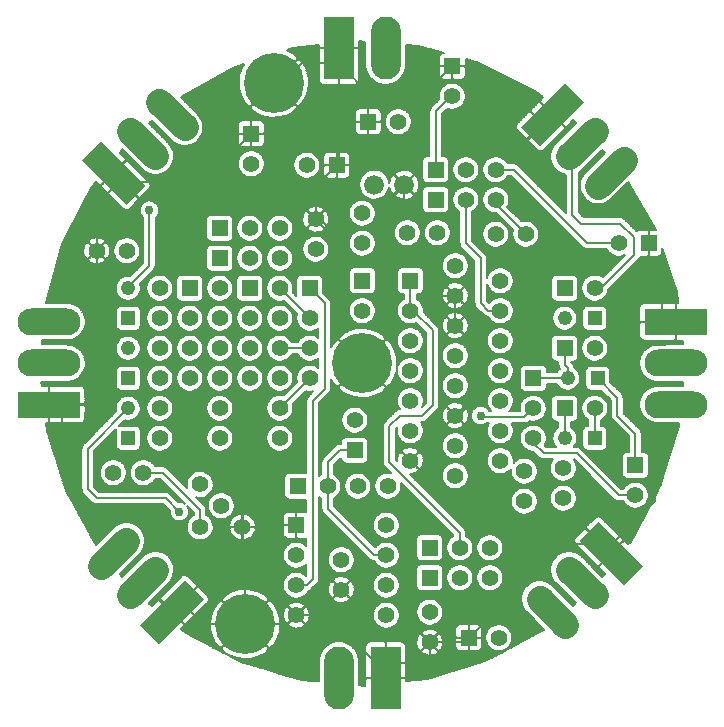
<source format=gbl>
G04 (created by PCBNEW-RS274X (2012-apr-16-27)-stable) date Mon 30 Jun 2014 11:26:30 PM CST*
G01*
G70*
G90*
%MOIN*%
G04 Gerber Fmt 3.4, Leading zero omitted, Abs format*
%FSLAX34Y34*%
G04 APERTURE LIST*
%ADD10C,0.006000*%
%ADD11C,0.055000*%
%ADD12R,0.055000X0.055000*%
%ADD13C,0.066000*%
%ADD14C,0.200000*%
%ADD15R,0.048000X0.048000*%
%ADD16C,0.048000*%
%ADD17R,0.100000X0.210000*%
%ADD18O,0.100000X0.210000*%
%ADD19C,0.090000*%
%ADD20R,0.210000X0.090000*%
%ADD21O,0.210000X0.090000*%
%ADD22C,0.030000*%
%ADD23C,0.007000*%
G04 APERTURE END LIST*
G54D10*
G54D11*
X42093Y-44043D03*
X42800Y-44750D03*
X43507Y-45457D03*
X42093Y-45457D03*
G54D12*
X54250Y-37500D03*
G54D11*
X55250Y-37500D03*
G54D12*
X54250Y-41500D03*
G54D11*
X55250Y-41500D03*
G54D12*
X47500Y-37250D03*
G54D11*
X47500Y-38250D03*
G54D13*
X47900Y-34050D03*
X48900Y-34050D03*
G54D12*
X45300Y-45400D03*
G54D11*
X45300Y-46400D03*
X45300Y-47400D03*
X45300Y-48400D03*
X48300Y-48400D03*
X48300Y-47400D03*
X48300Y-46400D03*
X48300Y-45400D03*
G54D12*
X49100Y-37250D03*
G54D11*
X49100Y-38250D03*
X49100Y-39250D03*
X49100Y-40250D03*
X49100Y-41250D03*
X49100Y-42250D03*
X49100Y-43250D03*
X52100Y-43250D03*
X52100Y-42250D03*
X52100Y-41250D03*
X52100Y-40250D03*
X52100Y-39250D03*
X52100Y-38250D03*
X52100Y-37250D03*
X49750Y-48300D03*
X49750Y-49300D03*
X46800Y-46550D03*
X46800Y-47550D03*
X50600Y-36750D03*
X50600Y-37750D03*
X50600Y-41750D03*
X50600Y-40750D03*
X50600Y-42750D03*
X50600Y-43750D03*
X50600Y-39750D03*
X50600Y-38750D03*
X49000Y-35650D03*
X50000Y-35650D03*
X52950Y-35700D03*
X51950Y-35700D03*
X52900Y-44600D03*
X52900Y-43600D03*
X54200Y-44500D03*
X54200Y-43500D03*
X39650Y-36250D03*
X38650Y-36250D03*
X45950Y-36200D03*
X45950Y-35200D03*
X47500Y-36000D03*
X47500Y-35000D03*
X56600Y-44400D03*
G54D12*
X56600Y-43400D03*
G54D11*
X40200Y-43650D03*
X39200Y-43650D03*
G54D14*
X47500Y-40000D03*
G54D15*
X55250Y-42500D03*
G54D16*
X54250Y-42500D03*
G54D15*
X39700Y-42500D03*
G54D16*
X39700Y-41500D03*
G54D15*
X55350Y-40500D03*
G54D16*
X54350Y-40500D03*
G54D15*
X39700Y-40500D03*
G54D16*
X39700Y-39500D03*
G54D15*
X55250Y-38500D03*
G54D16*
X54250Y-38500D03*
G54D15*
X39700Y-38500D03*
G54D16*
X39700Y-37500D03*
G54D11*
X40750Y-38500D03*
X40750Y-37500D03*
X42750Y-38500D03*
X42750Y-37500D03*
X44750Y-38500D03*
X44750Y-37500D03*
X40750Y-40500D03*
X40750Y-39500D03*
X42750Y-40500D03*
X42750Y-39500D03*
X44750Y-40500D03*
X44750Y-39500D03*
X40750Y-42500D03*
X40750Y-41500D03*
X42750Y-42500D03*
X42750Y-41500D03*
X44750Y-42500D03*
X44750Y-41500D03*
X52050Y-49150D03*
G54D12*
X51050Y-49150D03*
G54D11*
X45650Y-33400D03*
G54D12*
X46650Y-33400D03*
G54D11*
X43800Y-33350D03*
G54D12*
X43800Y-32350D03*
G54D11*
X47250Y-41900D03*
G54D12*
X47250Y-42900D03*
G54D11*
X50500Y-31100D03*
G54D12*
X50500Y-30100D03*
G54D11*
X48700Y-31950D03*
G54D12*
X47700Y-31950D03*
G54D11*
X56050Y-36000D03*
G54D12*
X57050Y-36000D03*
X54250Y-39500D03*
G54D11*
X55250Y-39500D03*
G54D14*
X44550Y-30650D03*
X43600Y-48700D03*
G54D12*
X45750Y-37500D03*
G54D11*
X45750Y-38500D03*
X45750Y-39500D03*
X45750Y-40500D03*
G54D12*
X43750Y-37500D03*
G54D11*
X43750Y-38500D03*
X43750Y-39500D03*
X43750Y-40500D03*
G54D12*
X45350Y-44100D03*
G54D11*
X46350Y-44100D03*
X47350Y-44100D03*
X48350Y-44100D03*
G54D12*
X41750Y-37500D03*
G54D11*
X41750Y-38500D03*
X41750Y-39500D03*
X41750Y-40500D03*
G54D17*
X48280Y-50500D03*
G54D18*
X46720Y-50500D03*
G54D17*
X46720Y-29500D03*
G54D18*
X48280Y-29500D03*
G54D10*
G36*
X42217Y-47868D02*
X40732Y-49353D01*
X40095Y-48716D01*
X41580Y-47231D01*
X42217Y-47868D01*
X42217Y-47868D01*
G37*
G54D19*
X39758Y-47742D02*
X40606Y-46894D01*
X38784Y-46768D02*
X39632Y-45920D01*
G54D20*
X37050Y-41378D03*
G54D21*
X37050Y-40000D03*
X37050Y-38622D03*
G54D10*
G36*
X39632Y-34717D02*
X38147Y-33232D01*
X38784Y-32595D01*
X40269Y-34080D01*
X39632Y-34717D01*
X39632Y-34717D01*
G37*
G54D19*
X39758Y-32258D02*
X40606Y-33106D01*
X40732Y-31284D02*
X41580Y-32132D01*
G54D10*
G36*
X52783Y-32132D02*
X54268Y-30647D01*
X54905Y-31284D01*
X53420Y-32769D01*
X52783Y-32132D01*
X52783Y-32132D01*
G37*
G54D19*
X55242Y-32258D02*
X54394Y-33106D01*
X56216Y-33232D02*
X55368Y-34080D01*
G54D20*
X57950Y-38622D03*
G54D21*
X57950Y-40000D03*
X57950Y-41378D03*
G54D10*
G36*
X55368Y-45283D02*
X56853Y-46768D01*
X56216Y-47405D01*
X54731Y-45920D01*
X55368Y-45283D01*
X55368Y-45283D01*
G37*
G54D19*
X55242Y-47742D02*
X54394Y-46894D01*
X54268Y-48716D02*
X53420Y-47868D01*
G54D12*
X49950Y-34550D03*
G54D11*
X50950Y-34550D03*
X51950Y-34550D03*
G54D12*
X49950Y-33550D03*
G54D11*
X50950Y-33550D03*
X51950Y-33550D03*
G54D12*
X42750Y-36500D03*
G54D11*
X43750Y-36500D03*
X44750Y-36500D03*
G54D12*
X42750Y-35500D03*
G54D11*
X43750Y-35500D03*
X44750Y-35500D03*
G54D12*
X49750Y-46150D03*
G54D11*
X50750Y-46150D03*
X51750Y-46150D03*
G54D12*
X49750Y-47150D03*
G54D11*
X50750Y-47150D03*
X51750Y-47150D03*
G54D12*
X53200Y-40500D03*
G54D11*
X53200Y-41500D03*
X53200Y-42500D03*
G54D22*
X41400Y-44950D03*
X51450Y-41750D03*
X40400Y-34900D03*
G54D23*
X45300Y-48400D02*
X45950Y-48400D01*
X56778Y-38622D02*
X57500Y-38622D01*
X56500Y-38900D02*
X56778Y-38622D01*
X56500Y-41650D02*
X56500Y-38900D01*
X57250Y-42400D02*
X56500Y-41650D01*
X57250Y-44600D02*
X57250Y-42400D01*
X55824Y-46026D02*
X57250Y-44600D01*
X42200Y-48700D02*
X41474Y-47974D01*
X45950Y-34100D02*
X46650Y-33400D01*
X57050Y-36000D02*
X57050Y-36950D01*
X57050Y-36950D02*
X57500Y-37400D01*
X45950Y-35200D02*
X45950Y-34100D01*
X47500Y-40000D02*
X46550Y-39050D01*
X49450Y-35100D02*
X48900Y-34550D01*
X46100Y-35200D02*
X45950Y-35200D01*
X50550Y-35300D02*
X50350Y-35100D01*
X50550Y-36050D02*
X50550Y-35300D01*
X49900Y-36700D02*
X50550Y-36050D01*
X38450Y-44900D02*
X40500Y-44900D01*
X50600Y-37750D02*
X50600Y-38750D01*
X49900Y-37600D02*
X49900Y-36700D01*
X45250Y-48950D02*
X45000Y-48700D01*
X44850Y-30650D02*
X45500Y-30000D01*
X50600Y-41750D02*
X50700Y-41750D01*
X38000Y-44450D02*
X38450Y-44900D01*
X42176Y-33974D02*
X43800Y-32350D01*
X38650Y-34700D02*
X38650Y-36250D01*
X38000Y-43250D02*
X38000Y-44450D01*
X47900Y-30800D02*
X49800Y-30800D01*
X50350Y-35100D02*
X49450Y-35100D01*
X50500Y-30100D02*
X51600Y-30100D01*
X40500Y-44900D02*
X42150Y-46550D01*
X43507Y-45457D02*
X44343Y-45457D01*
X48280Y-50000D02*
X47950Y-50000D01*
X38650Y-40950D02*
X38650Y-36250D01*
X45000Y-48700D02*
X43600Y-48700D01*
X46550Y-35650D02*
X46100Y-35200D01*
X50600Y-41750D02*
X49100Y-43250D01*
X49550Y-50000D02*
X49750Y-49800D01*
X44400Y-45400D02*
X45300Y-45400D01*
X46720Y-30000D02*
X46720Y-33330D01*
X46900Y-48950D02*
X45250Y-48950D01*
X37500Y-41378D02*
X38222Y-41378D01*
X50050Y-37750D02*
X49900Y-37600D01*
X45000Y-48700D02*
X45300Y-48400D01*
X39526Y-33974D02*
X42176Y-33974D01*
X39376Y-33974D02*
X38650Y-34700D01*
X37500Y-42750D02*
X38000Y-43250D01*
X47700Y-31950D02*
X47700Y-30980D01*
X49750Y-49800D02*
X49750Y-49300D01*
X43800Y-31400D02*
X44550Y-30650D01*
X43600Y-46850D02*
X43507Y-46757D01*
X49750Y-49300D02*
X50900Y-49300D01*
X47950Y-50000D02*
X46900Y-48950D01*
X45950Y-48400D02*
X46800Y-47550D01*
X46720Y-33330D02*
X46650Y-33400D01*
X45500Y-30000D02*
X46720Y-30000D01*
X51350Y-41100D02*
X51350Y-39500D01*
X38222Y-41378D02*
X38650Y-40950D01*
X42150Y-47298D02*
X42150Y-46550D01*
X41474Y-47974D02*
X42150Y-47298D01*
X50600Y-37750D02*
X50050Y-37750D01*
X43507Y-46757D02*
X43507Y-45457D01*
X43600Y-48700D02*
X43600Y-46850D01*
X44343Y-45457D02*
X44400Y-45400D01*
X51350Y-39500D02*
X50600Y-38750D01*
X54174Y-46026D02*
X51050Y-49150D01*
X46550Y-39050D02*
X46550Y-35650D01*
X47700Y-31950D02*
X47700Y-31000D01*
X50900Y-49300D02*
X51050Y-49150D01*
X49800Y-30800D02*
X50500Y-30100D01*
X46650Y-33400D02*
X48250Y-33400D01*
X43800Y-32350D02*
X43800Y-31400D01*
X48280Y-50000D02*
X49550Y-50000D01*
X55474Y-46026D02*
X54174Y-46026D01*
X48250Y-33400D02*
X48900Y-34050D01*
X47700Y-30980D02*
X46720Y-30000D01*
X37500Y-41378D02*
X37500Y-42750D01*
X43600Y-48700D02*
X42200Y-48700D01*
X47700Y-31000D02*
X47900Y-30800D01*
X51600Y-30100D02*
X53526Y-32026D01*
X55474Y-46026D02*
X55824Y-46026D01*
X50700Y-41750D02*
X51350Y-41100D01*
X48900Y-34550D02*
X48900Y-34050D01*
X57500Y-37400D02*
X57500Y-38622D01*
X39526Y-33974D02*
X39376Y-33974D01*
X44550Y-30650D02*
X44850Y-30650D01*
X45750Y-39500D02*
X44750Y-39500D01*
X38350Y-42850D02*
X39700Y-41500D01*
X40950Y-44500D02*
X38650Y-44500D01*
X38650Y-44500D02*
X38350Y-44200D01*
X38350Y-44200D02*
X38350Y-42850D01*
X41400Y-44950D02*
X40950Y-44500D01*
X45750Y-40500D02*
X44750Y-41500D01*
X51450Y-41750D02*
X51500Y-41800D01*
X54250Y-41500D02*
X54250Y-42500D01*
X52900Y-41800D02*
X53200Y-41500D01*
X51500Y-41800D02*
X52900Y-41800D01*
X54500Y-35050D02*
X54500Y-33000D01*
X56550Y-36400D02*
X56550Y-35800D01*
X55250Y-37500D02*
X55450Y-37500D01*
X54800Y-35350D02*
X54500Y-35050D01*
X56100Y-35350D02*
X54800Y-35350D01*
X56550Y-35800D02*
X56100Y-35350D01*
X55450Y-37500D02*
X56550Y-36400D01*
X56600Y-43400D02*
X56600Y-42350D01*
X56000Y-41150D02*
X55350Y-40500D01*
X56000Y-41750D02*
X56000Y-41150D01*
X56600Y-42350D02*
X56000Y-41750D01*
X47900Y-46400D02*
X46350Y-44850D01*
X48300Y-46400D02*
X47900Y-46400D01*
X46350Y-43300D02*
X46750Y-42900D01*
X46750Y-42900D02*
X47250Y-42900D01*
X46350Y-44100D02*
X46350Y-43300D01*
X46350Y-44850D02*
X46350Y-44100D01*
X44750Y-37500D02*
X45750Y-38500D01*
X56600Y-44400D02*
X56050Y-44400D01*
X53200Y-42650D02*
X53200Y-42500D01*
X53550Y-43000D02*
X53200Y-42650D01*
X56050Y-44400D02*
X54650Y-43000D01*
X54650Y-43000D02*
X53550Y-43000D01*
X45300Y-47400D02*
X45650Y-47400D01*
X46250Y-38000D02*
X45750Y-37500D01*
X45650Y-47400D02*
X45850Y-47200D01*
X45850Y-47200D02*
X45850Y-41250D01*
X46250Y-40850D02*
X46250Y-38000D01*
X45850Y-41250D02*
X46250Y-40850D01*
X49850Y-41400D02*
X49500Y-41750D01*
X49100Y-38250D02*
X49200Y-38250D01*
X48400Y-43300D02*
X50750Y-45650D01*
X48400Y-42100D02*
X48400Y-43300D01*
X48750Y-41750D02*
X48400Y-42100D01*
X49500Y-41750D02*
X48750Y-41750D01*
X49100Y-37250D02*
X49100Y-38250D01*
X49200Y-38250D02*
X49850Y-38900D01*
X50750Y-45650D02*
X50750Y-46150D01*
X49850Y-38900D02*
X49850Y-41400D01*
X40400Y-34900D02*
X40400Y-36750D01*
X40400Y-36750D02*
X39700Y-37450D01*
X39700Y-37450D02*
X39700Y-37500D01*
X52550Y-33550D02*
X51950Y-33550D01*
X56050Y-36000D02*
X55000Y-36000D01*
X55000Y-36000D02*
X52550Y-33550D01*
X50500Y-31100D02*
X50450Y-31100D01*
X49950Y-31600D02*
X49950Y-33550D01*
X50450Y-31100D02*
X49950Y-31600D01*
X51950Y-34700D02*
X52950Y-35700D01*
X51950Y-34550D02*
X51950Y-34700D01*
X50950Y-34550D02*
X50950Y-36000D01*
X51450Y-38000D02*
X51700Y-38250D01*
X50950Y-36000D02*
X51450Y-36500D01*
X51450Y-36500D02*
X51450Y-38000D01*
X51700Y-38250D02*
X52100Y-38250D01*
X40200Y-43650D02*
X40850Y-43650D01*
X40850Y-43650D02*
X42093Y-44893D01*
X42093Y-44893D02*
X42093Y-45457D01*
X54350Y-40150D02*
X54350Y-40500D01*
X54250Y-40050D02*
X54350Y-40150D01*
X54250Y-39500D02*
X54250Y-40050D01*
X53200Y-40500D02*
X54350Y-40500D01*
X55250Y-42500D02*
X55250Y-41500D01*
X47394Y-29262D02*
X47394Y-29262D01*
X47394Y-29318D02*
X47608Y-29318D01*
X47394Y-29374D02*
X47608Y-29374D01*
X45795Y-29430D02*
X46045Y-29430D01*
X47394Y-29430D02*
X47608Y-29430D01*
X48952Y-29430D02*
X49422Y-29430D01*
X45326Y-29486D02*
X46079Y-29486D01*
X47361Y-29486D02*
X47608Y-29486D01*
X48952Y-29486D02*
X49622Y-29486D01*
X45067Y-29542D02*
X46051Y-29542D01*
X46715Y-29542D02*
X46725Y-29542D01*
X47389Y-29542D02*
X47608Y-29542D01*
X48952Y-29542D02*
X49823Y-29542D01*
X45064Y-29598D02*
X46046Y-29598D01*
X46715Y-29598D02*
X46725Y-29598D01*
X47395Y-29598D02*
X47395Y-29598D01*
X47395Y-29598D02*
X47608Y-29598D01*
X48952Y-29598D02*
X50024Y-29598D01*
X45161Y-29654D02*
X46046Y-29654D01*
X46715Y-29654D02*
X46725Y-29654D01*
X47395Y-29654D02*
X47395Y-29654D01*
X47395Y-29654D02*
X47608Y-29654D01*
X48952Y-29654D02*
X50192Y-29654D01*
X45245Y-29710D02*
X46046Y-29710D01*
X46715Y-29710D02*
X46725Y-29710D01*
X47395Y-29710D02*
X47395Y-29710D01*
X47395Y-29710D02*
X47608Y-29710D01*
X48952Y-29710D02*
X50094Y-29710D01*
X45286Y-29766D02*
X46046Y-29766D01*
X46715Y-29766D02*
X46725Y-29766D01*
X47395Y-29766D02*
X47395Y-29766D01*
X47395Y-29766D02*
X47608Y-29766D01*
X48952Y-29766D02*
X50061Y-29766D01*
X45327Y-29822D02*
X46046Y-29822D01*
X46715Y-29822D02*
X46725Y-29822D01*
X47395Y-29822D02*
X47395Y-29822D01*
X47395Y-29822D02*
X47608Y-29822D01*
X48952Y-29822D02*
X50050Y-29822D01*
X45315Y-29878D02*
X45329Y-29878D01*
X45385Y-29878D02*
X46046Y-29878D01*
X46715Y-29878D02*
X46725Y-29878D01*
X47395Y-29878D02*
X47395Y-29878D01*
X47395Y-29878D02*
X47608Y-29878D01*
X48952Y-29878D02*
X50050Y-29878D01*
X50949Y-29878D02*
X51028Y-29878D01*
X45259Y-29934D02*
X45273Y-29934D01*
X45462Y-29934D02*
X46046Y-29934D01*
X46715Y-29934D02*
X46725Y-29934D01*
X47395Y-29934D02*
X47395Y-29934D01*
X47395Y-29934D02*
X47608Y-29934D01*
X48952Y-29934D02*
X50050Y-29934D01*
X50949Y-29934D02*
X51229Y-29934D01*
X45203Y-29990D02*
X45217Y-29990D01*
X45520Y-29990D02*
X46046Y-29990D01*
X46715Y-29990D02*
X46725Y-29990D01*
X47395Y-29990D02*
X47395Y-29990D01*
X47395Y-29990D02*
X47608Y-29990D01*
X48952Y-29990D02*
X50050Y-29990D01*
X50949Y-29990D02*
X51411Y-29990D01*
X43516Y-30046D02*
X43548Y-30046D01*
X45147Y-30046D02*
X45161Y-30046D01*
X45555Y-30046D02*
X46046Y-30046D01*
X46715Y-30046D02*
X46725Y-30046D01*
X47395Y-30046D02*
X47395Y-30046D01*
X47395Y-30046D02*
X47608Y-30046D01*
X48953Y-30046D02*
X50050Y-30046D01*
X50949Y-30046D02*
X51522Y-30046D01*
X43344Y-30102D02*
X43516Y-30102D01*
X45091Y-30102D02*
X45105Y-30102D01*
X45583Y-30102D02*
X46046Y-30102D01*
X46715Y-30102D02*
X46725Y-30102D01*
X47395Y-30102D02*
X47395Y-30102D01*
X47395Y-30102D02*
X47608Y-30102D01*
X48952Y-30102D02*
X51633Y-30102D01*
X43180Y-30158D02*
X43484Y-30158D01*
X45035Y-30158D02*
X45049Y-30158D01*
X45610Y-30158D02*
X46046Y-30158D01*
X46715Y-30158D02*
X46725Y-30158D01*
X47395Y-30158D02*
X47395Y-30158D01*
X47395Y-30158D02*
X47616Y-30158D01*
X48946Y-30158D02*
X50051Y-30158D01*
X50495Y-30158D02*
X50505Y-30158D01*
X50950Y-30158D02*
X50950Y-30158D01*
X50950Y-30158D02*
X51744Y-30158D01*
X43080Y-30214D02*
X43464Y-30214D01*
X44979Y-30214D02*
X44993Y-30214D01*
X45637Y-30214D02*
X46046Y-30214D01*
X46715Y-30214D02*
X46725Y-30214D01*
X47395Y-30214D02*
X47395Y-30214D01*
X47395Y-30214D02*
X47627Y-30214D01*
X48934Y-30214D02*
X50051Y-30214D01*
X50495Y-30214D02*
X50505Y-30214D01*
X50950Y-30214D02*
X50950Y-30214D01*
X50950Y-30214D02*
X51855Y-30214D01*
X42980Y-30270D02*
X43445Y-30270D01*
X44923Y-30270D02*
X44937Y-30270D01*
X45658Y-30270D02*
X46046Y-30270D01*
X46715Y-30270D02*
X46725Y-30270D01*
X47395Y-30270D02*
X47395Y-30270D01*
X47395Y-30270D02*
X47643Y-30270D01*
X48920Y-30270D02*
X50051Y-30270D01*
X50495Y-30270D02*
X50505Y-30270D01*
X50950Y-30270D02*
X50950Y-30270D01*
X50950Y-30270D02*
X51966Y-30270D01*
X42880Y-30326D02*
X43425Y-30326D01*
X44867Y-30326D02*
X44881Y-30326D01*
X45672Y-30326D02*
X46046Y-30326D01*
X46715Y-30326D02*
X46725Y-30326D01*
X47395Y-30326D02*
X47395Y-30326D01*
X47395Y-30326D02*
X47666Y-30326D01*
X48896Y-30326D02*
X50051Y-30326D01*
X50495Y-30326D02*
X50505Y-30326D01*
X50950Y-30326D02*
X50950Y-30326D01*
X50950Y-30326D02*
X52077Y-30326D01*
X42779Y-30382D02*
X43406Y-30382D01*
X44811Y-30382D02*
X44825Y-30382D01*
X45687Y-30382D02*
X46046Y-30382D01*
X46715Y-30382D02*
X46725Y-30382D01*
X47395Y-30382D02*
X47395Y-30382D01*
X47395Y-30382D02*
X47691Y-30382D01*
X48871Y-30382D02*
X50051Y-30382D01*
X50495Y-30382D02*
X50505Y-30382D01*
X50950Y-30382D02*
X50950Y-30382D01*
X50950Y-30382D02*
X52188Y-30382D01*
X42679Y-30438D02*
X43399Y-30438D01*
X44755Y-30438D02*
X44769Y-30438D01*
X45702Y-30438D02*
X46046Y-30438D01*
X46715Y-30438D02*
X46725Y-30438D01*
X47395Y-30438D02*
X47395Y-30438D01*
X47395Y-30438D02*
X47728Y-30438D01*
X48833Y-30438D02*
X50064Y-30438D01*
X50495Y-30438D02*
X50505Y-30438D01*
X50937Y-30438D02*
X50950Y-30438D01*
X50950Y-30438D02*
X52299Y-30438D01*
X42579Y-30494D02*
X43391Y-30494D01*
X44699Y-30494D02*
X44713Y-30494D01*
X45710Y-30494D02*
X46046Y-30494D01*
X46715Y-30494D02*
X46725Y-30494D01*
X47395Y-30494D02*
X47395Y-30494D01*
X47395Y-30494D02*
X47769Y-30494D01*
X48792Y-30494D02*
X50098Y-30494D01*
X50495Y-30494D02*
X50505Y-30494D01*
X50902Y-30494D02*
X50950Y-30494D01*
X50950Y-30494D02*
X52410Y-30494D01*
X42479Y-30550D02*
X43384Y-30550D01*
X44643Y-30550D02*
X44657Y-30550D01*
X45714Y-30550D02*
X46046Y-30550D01*
X46715Y-30550D02*
X46725Y-30550D01*
X47394Y-30550D02*
X47395Y-30550D01*
X47395Y-30550D02*
X47825Y-30550D01*
X48735Y-30550D02*
X50495Y-30550D01*
X50495Y-30550D02*
X50950Y-30550D01*
X50950Y-30550D02*
X52521Y-30550D01*
X42379Y-30606D02*
X43377Y-30606D01*
X44587Y-30606D02*
X44601Y-30606D01*
X45717Y-30606D02*
X46055Y-30606D01*
X46715Y-30606D02*
X46725Y-30606D01*
X47386Y-30606D02*
X47395Y-30606D01*
X47395Y-30606D02*
X47896Y-30606D01*
X48665Y-30606D02*
X50495Y-30606D01*
X50495Y-30606D02*
X50950Y-30606D01*
X50950Y-30606D02*
X52632Y-30606D01*
X42279Y-30662D02*
X43381Y-30662D01*
X44531Y-30662D02*
X44545Y-30662D01*
X44555Y-30662D02*
X44569Y-30662D01*
X45721Y-30662D02*
X46086Y-30662D01*
X46715Y-30662D02*
X46725Y-30662D01*
X47354Y-30662D02*
X47395Y-30662D01*
X47395Y-30662D02*
X47990Y-30662D01*
X48572Y-30662D02*
X50393Y-30662D01*
X50605Y-30662D02*
X50950Y-30662D01*
X50950Y-30662D02*
X52742Y-30662D01*
X42179Y-30718D02*
X43384Y-30718D01*
X44475Y-30718D02*
X44489Y-30718D01*
X44611Y-30718D02*
X44625Y-30718D01*
X45720Y-30718D02*
X45723Y-30718D01*
X45723Y-30718D02*
X46175Y-30718D01*
X46679Y-30718D02*
X46715Y-30718D01*
X46715Y-30718D02*
X46761Y-30718D01*
X47266Y-30718D02*
X47395Y-30718D01*
X47395Y-30718D02*
X48167Y-30718D01*
X48390Y-30718D02*
X50262Y-30718D01*
X50738Y-30718D02*
X50950Y-30718D01*
X50950Y-30718D02*
X52853Y-30718D01*
X42078Y-30774D02*
X43388Y-30774D01*
X44419Y-30774D02*
X44433Y-30774D01*
X44667Y-30774D02*
X44681Y-30774D01*
X45713Y-30774D02*
X45723Y-30774D01*
X45723Y-30774D02*
X46715Y-30774D01*
X46715Y-30774D02*
X47395Y-30774D01*
X47395Y-30774D02*
X50190Y-30774D01*
X50810Y-30774D02*
X50950Y-30774D01*
X50950Y-30774D02*
X52964Y-30774D01*
X41978Y-30830D02*
X43391Y-30830D01*
X44363Y-30830D02*
X44377Y-30830D01*
X44723Y-30830D02*
X44737Y-30830D01*
X45705Y-30830D02*
X45723Y-30830D01*
X45723Y-30830D02*
X46715Y-30830D01*
X46715Y-30830D02*
X47395Y-30830D01*
X47395Y-30830D02*
X50139Y-30830D01*
X50860Y-30830D02*
X50950Y-30830D01*
X50950Y-30830D02*
X53075Y-30830D01*
X41878Y-30886D02*
X43405Y-30886D01*
X44307Y-30886D02*
X44321Y-30886D01*
X44779Y-30886D02*
X44793Y-30886D01*
X45698Y-30886D02*
X45723Y-30886D01*
X45723Y-30886D02*
X46715Y-30886D01*
X46715Y-30886D02*
X47395Y-30886D01*
X47395Y-30886D02*
X50102Y-30886D01*
X50897Y-30886D02*
X50950Y-30886D01*
X50950Y-30886D02*
X53186Y-30886D01*
X41778Y-30942D02*
X43419Y-30942D01*
X44251Y-30942D02*
X44265Y-30942D01*
X44835Y-30942D02*
X44849Y-30942D01*
X45686Y-30942D02*
X45723Y-30942D01*
X45723Y-30942D02*
X46715Y-30942D01*
X46715Y-30942D02*
X47395Y-30942D01*
X47395Y-30942D02*
X50078Y-30942D01*
X50921Y-30942D02*
X50950Y-30942D01*
X50950Y-30942D02*
X53284Y-30942D01*
X41678Y-30998D02*
X43434Y-30998D01*
X44195Y-30998D02*
X44209Y-30998D01*
X44891Y-30998D02*
X44905Y-30998D01*
X45667Y-30998D02*
X45723Y-30998D01*
X45723Y-30998D02*
X46715Y-30998D01*
X46715Y-30998D02*
X47395Y-30998D01*
X47395Y-30998D02*
X50061Y-30998D01*
X50938Y-30998D02*
X50950Y-30998D01*
X50950Y-30998D02*
X53355Y-30998D01*
X41578Y-31054D02*
X43448Y-31054D01*
X44139Y-31054D02*
X44153Y-31054D01*
X44947Y-31054D02*
X44961Y-31054D01*
X45647Y-31054D02*
X45723Y-31054D01*
X45723Y-31054D02*
X46715Y-31054D01*
X46715Y-31054D02*
X47395Y-31054D01*
X47395Y-31054D02*
X50050Y-31054D01*
X50949Y-31054D02*
X50950Y-31054D01*
X50950Y-31054D02*
X53427Y-31054D01*
X41478Y-31110D02*
X43475Y-31110D01*
X44083Y-31110D02*
X44097Y-31110D01*
X45003Y-31110D02*
X45017Y-31110D01*
X45628Y-31110D02*
X45723Y-31110D01*
X45723Y-31110D02*
X46715Y-31110D01*
X46715Y-31110D02*
X47395Y-31110D01*
X47395Y-31110D02*
X50049Y-31110D01*
X50950Y-31110D02*
X50950Y-31110D01*
X50950Y-31110D02*
X53498Y-31110D01*
X41494Y-31166D02*
X43502Y-31166D01*
X44027Y-31166D02*
X44041Y-31166D01*
X45059Y-31166D02*
X45073Y-31166D01*
X45602Y-31166D02*
X45723Y-31166D01*
X45723Y-31166D02*
X46715Y-31166D01*
X46715Y-31166D02*
X47395Y-31166D01*
X47395Y-31166D02*
X50054Y-31166D01*
X50947Y-31166D02*
X50950Y-31166D01*
X50950Y-31166D02*
X53501Y-31166D01*
X41550Y-31222D02*
X43529Y-31222D01*
X43971Y-31222D02*
X43985Y-31222D01*
X45115Y-31222D02*
X45129Y-31222D01*
X45569Y-31222D02*
X45723Y-31222D01*
X45723Y-31222D02*
X46715Y-31222D01*
X46715Y-31222D02*
X47395Y-31222D01*
X47395Y-31222D02*
X50031Y-31222D01*
X50934Y-31222D02*
X50950Y-31222D01*
X50950Y-31222D02*
X53445Y-31222D01*
X41606Y-31278D02*
X43559Y-31278D01*
X43915Y-31278D02*
X43929Y-31278D01*
X45171Y-31278D02*
X45185Y-31278D01*
X45537Y-31278D02*
X45723Y-31278D01*
X45723Y-31278D02*
X46715Y-31278D01*
X46715Y-31278D02*
X47395Y-31278D01*
X47395Y-31278D02*
X49975Y-31278D01*
X50914Y-31278D02*
X50950Y-31278D01*
X50950Y-31278D02*
X53436Y-31278D01*
X41662Y-31334D02*
X43596Y-31334D01*
X43859Y-31334D02*
X43873Y-31334D01*
X45227Y-31334D02*
X45241Y-31334D01*
X45505Y-31334D02*
X45723Y-31334D01*
X45723Y-31334D02*
X46715Y-31334D01*
X46715Y-31334D02*
X47395Y-31334D01*
X47395Y-31334D02*
X49919Y-31334D01*
X50886Y-31334D02*
X50950Y-31334D01*
X50950Y-31334D02*
X53334Y-31334D01*
X53463Y-31334D02*
X53477Y-31334D01*
X41718Y-31390D02*
X43671Y-31390D01*
X43803Y-31390D02*
X43817Y-31390D01*
X45283Y-31390D02*
X45297Y-31390D01*
X45430Y-31390D02*
X45723Y-31390D01*
X45723Y-31390D02*
X46715Y-31390D01*
X46715Y-31390D02*
X47395Y-31390D01*
X47395Y-31390D02*
X49863Y-31390D01*
X50847Y-31390D02*
X50950Y-31390D01*
X50950Y-31390D02*
X53278Y-31390D01*
X53519Y-31390D02*
X53533Y-31390D01*
X41774Y-31446D02*
X43761Y-31446D01*
X45339Y-31446D02*
X45723Y-31446D01*
X45723Y-31446D02*
X46715Y-31446D01*
X46715Y-31446D02*
X47395Y-31446D01*
X47395Y-31446D02*
X49807Y-31446D01*
X50789Y-31446D02*
X50950Y-31446D01*
X50950Y-31446D02*
X53222Y-31446D01*
X53575Y-31446D02*
X53589Y-31446D01*
X41830Y-31502D02*
X43790Y-31502D01*
X45311Y-31502D02*
X45346Y-31502D01*
X45346Y-31502D02*
X45723Y-31502D01*
X45723Y-31502D02*
X46715Y-31502D01*
X46715Y-31502D02*
X47395Y-31502D01*
X47395Y-31502D02*
X47401Y-31502D01*
X47654Y-31502D02*
X47746Y-31502D01*
X47996Y-31502D02*
X48648Y-31502D01*
X48756Y-31502D02*
X49764Y-31502D01*
X50708Y-31502D02*
X50950Y-31502D01*
X50950Y-31502D02*
X53166Y-31502D01*
X53631Y-31502D02*
X53645Y-31502D01*
X41886Y-31558D02*
X43831Y-31558D01*
X45269Y-31558D02*
X45346Y-31558D01*
X45346Y-31558D02*
X45723Y-31558D01*
X45723Y-31558D02*
X46715Y-31558D01*
X46715Y-31558D02*
X47296Y-31558D01*
X47695Y-31558D02*
X47705Y-31558D01*
X48104Y-31558D02*
X48477Y-31558D01*
X48923Y-31558D02*
X49744Y-31558D01*
X50288Y-31558D02*
X50950Y-31558D01*
X50950Y-31558D02*
X53110Y-31558D01*
X53687Y-31558D02*
X53701Y-31558D01*
X41942Y-31614D02*
X43884Y-31614D01*
X45220Y-31614D02*
X45346Y-31614D01*
X45346Y-31614D02*
X45723Y-31614D01*
X45723Y-31614D02*
X46715Y-31614D01*
X46715Y-31614D02*
X47261Y-31614D01*
X47695Y-31614D02*
X47705Y-31614D01*
X48138Y-31614D02*
X48400Y-31614D01*
X49000Y-31614D02*
X49740Y-31614D01*
X50232Y-31614D02*
X50950Y-31614D01*
X50950Y-31614D02*
X53054Y-31614D01*
X53743Y-31614D02*
X53757Y-31614D01*
X41998Y-31670D02*
X43980Y-31670D01*
X45125Y-31670D02*
X45346Y-31670D01*
X45346Y-31670D02*
X45723Y-31670D01*
X45723Y-31670D02*
X46715Y-31670D01*
X46715Y-31670D02*
X47251Y-31670D01*
X47695Y-31670D02*
X47705Y-31670D01*
X48149Y-31670D02*
X48346Y-31670D01*
X49053Y-31670D02*
X49740Y-31670D01*
X50176Y-31670D02*
X50950Y-31670D01*
X50950Y-31670D02*
X52999Y-31670D01*
X53799Y-31670D02*
X53813Y-31670D01*
X42053Y-31726D02*
X44087Y-31726D01*
X45010Y-31726D02*
X45346Y-31726D01*
X45346Y-31726D02*
X45723Y-31726D01*
X45723Y-31726D02*
X46715Y-31726D01*
X46715Y-31726D02*
X47250Y-31726D01*
X47695Y-31726D02*
X47705Y-31726D01*
X48149Y-31726D02*
X48308Y-31726D01*
X49091Y-31726D02*
X49740Y-31726D01*
X50160Y-31726D02*
X50950Y-31726D01*
X50950Y-31726D02*
X52943Y-31726D01*
X53819Y-31726D02*
X53833Y-31726D01*
X53855Y-31726D02*
X53869Y-31726D01*
X42096Y-31782D02*
X44249Y-31782D01*
X44840Y-31782D02*
X45346Y-31782D01*
X45346Y-31782D02*
X45723Y-31782D01*
X45723Y-31782D02*
X46715Y-31782D01*
X46715Y-31782D02*
X47250Y-31782D01*
X47695Y-31782D02*
X47705Y-31782D01*
X48149Y-31782D02*
X48282Y-31782D01*
X49117Y-31782D02*
X49740Y-31782D01*
X50160Y-31782D02*
X50950Y-31782D01*
X50950Y-31782D02*
X52887Y-31782D01*
X53763Y-31782D02*
X53777Y-31782D01*
X53911Y-31782D02*
X53925Y-31782D01*
X42132Y-31838D02*
X45346Y-31838D01*
X45346Y-31838D02*
X45723Y-31838D01*
X45723Y-31838D02*
X46715Y-31838D01*
X46715Y-31838D02*
X47250Y-31838D01*
X47695Y-31838D02*
X47705Y-31838D01*
X48149Y-31838D02*
X48263Y-31838D01*
X49136Y-31838D02*
X49740Y-31838D01*
X50160Y-31838D02*
X50950Y-31838D01*
X50950Y-31838D02*
X52831Y-31838D01*
X53707Y-31838D02*
X53721Y-31838D01*
X53967Y-31838D02*
X53981Y-31838D01*
X42157Y-31894D02*
X45346Y-31894D01*
X45346Y-31894D02*
X45723Y-31894D01*
X45723Y-31894D02*
X46715Y-31894D01*
X46715Y-31894D02*
X47250Y-31894D01*
X47695Y-31894D02*
X47705Y-31894D01*
X48149Y-31894D02*
X48252Y-31894D01*
X49147Y-31894D02*
X49740Y-31894D01*
X50160Y-31894D02*
X50950Y-31894D01*
X50950Y-31894D02*
X52775Y-31894D01*
X53651Y-31894D02*
X53665Y-31894D01*
X54023Y-31894D02*
X54037Y-31894D01*
X40452Y-31950D02*
X40518Y-31950D01*
X42179Y-31950D02*
X43404Y-31950D01*
X43795Y-31950D02*
X43805Y-31950D01*
X44196Y-31950D02*
X45346Y-31950D01*
X45346Y-31950D02*
X45723Y-31950D01*
X45723Y-31950D02*
X46715Y-31950D01*
X46715Y-31950D02*
X47695Y-31950D01*
X47695Y-31950D02*
X48150Y-31950D01*
X48150Y-31950D02*
X48249Y-31950D01*
X49150Y-31950D02*
X49150Y-31950D01*
X49150Y-31950D02*
X49740Y-31950D01*
X50160Y-31950D02*
X50950Y-31950D01*
X50950Y-31950D02*
X52719Y-31950D01*
X53595Y-31950D02*
X53609Y-31950D01*
X54079Y-31950D02*
X54093Y-31950D01*
X54485Y-31950D02*
X54573Y-31950D01*
X40386Y-32006D02*
X40574Y-32006D01*
X42192Y-32006D02*
X43365Y-32006D01*
X43795Y-32006D02*
X43805Y-32006D01*
X44234Y-32006D02*
X45346Y-32006D01*
X45346Y-32006D02*
X45723Y-32006D01*
X45723Y-32006D02*
X46715Y-32006D01*
X46715Y-32006D02*
X47251Y-32006D01*
X47695Y-32006D02*
X47705Y-32006D01*
X48150Y-32006D02*
X48150Y-32006D01*
X48150Y-32006D02*
X48253Y-32006D01*
X49150Y-32006D02*
X49150Y-32006D01*
X49150Y-32006D02*
X49740Y-32006D01*
X50160Y-32006D02*
X50950Y-32006D01*
X50950Y-32006D02*
X52664Y-32006D01*
X53539Y-32006D02*
X53553Y-32006D01*
X54135Y-32006D02*
X54149Y-32006D01*
X54429Y-32006D02*
X54612Y-32006D01*
X40442Y-32062D02*
X40630Y-32062D01*
X42203Y-32062D02*
X43350Y-32062D01*
X43795Y-32062D02*
X43805Y-32062D01*
X44249Y-32062D02*
X45346Y-32062D01*
X45346Y-32062D02*
X45723Y-32062D01*
X45723Y-32062D02*
X46715Y-32062D01*
X46715Y-32062D02*
X47251Y-32062D01*
X47695Y-32062D02*
X47705Y-32062D01*
X48150Y-32062D02*
X48150Y-32062D01*
X48150Y-32062D02*
X48263Y-32062D01*
X49137Y-32062D02*
X49150Y-32062D01*
X49150Y-32062D02*
X49740Y-32062D01*
X50160Y-32062D02*
X50950Y-32062D01*
X50950Y-32062D02*
X52623Y-32062D01*
X53483Y-32062D02*
X53497Y-32062D01*
X54191Y-32062D02*
X54205Y-32062D01*
X54374Y-32062D02*
X54556Y-32062D01*
X40498Y-32118D02*
X40686Y-32118D01*
X42207Y-32118D02*
X43350Y-32118D01*
X43795Y-32118D02*
X43805Y-32118D01*
X44249Y-32118D02*
X45346Y-32118D01*
X45346Y-32118D02*
X45723Y-32118D01*
X45723Y-32118D02*
X46715Y-32118D01*
X46715Y-32118D02*
X47251Y-32118D01*
X47695Y-32118D02*
X47705Y-32118D01*
X48150Y-32118D02*
X48150Y-32118D01*
X48150Y-32118D02*
X48283Y-32118D01*
X49118Y-32118D02*
X49150Y-32118D01*
X49150Y-32118D02*
X49740Y-32118D01*
X50160Y-32118D02*
X50950Y-32118D01*
X50950Y-32118D02*
X52609Y-32118D01*
X53427Y-32118D02*
X53441Y-32118D01*
X54247Y-32118D02*
X54500Y-32118D01*
X40554Y-32174D02*
X40742Y-32174D01*
X42207Y-32174D02*
X43350Y-32174D01*
X43795Y-32174D02*
X43805Y-32174D01*
X44249Y-32174D02*
X45346Y-32174D01*
X45346Y-32174D02*
X45723Y-32174D01*
X45723Y-32174D02*
X46715Y-32174D01*
X46715Y-32174D02*
X47251Y-32174D01*
X47695Y-32174D02*
X47705Y-32174D01*
X48150Y-32174D02*
X48150Y-32174D01*
X48150Y-32174D02*
X48310Y-32174D01*
X49093Y-32174D02*
X49150Y-32174D01*
X49150Y-32174D02*
X49740Y-32174D01*
X50160Y-32174D02*
X50950Y-32174D01*
X50950Y-32174D02*
X52615Y-32174D01*
X53371Y-32174D02*
X53385Y-32174D01*
X54252Y-32174D02*
X54444Y-32174D01*
X40610Y-32230D02*
X40798Y-32230D01*
X42201Y-32230D02*
X43350Y-32230D01*
X43795Y-32230D02*
X43805Y-32230D01*
X44249Y-32230D02*
X45346Y-32230D01*
X45346Y-32230D02*
X45723Y-32230D01*
X45723Y-32230D02*
X46715Y-32230D01*
X46715Y-32230D02*
X47251Y-32230D01*
X47695Y-32230D02*
X47705Y-32230D01*
X48149Y-32230D02*
X48150Y-32230D01*
X48150Y-32230D02*
X48346Y-32230D01*
X49054Y-32230D02*
X49150Y-32230D01*
X49150Y-32230D02*
X49740Y-32230D01*
X50160Y-32230D02*
X50950Y-32230D01*
X50950Y-32230D02*
X52640Y-32230D01*
X53315Y-32230D02*
X53329Y-32230D01*
X54206Y-32230D02*
X54252Y-32230D01*
X54252Y-32230D02*
X54388Y-32230D01*
X40666Y-32286D02*
X40854Y-32286D01*
X42189Y-32286D02*
X43350Y-32286D01*
X43795Y-32286D02*
X43805Y-32286D01*
X44249Y-32286D02*
X45346Y-32286D01*
X45346Y-32286D02*
X45723Y-32286D01*
X45723Y-32286D02*
X46715Y-32286D01*
X46715Y-32286D02*
X47262Y-32286D01*
X47695Y-32286D02*
X47705Y-32286D01*
X48139Y-32286D02*
X48150Y-32286D01*
X48150Y-32286D02*
X48400Y-32286D01*
X49000Y-32286D02*
X49150Y-32286D01*
X49150Y-32286D02*
X49740Y-32286D01*
X50160Y-32286D02*
X50950Y-32286D01*
X50950Y-32286D02*
X52691Y-32286D01*
X53259Y-32286D02*
X53273Y-32286D01*
X54150Y-32286D02*
X54252Y-32286D01*
X54252Y-32286D02*
X54332Y-32286D01*
X40722Y-32342D02*
X40910Y-32342D01*
X42173Y-32342D02*
X43390Y-32342D01*
X43795Y-32342D02*
X43805Y-32342D01*
X44210Y-32342D02*
X44250Y-32342D01*
X44250Y-32342D02*
X45346Y-32342D01*
X45346Y-32342D02*
X45723Y-32342D01*
X45723Y-32342D02*
X46715Y-32342D01*
X46715Y-32342D02*
X47296Y-32342D01*
X47695Y-32342D02*
X47705Y-32342D01*
X48104Y-32342D02*
X48150Y-32342D01*
X48150Y-32342D02*
X48475Y-32342D01*
X48923Y-32342D02*
X49150Y-32342D01*
X49150Y-32342D02*
X49740Y-32342D01*
X50160Y-32342D02*
X50950Y-32342D01*
X50950Y-32342D02*
X52747Y-32342D01*
X53203Y-32342D02*
X53217Y-32342D01*
X54094Y-32342D02*
X54252Y-32342D01*
X54252Y-32342D02*
X54276Y-32342D01*
X40778Y-32398D02*
X40966Y-32398D01*
X42149Y-32398D02*
X43350Y-32398D01*
X43795Y-32398D02*
X43805Y-32398D01*
X44250Y-32398D02*
X44250Y-32398D01*
X44250Y-32398D02*
X45346Y-32398D01*
X45346Y-32398D02*
X45723Y-32398D01*
X45723Y-32398D02*
X46715Y-32398D01*
X46715Y-32398D02*
X47404Y-32398D01*
X47654Y-32398D02*
X47695Y-32398D01*
X47695Y-32398D02*
X47746Y-32398D01*
X47997Y-32398D02*
X48150Y-32398D01*
X48150Y-32398D02*
X48642Y-32398D01*
X48753Y-32398D02*
X49150Y-32398D01*
X49150Y-32398D02*
X49740Y-32398D01*
X50160Y-32398D02*
X50950Y-32398D01*
X50950Y-32398D02*
X52803Y-32398D01*
X53147Y-32398D02*
X53161Y-32398D01*
X54038Y-32398D02*
X54221Y-32398D01*
X40834Y-32454D02*
X41022Y-32454D01*
X42121Y-32454D02*
X43351Y-32454D01*
X43795Y-32454D02*
X43805Y-32454D01*
X44250Y-32454D02*
X44250Y-32454D01*
X44250Y-32454D02*
X45346Y-32454D01*
X45346Y-32454D02*
X45723Y-32454D01*
X45723Y-32454D02*
X46715Y-32454D01*
X46715Y-32454D02*
X47695Y-32454D01*
X47695Y-32454D02*
X48150Y-32454D01*
X48150Y-32454D02*
X49150Y-32454D01*
X49150Y-32454D02*
X49740Y-32454D01*
X50160Y-32454D02*
X50950Y-32454D01*
X50950Y-32454D02*
X52859Y-32454D01*
X53091Y-32454D02*
X53105Y-32454D01*
X53982Y-32454D02*
X54165Y-32454D01*
X40890Y-32510D02*
X41078Y-32510D01*
X42082Y-32510D02*
X43351Y-32510D01*
X43795Y-32510D02*
X43805Y-32510D01*
X44250Y-32510D02*
X44250Y-32510D01*
X44250Y-32510D02*
X45346Y-32510D01*
X45346Y-32510D02*
X45723Y-32510D01*
X45723Y-32510D02*
X46715Y-32510D01*
X46715Y-32510D02*
X47695Y-32510D01*
X47695Y-32510D02*
X48150Y-32510D01*
X48150Y-32510D02*
X49150Y-32510D01*
X49150Y-32510D02*
X49740Y-32510D01*
X50160Y-32510D02*
X50950Y-32510D01*
X50950Y-32510D02*
X52915Y-32510D01*
X53035Y-32510D02*
X53049Y-32510D01*
X53926Y-32510D02*
X54109Y-32510D01*
X40946Y-32566D02*
X41134Y-32566D01*
X42034Y-32566D02*
X43351Y-32566D01*
X43795Y-32566D02*
X43805Y-32566D01*
X44250Y-32566D02*
X44250Y-32566D01*
X44250Y-32566D02*
X45346Y-32566D01*
X45346Y-32566D02*
X45723Y-32566D01*
X45723Y-32566D02*
X46715Y-32566D01*
X46715Y-32566D02*
X47695Y-32566D01*
X47695Y-32566D02*
X48150Y-32566D01*
X48150Y-32566D02*
X49150Y-32566D01*
X49150Y-32566D02*
X49740Y-32566D01*
X50160Y-32566D02*
X50950Y-32566D01*
X50950Y-32566D02*
X53012Y-32566D01*
X53869Y-32566D02*
X54053Y-32566D01*
X41002Y-32622D02*
X41192Y-32622D01*
X41977Y-32622D02*
X43351Y-32622D01*
X43795Y-32622D02*
X43805Y-32622D01*
X44250Y-32622D02*
X44250Y-32622D01*
X44250Y-32622D02*
X45346Y-32622D01*
X45346Y-32622D02*
X45723Y-32622D01*
X45723Y-32622D02*
X46715Y-32622D01*
X46715Y-32622D02*
X47695Y-32622D01*
X47695Y-32622D02*
X48150Y-32622D01*
X48150Y-32622D02*
X49150Y-32622D01*
X49150Y-32622D02*
X49740Y-32622D01*
X50160Y-32622D02*
X50950Y-32622D01*
X50950Y-32622D02*
X53027Y-32622D01*
X53813Y-32622D02*
X53997Y-32622D01*
X41057Y-32678D02*
X41275Y-32678D01*
X41892Y-32678D02*
X43360Y-32678D01*
X43795Y-32678D02*
X43805Y-32678D01*
X44241Y-32678D02*
X44250Y-32678D01*
X44250Y-32678D02*
X45346Y-32678D01*
X45346Y-32678D02*
X45723Y-32678D01*
X45723Y-32678D02*
X46715Y-32678D01*
X46715Y-32678D02*
X47695Y-32678D01*
X47695Y-32678D02*
X48150Y-32678D01*
X48150Y-32678D02*
X49150Y-32678D01*
X49150Y-32678D02*
X49740Y-32678D01*
X50160Y-32678D02*
X50950Y-32678D01*
X50950Y-32678D02*
X53083Y-32678D01*
X53757Y-32678D02*
X53941Y-32678D01*
X41108Y-32734D02*
X41401Y-32734D01*
X41765Y-32734D02*
X43389Y-32734D01*
X43795Y-32734D02*
X43805Y-32734D01*
X44212Y-32734D02*
X44250Y-32734D01*
X44250Y-32734D02*
X45346Y-32734D01*
X45346Y-32734D02*
X45723Y-32734D01*
X45723Y-32734D02*
X46715Y-32734D01*
X46715Y-32734D02*
X47695Y-32734D01*
X47695Y-32734D02*
X48150Y-32734D01*
X48150Y-32734D02*
X49150Y-32734D01*
X49150Y-32734D02*
X49740Y-32734D01*
X50160Y-32734D02*
X50950Y-32734D01*
X50950Y-32734D02*
X53139Y-32734D01*
X53701Y-32734D02*
X53892Y-32734D01*
X41144Y-32790D02*
X43469Y-32790D01*
X43762Y-32790D02*
X43795Y-32790D01*
X43795Y-32790D02*
X43838Y-32790D01*
X44132Y-32790D02*
X44250Y-32790D01*
X44250Y-32790D02*
X45346Y-32790D01*
X45346Y-32790D02*
X45723Y-32790D01*
X45723Y-32790D02*
X46715Y-32790D01*
X46715Y-32790D02*
X47695Y-32790D01*
X47695Y-32790D02*
X48150Y-32790D01*
X48150Y-32790D02*
X49150Y-32790D01*
X49150Y-32790D02*
X49740Y-32790D01*
X50160Y-32790D02*
X50950Y-32790D01*
X50950Y-32790D02*
X53195Y-32790D01*
X53645Y-32790D02*
X53855Y-32790D01*
X41174Y-32846D02*
X43795Y-32846D01*
X43795Y-32846D02*
X44250Y-32846D01*
X44250Y-32846D02*
X45346Y-32846D01*
X45346Y-32846D02*
X45723Y-32846D01*
X45723Y-32846D02*
X46715Y-32846D01*
X46715Y-32846D02*
X47695Y-32846D01*
X47695Y-32846D02*
X48150Y-32846D01*
X48150Y-32846D02*
X49150Y-32846D01*
X49150Y-32846D02*
X49740Y-32846D01*
X50160Y-32846D02*
X50950Y-32846D01*
X50950Y-32846D02*
X53251Y-32846D01*
X53589Y-32846D02*
X53825Y-32846D01*
X39475Y-32902D02*
X39522Y-32902D01*
X41196Y-32902D02*
X43748Y-32902D01*
X43856Y-32902D02*
X44250Y-32902D01*
X44250Y-32902D02*
X45346Y-32902D01*
X45346Y-32902D02*
X45723Y-32902D01*
X45723Y-32902D02*
X46715Y-32902D01*
X46715Y-32902D02*
X47695Y-32902D01*
X47695Y-32902D02*
X48150Y-32902D01*
X48150Y-32902D02*
X49150Y-32902D01*
X49150Y-32902D02*
X49740Y-32902D01*
X50160Y-32902D02*
X50950Y-32902D01*
X50950Y-32902D02*
X53307Y-32902D01*
X53532Y-32902D02*
X53802Y-32902D01*
X55478Y-32902D02*
X55506Y-32902D01*
X39431Y-32958D02*
X39578Y-32958D01*
X41214Y-32958D02*
X43577Y-32958D01*
X44023Y-32958D02*
X44250Y-32958D01*
X44250Y-32958D02*
X45346Y-32958D01*
X45346Y-32958D02*
X45565Y-32958D01*
X45737Y-32958D02*
X46325Y-32958D01*
X46610Y-32958D02*
X46690Y-32958D01*
X46975Y-32958D02*
X47695Y-32958D01*
X47695Y-32958D02*
X48150Y-32958D01*
X48150Y-32958D02*
X49150Y-32958D01*
X49150Y-32958D02*
X49740Y-32958D01*
X50160Y-32958D02*
X50950Y-32958D01*
X50950Y-32958D02*
X53785Y-32958D01*
X55422Y-32958D02*
X55554Y-32958D01*
X39449Y-33014D02*
X39634Y-33014D01*
X41224Y-33014D02*
X43500Y-33014D01*
X44100Y-33014D02*
X44250Y-33014D01*
X44250Y-33014D02*
X45346Y-33014D01*
X45346Y-33014D02*
X45418Y-33014D01*
X45882Y-33014D02*
X46240Y-33014D01*
X46645Y-33014D02*
X46655Y-33014D01*
X47060Y-33014D02*
X47695Y-33014D01*
X47695Y-33014D02*
X48150Y-33014D01*
X48150Y-33014D02*
X49150Y-33014D01*
X49150Y-33014D02*
X49740Y-33014D01*
X50160Y-33014D02*
X50950Y-33014D01*
X50950Y-33014D02*
X53774Y-33014D01*
X55366Y-33014D02*
X55552Y-33014D01*
X39505Y-33070D02*
X39690Y-33070D01*
X41233Y-33070D02*
X43446Y-33070D01*
X44153Y-33070D02*
X44250Y-33070D01*
X44250Y-33070D02*
X45343Y-33070D01*
X45956Y-33070D02*
X46209Y-33070D01*
X46645Y-33070D02*
X46655Y-33070D01*
X47090Y-33070D02*
X47695Y-33070D01*
X47695Y-33070D02*
X48150Y-33070D01*
X48150Y-33070D02*
X49150Y-33070D01*
X49150Y-33070D02*
X49740Y-33070D01*
X50160Y-33070D02*
X50950Y-33070D01*
X50950Y-33070D02*
X53768Y-33070D01*
X55310Y-33070D02*
X55496Y-33070D01*
X39561Y-33126D02*
X39746Y-33126D01*
X41233Y-33126D02*
X43408Y-33126D01*
X44191Y-33126D02*
X44250Y-33126D01*
X44250Y-33126D02*
X45292Y-33126D01*
X46007Y-33126D02*
X46201Y-33126D01*
X46645Y-33126D02*
X46655Y-33126D01*
X47099Y-33126D02*
X47695Y-33126D01*
X47695Y-33126D02*
X48150Y-33126D01*
X48150Y-33126D02*
X49150Y-33126D01*
X49150Y-33126D02*
X49585Y-33126D01*
X50315Y-33126D02*
X50797Y-33126D01*
X51103Y-33126D02*
X51797Y-33126D01*
X52103Y-33126D02*
X53768Y-33126D01*
X55254Y-33126D02*
X55440Y-33126D01*
X39616Y-33182D02*
X39802Y-33182D01*
X41232Y-33182D02*
X43382Y-33182D01*
X44217Y-33182D02*
X44250Y-33182D01*
X44250Y-33182D02*
X45254Y-33182D01*
X46045Y-33182D02*
X46200Y-33182D01*
X46645Y-33182D02*
X46655Y-33182D01*
X47099Y-33182D02*
X47695Y-33182D01*
X47695Y-33182D02*
X48150Y-33182D01*
X48150Y-33182D02*
X49150Y-33182D01*
X49150Y-33182D02*
X49527Y-33182D01*
X50371Y-33182D02*
X50691Y-33182D01*
X51208Y-33182D02*
X51691Y-33182D01*
X52208Y-33182D02*
X53771Y-33182D01*
X55198Y-33182D02*
X55384Y-33182D01*
X39616Y-33238D02*
X39858Y-33238D01*
X41220Y-33238D02*
X43363Y-33238D01*
X44236Y-33238D02*
X44250Y-33238D01*
X44250Y-33238D02*
X45229Y-33238D01*
X46069Y-33238D02*
X46200Y-33238D01*
X46645Y-33238D02*
X46655Y-33238D01*
X47099Y-33238D02*
X47695Y-33238D01*
X47695Y-33238D02*
X48150Y-33238D01*
X48150Y-33238D02*
X49150Y-33238D01*
X49150Y-33238D02*
X49504Y-33238D01*
X50394Y-33238D02*
X50625Y-33238D01*
X51274Y-33238D02*
X51625Y-33238D01*
X52274Y-33238D02*
X53782Y-33238D01*
X55143Y-33238D02*
X55328Y-33238D01*
X39563Y-33294D02*
X39577Y-33294D01*
X39729Y-33294D02*
X39914Y-33294D01*
X41208Y-33294D02*
X43352Y-33294D01*
X44247Y-33294D02*
X44250Y-33294D01*
X44250Y-33294D02*
X45212Y-33294D01*
X46087Y-33294D02*
X46200Y-33294D01*
X46645Y-33294D02*
X46655Y-33294D01*
X47099Y-33294D02*
X47695Y-33294D01*
X47695Y-33294D02*
X48150Y-33294D01*
X48150Y-33294D02*
X49150Y-33294D01*
X49150Y-33294D02*
X49501Y-33294D01*
X50399Y-33294D02*
X50580Y-33294D01*
X51319Y-33294D02*
X51580Y-33294D01*
X52319Y-33294D02*
X53794Y-33294D01*
X55087Y-33294D02*
X55272Y-33294D01*
X39507Y-33350D02*
X39521Y-33350D01*
X39785Y-33350D02*
X39970Y-33350D01*
X41185Y-33350D02*
X43349Y-33350D01*
X44250Y-33350D02*
X44250Y-33350D01*
X44250Y-33350D02*
X45200Y-33350D01*
X46098Y-33350D02*
X46200Y-33350D01*
X46645Y-33350D02*
X46655Y-33350D01*
X47099Y-33350D02*
X47695Y-33350D01*
X47695Y-33350D02*
X48150Y-33350D01*
X48150Y-33350D02*
X49150Y-33350D01*
X49150Y-33350D02*
X49501Y-33350D01*
X50399Y-33350D02*
X50546Y-33350D01*
X51354Y-33350D02*
X51546Y-33350D01*
X52611Y-33350D02*
X53817Y-33350D01*
X55031Y-33350D02*
X55217Y-33350D01*
X39451Y-33406D02*
X39465Y-33406D01*
X39841Y-33406D02*
X40026Y-33406D01*
X41161Y-33406D02*
X43353Y-33406D01*
X44250Y-33406D02*
X44250Y-33406D01*
X44250Y-33406D02*
X45199Y-33406D01*
X46100Y-33406D02*
X46100Y-33406D01*
X46100Y-33406D02*
X46242Y-33406D01*
X46645Y-33406D02*
X46655Y-33406D01*
X47058Y-33406D02*
X47100Y-33406D01*
X47100Y-33406D02*
X47695Y-33406D01*
X47695Y-33406D02*
X48150Y-33406D01*
X48150Y-33406D02*
X49150Y-33406D01*
X49150Y-33406D02*
X49501Y-33406D01*
X50399Y-33406D02*
X50522Y-33406D01*
X51377Y-33406D02*
X51522Y-33406D01*
X52702Y-33406D02*
X53841Y-33406D01*
X54975Y-33406D02*
X55161Y-33406D01*
X39395Y-33462D02*
X39409Y-33462D01*
X39897Y-33462D02*
X40082Y-33462D01*
X41123Y-33462D02*
X43363Y-33462D01*
X44237Y-33462D02*
X44250Y-33462D01*
X44250Y-33462D02*
X45204Y-33462D01*
X46098Y-33462D02*
X46100Y-33462D01*
X46100Y-33462D02*
X46201Y-33462D01*
X46645Y-33462D02*
X46655Y-33462D01*
X47100Y-33462D02*
X47100Y-33462D01*
X47100Y-33462D02*
X47695Y-33462D01*
X47695Y-33462D02*
X48150Y-33462D01*
X48150Y-33462D02*
X49150Y-33462D01*
X49150Y-33462D02*
X49501Y-33462D01*
X50399Y-33462D02*
X50508Y-33462D01*
X51391Y-33462D02*
X51508Y-33462D01*
X52758Y-33462D02*
X53878Y-33462D01*
X54919Y-33462D02*
X55105Y-33462D01*
X39339Y-33518D02*
X39353Y-33518D01*
X39953Y-33518D02*
X40138Y-33518D01*
X41082Y-33518D02*
X43383Y-33518D01*
X44218Y-33518D02*
X44250Y-33518D01*
X44250Y-33518D02*
X45214Y-33518D01*
X46085Y-33518D02*
X46100Y-33518D01*
X46100Y-33518D02*
X46201Y-33518D01*
X46645Y-33518D02*
X46655Y-33518D01*
X47100Y-33518D02*
X47100Y-33518D01*
X47100Y-33518D02*
X47695Y-33518D01*
X47695Y-33518D02*
X48150Y-33518D01*
X48150Y-33518D02*
X49150Y-33518D01*
X49150Y-33518D02*
X49501Y-33518D01*
X50399Y-33518D02*
X50500Y-33518D01*
X51400Y-33518D02*
X51400Y-33518D01*
X51400Y-33518D02*
X51500Y-33518D01*
X52814Y-33518D02*
X53919Y-33518D01*
X54863Y-33518D02*
X55049Y-33518D01*
X39283Y-33574D02*
X39297Y-33574D01*
X40009Y-33574D02*
X40194Y-33574D01*
X41026Y-33574D02*
X43410Y-33574D01*
X44193Y-33574D02*
X44250Y-33574D01*
X44250Y-33574D02*
X45235Y-33574D01*
X46066Y-33574D02*
X46100Y-33574D01*
X46100Y-33574D02*
X46201Y-33574D01*
X46645Y-33574D02*
X46655Y-33574D01*
X47100Y-33574D02*
X47100Y-33574D01*
X47100Y-33574D02*
X47695Y-33574D01*
X47695Y-33574D02*
X47728Y-33574D01*
X48072Y-33574D02*
X48150Y-33574D01*
X48150Y-33574D02*
X48738Y-33574D01*
X49058Y-33574D02*
X49150Y-33574D01*
X49150Y-33574D02*
X49501Y-33574D01*
X50399Y-33574D02*
X50499Y-33574D01*
X51400Y-33574D02*
X51400Y-33574D01*
X51400Y-33574D02*
X51499Y-33574D01*
X52870Y-33574D02*
X53975Y-33574D01*
X54806Y-33574D02*
X54993Y-33574D01*
X39227Y-33630D02*
X39241Y-33630D01*
X40064Y-33630D02*
X40268Y-33630D01*
X40952Y-33630D02*
X43446Y-33630D01*
X44154Y-33630D02*
X44250Y-33630D01*
X44250Y-33630D02*
X45263Y-33630D01*
X46039Y-33630D02*
X46100Y-33630D01*
X46100Y-33630D02*
X46201Y-33630D01*
X46645Y-33630D02*
X46655Y-33630D01*
X47100Y-33630D02*
X47100Y-33630D01*
X47100Y-33630D02*
X47618Y-33630D01*
X48181Y-33630D02*
X48621Y-33630D01*
X49176Y-33630D02*
X49501Y-33630D01*
X50399Y-33630D02*
X50507Y-33630D01*
X51394Y-33630D02*
X51400Y-33630D01*
X51400Y-33630D02*
X51507Y-33630D01*
X52926Y-33630D02*
X54049Y-33630D01*
X54732Y-33630D02*
X54937Y-33630D01*
X39171Y-33686D02*
X39185Y-33686D01*
X39231Y-33686D02*
X39245Y-33686D01*
X40120Y-33686D02*
X40375Y-33686D01*
X40845Y-33686D02*
X43500Y-33686D01*
X44100Y-33686D02*
X44250Y-33686D01*
X44250Y-33686D02*
X45301Y-33686D01*
X45999Y-33686D02*
X46100Y-33686D01*
X46100Y-33686D02*
X46201Y-33686D01*
X46645Y-33686D02*
X46655Y-33686D01*
X47099Y-33686D02*
X47100Y-33686D01*
X47100Y-33686D02*
X47549Y-33686D01*
X48250Y-33686D02*
X48590Y-33686D01*
X49209Y-33686D02*
X49501Y-33686D01*
X50399Y-33686D02*
X50520Y-33686D01*
X51381Y-33686D02*
X51400Y-33686D01*
X51400Y-33686D02*
X51520Y-33686D01*
X52982Y-33686D02*
X54154Y-33686D01*
X54710Y-33686D02*
X54881Y-33686D01*
X39115Y-33742D02*
X39129Y-33742D01*
X39287Y-33742D02*
X39301Y-33742D01*
X40176Y-33742D02*
X43575Y-33742D01*
X44023Y-33742D02*
X44250Y-33742D01*
X44250Y-33742D02*
X45356Y-33742D01*
X45943Y-33742D02*
X46100Y-33742D01*
X46100Y-33742D02*
X46215Y-33742D01*
X46645Y-33742D02*
X46655Y-33742D01*
X47086Y-33742D02*
X47100Y-33742D01*
X47100Y-33742D02*
X47499Y-33742D01*
X48301Y-33742D02*
X48532Y-33742D01*
X48584Y-33742D02*
X48600Y-33742D01*
X49201Y-33742D02*
X49215Y-33742D01*
X49267Y-33742D02*
X49501Y-33742D01*
X50399Y-33742D02*
X50542Y-33742D01*
X51357Y-33742D02*
X51400Y-33742D01*
X51400Y-33742D02*
X51542Y-33742D01*
X53038Y-33742D02*
X54290Y-33742D01*
X54710Y-33742D02*
X54843Y-33742D01*
X39059Y-33798D02*
X39073Y-33798D01*
X39343Y-33798D02*
X39357Y-33798D01*
X40232Y-33798D02*
X43742Y-33798D01*
X43853Y-33798D02*
X44250Y-33798D01*
X44250Y-33798D02*
X45436Y-33798D01*
X45864Y-33798D02*
X46100Y-33798D01*
X46100Y-33798D02*
X46252Y-33798D01*
X46645Y-33798D02*
X46655Y-33798D01*
X47048Y-33798D02*
X47100Y-33798D01*
X47100Y-33798D02*
X47460Y-33798D01*
X48338Y-33798D02*
X48466Y-33798D01*
X48640Y-33798D02*
X48656Y-33798D01*
X49145Y-33798D02*
X49159Y-33798D01*
X49335Y-33798D02*
X49501Y-33798D01*
X50399Y-33798D02*
X50575Y-33798D01*
X51326Y-33798D02*
X51400Y-33798D01*
X51400Y-33798D02*
X51575Y-33798D01*
X52326Y-33798D02*
X52501Y-33798D01*
X53094Y-33798D02*
X54290Y-33798D01*
X54710Y-33798D02*
X54808Y-33798D01*
X39003Y-33854D02*
X39017Y-33854D01*
X39399Y-33854D02*
X39413Y-33854D01*
X40288Y-33854D02*
X44250Y-33854D01*
X44250Y-33854D02*
X46100Y-33854D01*
X46100Y-33854D02*
X46645Y-33854D01*
X46645Y-33854D02*
X47100Y-33854D01*
X47100Y-33854D02*
X47435Y-33854D01*
X48365Y-33854D02*
X48436Y-33854D01*
X48696Y-33854D02*
X48712Y-33854D01*
X49089Y-33854D02*
X49103Y-33854D01*
X49362Y-33854D02*
X49504Y-33854D01*
X50397Y-33854D02*
X50619Y-33854D01*
X51284Y-33854D02*
X51400Y-33854D01*
X51400Y-33854D02*
X51619Y-33854D01*
X52284Y-33854D02*
X52557Y-33854D01*
X53150Y-33854D02*
X54290Y-33854D01*
X54710Y-33854D02*
X54785Y-33854D01*
X38947Y-33910D02*
X38961Y-33910D01*
X39455Y-33910D02*
X39469Y-33910D01*
X40344Y-33910D02*
X44250Y-33910D01*
X44250Y-33910D02*
X46100Y-33910D01*
X46100Y-33910D02*
X46645Y-33910D01*
X46645Y-33910D02*
X47100Y-33910D01*
X47100Y-33910D02*
X47413Y-33910D01*
X48387Y-33910D02*
X48418Y-33910D01*
X48752Y-33910D02*
X48768Y-33910D01*
X49033Y-33910D02*
X49047Y-33910D01*
X49381Y-33910D02*
X49523Y-33910D01*
X50378Y-33910D02*
X50680Y-33910D01*
X51222Y-33910D02*
X51400Y-33910D01*
X51400Y-33910D02*
X51680Y-33910D01*
X52222Y-33910D02*
X52613Y-33910D01*
X53206Y-33910D02*
X54290Y-33910D01*
X54710Y-33910D02*
X54764Y-33910D01*
X38632Y-33966D02*
X38635Y-33966D01*
X38891Y-33966D02*
X38905Y-33966D01*
X39511Y-33966D02*
X39525Y-33966D01*
X40400Y-33966D02*
X44250Y-33966D01*
X44250Y-33966D02*
X46100Y-33966D01*
X46100Y-33966D02*
X46645Y-33966D01*
X46645Y-33966D02*
X47100Y-33966D01*
X47100Y-33966D02*
X47401Y-33966D01*
X48397Y-33966D02*
X48405Y-33966D01*
X48808Y-33966D02*
X48824Y-33966D01*
X48977Y-33966D02*
X48991Y-33966D01*
X49396Y-33966D02*
X49573Y-33966D01*
X50328Y-33966D02*
X50778Y-33966D01*
X51123Y-33966D02*
X51400Y-33966D01*
X51400Y-33966D02*
X51778Y-33966D01*
X52123Y-33966D02*
X52669Y-33966D01*
X53262Y-33966D02*
X54290Y-33966D01*
X54710Y-33966D02*
X54753Y-33966D01*
X56362Y-33966D02*
X56377Y-33966D01*
X38588Y-34022D02*
X38691Y-34022D01*
X38835Y-34022D02*
X38849Y-34022D01*
X39567Y-34022D02*
X39581Y-34022D01*
X40432Y-34022D02*
X44250Y-34022D01*
X44250Y-34022D02*
X46100Y-34022D01*
X46100Y-34022D02*
X46645Y-34022D01*
X46645Y-34022D02*
X47100Y-34022D01*
X47100Y-34022D02*
X47395Y-34022D01*
X48864Y-34022D02*
X48880Y-34022D01*
X48921Y-34022D02*
X48935Y-34022D01*
X49400Y-34022D02*
X51400Y-34022D01*
X51400Y-34022D02*
X52725Y-34022D01*
X53318Y-34022D02*
X54290Y-34022D01*
X54710Y-34022D02*
X54742Y-34022D01*
X56306Y-34022D02*
X56409Y-34022D01*
X38543Y-34078D02*
X38800Y-34078D01*
X39623Y-34078D02*
X39637Y-34078D01*
X40443Y-34078D02*
X44250Y-34078D01*
X44250Y-34078D02*
X46100Y-34078D01*
X46100Y-34078D02*
X46645Y-34078D01*
X46645Y-34078D02*
X47100Y-34078D01*
X47100Y-34078D02*
X47394Y-34078D01*
X48865Y-34078D02*
X48879Y-34078D01*
X48920Y-34078D02*
X48936Y-34078D01*
X49402Y-34078D02*
X49403Y-34078D01*
X49403Y-34078D02*
X51400Y-34078D01*
X51400Y-34078D02*
X52781Y-34078D01*
X53374Y-34078D02*
X54290Y-34078D01*
X54710Y-34078D02*
X54742Y-34078D01*
X56250Y-34078D02*
X56441Y-34078D01*
X38499Y-34134D02*
X38803Y-34134D01*
X39679Y-34134D02*
X39693Y-34134D01*
X40435Y-34134D02*
X40443Y-34134D01*
X40443Y-34134D02*
X44250Y-34134D01*
X44250Y-34134D02*
X46100Y-34134D01*
X46100Y-34134D02*
X46645Y-34134D01*
X46645Y-34134D02*
X47100Y-34134D01*
X47100Y-34134D02*
X47402Y-34134D01*
X48399Y-34134D02*
X48404Y-34134D01*
X48809Y-34134D02*
X48823Y-34134D01*
X48976Y-34134D02*
X48992Y-34134D01*
X49395Y-34134D02*
X49403Y-34134D01*
X49403Y-34134D02*
X49572Y-34134D01*
X50327Y-34134D02*
X50777Y-34134D01*
X51122Y-34134D02*
X51400Y-34134D01*
X51400Y-34134D02*
X51777Y-34134D01*
X52122Y-34134D02*
X52837Y-34134D01*
X53430Y-34134D02*
X54290Y-34134D01*
X54710Y-34134D02*
X54742Y-34134D01*
X56194Y-34134D02*
X56473Y-34134D01*
X38458Y-34190D02*
X38859Y-34190D01*
X39735Y-34190D02*
X39749Y-34190D01*
X40405Y-34190D02*
X40443Y-34190D01*
X40443Y-34190D02*
X44250Y-34190D01*
X44250Y-34190D02*
X46100Y-34190D01*
X46100Y-34190D02*
X46645Y-34190D01*
X46645Y-34190D02*
X47100Y-34190D01*
X47100Y-34190D02*
X47413Y-34190D01*
X48386Y-34190D02*
X48419Y-34190D01*
X48753Y-34190D02*
X48767Y-34190D01*
X49032Y-34190D02*
X49048Y-34190D01*
X49382Y-34190D02*
X49403Y-34190D01*
X49403Y-34190D02*
X49522Y-34190D01*
X50377Y-34190D02*
X50679Y-34190D01*
X51220Y-34190D02*
X51400Y-34190D01*
X51400Y-34190D02*
X51679Y-34190D01*
X52220Y-34190D02*
X52893Y-34190D01*
X53486Y-34190D02*
X54290Y-34190D01*
X54710Y-34190D02*
X54752Y-34190D01*
X56138Y-34190D02*
X56504Y-34190D01*
X38429Y-34246D02*
X38915Y-34246D01*
X39791Y-34246D02*
X39805Y-34246D01*
X40350Y-34246D02*
X40443Y-34246D01*
X40443Y-34246D02*
X44250Y-34246D01*
X44250Y-34246D02*
X46100Y-34246D01*
X46100Y-34246D02*
X46645Y-34246D01*
X46645Y-34246D02*
X47100Y-34246D01*
X47100Y-34246D02*
X47435Y-34246D01*
X48366Y-34246D02*
X48438Y-34246D01*
X48697Y-34246D02*
X48711Y-34246D01*
X49088Y-34246D02*
X49104Y-34246D01*
X49364Y-34246D02*
X49403Y-34246D01*
X49403Y-34246D02*
X49503Y-34246D01*
X50396Y-34246D02*
X50617Y-34246D01*
X51282Y-34246D02*
X51400Y-34246D01*
X51400Y-34246D02*
X51617Y-34246D01*
X52282Y-34246D02*
X52949Y-34246D01*
X53542Y-34246D02*
X54290Y-34246D01*
X54710Y-34246D02*
X54762Y-34246D01*
X56083Y-34246D02*
X56536Y-34246D01*
X38401Y-34302D02*
X38971Y-34302D01*
X39847Y-34302D02*
X39861Y-34302D01*
X40294Y-34302D02*
X40443Y-34302D01*
X40443Y-34302D02*
X44250Y-34302D01*
X44250Y-34302D02*
X46100Y-34302D01*
X46100Y-34302D02*
X46645Y-34302D01*
X46645Y-34302D02*
X47100Y-34302D01*
X47100Y-34302D02*
X47463Y-34302D01*
X48341Y-34302D02*
X48465Y-34302D01*
X48641Y-34302D02*
X48655Y-34302D01*
X49144Y-34302D02*
X49160Y-34302D01*
X49334Y-34302D02*
X49403Y-34302D01*
X49403Y-34302D02*
X49501Y-34302D01*
X50399Y-34302D02*
X50574Y-34302D01*
X51325Y-34302D02*
X51400Y-34302D01*
X51400Y-34302D02*
X51574Y-34302D01*
X52325Y-34302D02*
X53005Y-34302D01*
X53598Y-34302D02*
X54290Y-34302D01*
X54710Y-34302D02*
X54782Y-34302D01*
X56027Y-34302D02*
X56568Y-34302D01*
X38372Y-34358D02*
X39027Y-34358D01*
X39903Y-34358D02*
X39917Y-34358D01*
X40238Y-34358D02*
X40443Y-34358D01*
X40443Y-34358D02*
X44250Y-34358D01*
X44250Y-34358D02*
X46100Y-34358D01*
X46100Y-34358D02*
X46645Y-34358D01*
X46645Y-34358D02*
X47100Y-34358D01*
X47100Y-34358D02*
X47498Y-34358D01*
X48301Y-34358D02*
X48533Y-34358D01*
X48585Y-34358D02*
X48599Y-34358D01*
X49200Y-34358D02*
X49216Y-34358D01*
X49268Y-34358D02*
X49403Y-34358D01*
X49403Y-34358D02*
X49501Y-34358D01*
X50399Y-34358D02*
X50542Y-34358D01*
X51357Y-34358D02*
X51400Y-34358D01*
X51400Y-34358D02*
X51542Y-34358D01*
X52357Y-34358D02*
X53061Y-34358D01*
X53654Y-34358D02*
X54290Y-34358D01*
X54710Y-34358D02*
X54805Y-34358D01*
X55971Y-34358D02*
X56600Y-34358D01*
X38343Y-34414D02*
X39083Y-34414D01*
X39959Y-34414D02*
X39973Y-34414D01*
X40182Y-34414D02*
X40443Y-34414D01*
X40443Y-34414D02*
X44250Y-34414D01*
X44250Y-34414D02*
X46100Y-34414D01*
X46100Y-34414D02*
X46645Y-34414D01*
X46645Y-34414D02*
X47100Y-34414D01*
X47100Y-34414D02*
X47550Y-34414D01*
X48251Y-34414D02*
X48591Y-34414D01*
X49210Y-34414D02*
X49222Y-34414D01*
X49222Y-34414D02*
X49403Y-34414D01*
X49403Y-34414D02*
X49501Y-34414D01*
X50399Y-34414D02*
X50518Y-34414D01*
X51380Y-34414D02*
X51400Y-34414D01*
X51400Y-34414D02*
X51518Y-34414D01*
X52380Y-34414D02*
X53117Y-34414D01*
X53710Y-34414D02*
X54290Y-34414D01*
X54710Y-34414D02*
X54837Y-34414D01*
X55915Y-34414D02*
X56632Y-34414D01*
X38314Y-34470D02*
X39139Y-34470D01*
X40015Y-34470D02*
X40029Y-34470D01*
X40126Y-34470D02*
X40443Y-34470D01*
X40443Y-34470D02*
X44250Y-34470D01*
X44250Y-34470D02*
X46100Y-34470D01*
X46100Y-34470D02*
X46645Y-34470D01*
X46645Y-34470D02*
X47100Y-34470D01*
X47100Y-34470D02*
X47620Y-34470D01*
X48181Y-34470D02*
X48624Y-34470D01*
X49179Y-34470D02*
X49222Y-34470D01*
X49222Y-34470D02*
X49403Y-34470D01*
X49403Y-34470D02*
X49501Y-34470D01*
X50399Y-34470D02*
X50507Y-34470D01*
X51392Y-34470D02*
X51400Y-34470D01*
X51400Y-34470D02*
X51507Y-34470D01*
X52392Y-34470D02*
X53173Y-34470D01*
X53766Y-34470D02*
X54290Y-34470D01*
X54710Y-34470D02*
X54874Y-34470D01*
X55859Y-34470D02*
X56663Y-34470D01*
X38285Y-34526D02*
X39196Y-34526D01*
X40040Y-34526D02*
X40443Y-34526D01*
X40443Y-34526D02*
X44250Y-34526D01*
X44250Y-34526D02*
X46100Y-34526D01*
X46100Y-34526D02*
X46645Y-34526D01*
X46645Y-34526D02*
X47100Y-34526D01*
X47100Y-34526D02*
X47729Y-34526D01*
X48070Y-34526D02*
X48742Y-34526D01*
X49062Y-34526D02*
X49222Y-34526D01*
X49222Y-34526D02*
X49403Y-34526D01*
X49403Y-34526D02*
X49501Y-34526D01*
X50399Y-34526D02*
X50500Y-34526D01*
X51400Y-34526D02*
X51500Y-34526D01*
X52400Y-34526D02*
X53229Y-34526D01*
X53822Y-34526D02*
X54290Y-34526D01*
X54710Y-34526D02*
X54927Y-34526D01*
X55803Y-34526D02*
X56695Y-34526D01*
X38257Y-34582D02*
X39252Y-34582D01*
X40014Y-34582D02*
X40040Y-34582D01*
X40040Y-34582D02*
X40339Y-34582D01*
X40465Y-34582D02*
X44250Y-34582D01*
X44250Y-34582D02*
X46100Y-34582D01*
X46100Y-34582D02*
X46645Y-34582D01*
X46645Y-34582D02*
X47100Y-34582D01*
X47100Y-34582D02*
X47332Y-34582D01*
X47667Y-34582D02*
X49222Y-34582D01*
X49222Y-34582D02*
X49403Y-34582D01*
X49403Y-34582D02*
X49501Y-34582D01*
X50399Y-34582D02*
X50499Y-34582D01*
X51400Y-34582D02*
X51499Y-34582D01*
X52400Y-34582D02*
X53285Y-34582D01*
X53878Y-34582D02*
X54290Y-34582D01*
X54710Y-34582D02*
X54991Y-34582D01*
X55741Y-34582D02*
X56727Y-34582D01*
X38228Y-34638D02*
X39308Y-34638D01*
X39958Y-34638D02*
X40040Y-34638D01*
X40040Y-34638D02*
X40208Y-34638D01*
X40591Y-34638D02*
X44250Y-34638D01*
X44250Y-34638D02*
X46100Y-34638D01*
X46100Y-34638D02*
X46645Y-34638D01*
X46645Y-34638D02*
X47100Y-34638D01*
X47100Y-34638D02*
X47232Y-34638D01*
X47767Y-34638D02*
X49222Y-34638D01*
X49222Y-34638D02*
X49403Y-34638D01*
X49403Y-34638D02*
X49501Y-34638D01*
X50399Y-34638D02*
X50509Y-34638D01*
X51392Y-34638D02*
X51509Y-34638D01*
X52392Y-34638D02*
X53341Y-34638D01*
X53934Y-34638D02*
X54290Y-34638D01*
X54710Y-34638D02*
X55077Y-34638D01*
X55654Y-34638D02*
X56759Y-34638D01*
X38199Y-34694D02*
X39364Y-34694D01*
X39902Y-34694D02*
X40040Y-34694D01*
X40040Y-34694D02*
X40147Y-34694D01*
X40652Y-34694D02*
X44250Y-34694D01*
X44250Y-34694D02*
X46100Y-34694D01*
X46100Y-34694D02*
X46645Y-34694D01*
X46645Y-34694D02*
X47100Y-34694D01*
X47100Y-34694D02*
X47169Y-34694D01*
X47830Y-34694D02*
X49222Y-34694D01*
X49222Y-34694D02*
X49403Y-34694D01*
X49403Y-34694D02*
X49501Y-34694D01*
X50399Y-34694D02*
X50523Y-34694D01*
X51379Y-34694D02*
X51523Y-34694D01*
X52379Y-34694D02*
X53397Y-34694D01*
X53990Y-34694D02*
X54290Y-34694D01*
X54710Y-34694D02*
X55239Y-34694D01*
X55486Y-34694D02*
X56791Y-34694D01*
X38170Y-34750D02*
X39420Y-34750D01*
X39846Y-34750D02*
X40040Y-34750D01*
X40040Y-34750D02*
X40112Y-34750D01*
X40688Y-34750D02*
X44250Y-34750D01*
X44250Y-34750D02*
X46100Y-34750D01*
X46100Y-34750D02*
X46645Y-34750D01*
X46645Y-34750D02*
X47100Y-34750D01*
X47100Y-34750D02*
X47125Y-34750D01*
X47873Y-34750D02*
X49222Y-34750D01*
X49222Y-34750D02*
X49403Y-34750D01*
X49403Y-34750D02*
X49501Y-34750D01*
X50399Y-34750D02*
X50546Y-34750D01*
X51354Y-34750D02*
X51546Y-34750D01*
X52354Y-34750D02*
X53453Y-34750D01*
X54046Y-34750D02*
X54290Y-34750D01*
X54710Y-34750D02*
X56822Y-34750D01*
X38141Y-34806D02*
X39476Y-34806D01*
X39790Y-34806D02*
X40040Y-34806D01*
X40040Y-34806D02*
X40089Y-34806D01*
X40712Y-34806D02*
X44250Y-34806D01*
X44250Y-34806D02*
X45736Y-34806D01*
X46161Y-34806D02*
X46645Y-34806D01*
X46645Y-34806D02*
X47093Y-34806D01*
X47906Y-34806D02*
X49222Y-34806D01*
X49222Y-34806D02*
X49403Y-34806D01*
X49403Y-34806D02*
X49501Y-34806D01*
X50399Y-34806D02*
X50580Y-34806D01*
X51320Y-34806D02*
X51580Y-34806D01*
X52353Y-34806D02*
X53509Y-34806D01*
X54102Y-34806D02*
X54290Y-34806D01*
X54710Y-34806D02*
X56854Y-34806D01*
X38113Y-34862D02*
X39537Y-34862D01*
X39728Y-34862D02*
X40040Y-34862D01*
X40040Y-34862D02*
X40076Y-34862D01*
X40722Y-34862D02*
X44250Y-34862D01*
X44250Y-34862D02*
X45681Y-34862D01*
X46218Y-34862D02*
X46645Y-34862D01*
X46645Y-34862D02*
X47069Y-34862D01*
X47930Y-34862D02*
X49222Y-34862D01*
X49222Y-34862D02*
X49403Y-34862D01*
X49403Y-34862D02*
X49506Y-34862D01*
X50396Y-34862D02*
X50399Y-34862D01*
X50399Y-34862D02*
X50627Y-34862D01*
X51275Y-34862D02*
X51627Y-34862D01*
X52409Y-34862D02*
X53565Y-34862D01*
X54158Y-34862D02*
X54290Y-34862D01*
X54710Y-34862D02*
X56886Y-34862D01*
X38084Y-34918D02*
X40040Y-34918D01*
X40040Y-34918D02*
X40076Y-34918D01*
X40724Y-34918D02*
X40724Y-34918D01*
X40724Y-34918D02*
X44250Y-34918D01*
X44250Y-34918D02*
X45652Y-34918D01*
X45661Y-34918D02*
X45675Y-34918D01*
X46225Y-34918D02*
X46234Y-34918D01*
X46234Y-34918D02*
X46239Y-34918D01*
X46247Y-34918D02*
X46645Y-34918D01*
X46645Y-34918D02*
X47057Y-34918D01*
X47942Y-34918D02*
X49222Y-34918D01*
X49222Y-34918D02*
X49403Y-34918D01*
X49403Y-34918D02*
X49529Y-34918D01*
X50373Y-34918D02*
X50399Y-34918D01*
X50399Y-34918D02*
X50691Y-34918D01*
X51210Y-34918D02*
X51691Y-34918D01*
X52465Y-34918D02*
X53621Y-34918D01*
X54214Y-34918D02*
X54290Y-34918D01*
X54710Y-34918D02*
X56918Y-34918D01*
X38055Y-34974D02*
X40040Y-34974D01*
X40040Y-34974D02*
X40085Y-34974D01*
X40716Y-34974D02*
X40724Y-34974D01*
X40724Y-34974D02*
X44250Y-34974D01*
X44250Y-34974D02*
X45564Y-34974D01*
X45717Y-34974D02*
X45731Y-34974D01*
X46169Y-34974D02*
X46183Y-34974D01*
X46337Y-34974D02*
X46645Y-34974D01*
X46645Y-34974D02*
X47050Y-34974D01*
X47950Y-34974D02*
X47950Y-34974D01*
X47950Y-34974D02*
X49222Y-34974D01*
X49222Y-34974D02*
X49403Y-34974D01*
X49403Y-34974D02*
X49585Y-34974D01*
X50315Y-34974D02*
X50399Y-34974D01*
X50399Y-34974D02*
X50740Y-34974D01*
X51160Y-34974D02*
X51797Y-34974D01*
X52521Y-34974D02*
X53677Y-34974D01*
X54270Y-34974D02*
X54290Y-34974D01*
X54720Y-34974D02*
X56949Y-34974D01*
X38026Y-35030D02*
X40040Y-35030D01*
X40040Y-35030D02*
X40104Y-35030D01*
X40697Y-35030D02*
X40724Y-35030D01*
X40724Y-35030D02*
X44250Y-35030D01*
X44250Y-35030D02*
X45535Y-35030D01*
X45773Y-35030D02*
X45787Y-35030D01*
X46113Y-35030D02*
X46127Y-35030D01*
X46365Y-35030D02*
X46645Y-35030D01*
X46645Y-35030D02*
X47049Y-35030D01*
X47950Y-35030D02*
X47950Y-35030D01*
X47950Y-35030D02*
X49222Y-35030D01*
X49222Y-35030D02*
X49403Y-35030D01*
X49403Y-35030D02*
X50399Y-35030D01*
X50399Y-35030D02*
X50740Y-35030D01*
X51160Y-35030D02*
X51984Y-35030D01*
X52577Y-35030D02*
X53733Y-35030D01*
X54776Y-35030D02*
X56981Y-35030D01*
X37997Y-35086D02*
X40040Y-35086D01*
X40040Y-35086D02*
X40135Y-35086D01*
X40666Y-35086D02*
X40724Y-35086D01*
X40724Y-35086D02*
X42369Y-35086D01*
X43130Y-35086D02*
X43572Y-35086D01*
X43926Y-35086D02*
X44250Y-35086D01*
X44250Y-35086D02*
X44572Y-35086D01*
X44926Y-35086D02*
X45516Y-35086D01*
X45829Y-35086D02*
X45843Y-35086D01*
X46057Y-35086D02*
X46071Y-35086D01*
X46382Y-35086D02*
X46645Y-35086D01*
X46645Y-35086D02*
X47058Y-35086D01*
X47943Y-35086D02*
X47950Y-35086D01*
X47950Y-35086D02*
X49222Y-35086D01*
X49222Y-35086D02*
X49403Y-35086D01*
X49403Y-35086D02*
X50399Y-35086D01*
X50399Y-35086D02*
X50740Y-35086D01*
X51160Y-35086D02*
X52040Y-35086D01*
X52633Y-35086D02*
X53789Y-35086D01*
X54832Y-35086D02*
X57013Y-35086D01*
X37968Y-35142D02*
X40040Y-35142D01*
X40040Y-35142D02*
X40184Y-35142D01*
X40616Y-35142D02*
X40724Y-35142D01*
X40724Y-35142D02*
X42321Y-35142D01*
X43178Y-35142D02*
X43476Y-35142D01*
X44023Y-35142D02*
X44250Y-35142D01*
X44250Y-35142D02*
X44476Y-35142D01*
X45023Y-35142D02*
X45506Y-35142D01*
X45885Y-35142D02*
X45899Y-35142D01*
X46001Y-35142D02*
X46015Y-35142D01*
X46394Y-35142D02*
X46645Y-35142D01*
X46645Y-35142D02*
X47072Y-35142D01*
X47930Y-35142D02*
X47950Y-35142D01*
X47950Y-35142D02*
X49222Y-35142D01*
X49222Y-35142D02*
X49403Y-35142D01*
X49403Y-35142D02*
X50399Y-35142D01*
X50399Y-35142D02*
X50740Y-35142D01*
X51160Y-35142D02*
X52096Y-35142D01*
X52689Y-35142D02*
X53845Y-35142D01*
X56126Y-35142D02*
X57045Y-35142D01*
X37940Y-35198D02*
X40040Y-35198D01*
X40040Y-35198D02*
X40190Y-35198D01*
X40610Y-35198D02*
X40724Y-35198D01*
X40724Y-35198D02*
X42302Y-35198D01*
X43196Y-35198D02*
X43415Y-35198D01*
X44084Y-35198D02*
X44250Y-35198D01*
X44250Y-35198D02*
X44415Y-35198D01*
X45084Y-35198D02*
X45502Y-35198D01*
X45941Y-35198D02*
X45959Y-35198D01*
X46397Y-35198D02*
X46645Y-35198D01*
X46645Y-35198D02*
X47095Y-35198D01*
X47905Y-35198D02*
X47950Y-35198D01*
X47950Y-35198D02*
X49222Y-35198D01*
X49222Y-35198D02*
X49403Y-35198D01*
X49403Y-35198D02*
X50399Y-35198D01*
X50399Y-35198D02*
X50740Y-35198D01*
X51160Y-35198D02*
X52152Y-35198D01*
X52745Y-35198D02*
X53901Y-35198D01*
X56243Y-35198D02*
X57077Y-35198D01*
X37911Y-35254D02*
X40040Y-35254D01*
X40040Y-35254D02*
X40190Y-35254D01*
X40610Y-35254D02*
X40724Y-35254D01*
X40724Y-35254D02*
X42301Y-35254D01*
X43199Y-35254D02*
X43373Y-35254D01*
X44126Y-35254D02*
X44250Y-35254D01*
X44250Y-35254D02*
X44373Y-35254D01*
X45126Y-35254D02*
X45506Y-35254D01*
X45889Y-35254D02*
X45903Y-35254D01*
X45997Y-35254D02*
X46011Y-35254D01*
X46394Y-35254D02*
X46399Y-35254D01*
X46399Y-35254D02*
X46645Y-35254D01*
X46645Y-35254D02*
X47129Y-35254D01*
X47872Y-35254D02*
X47950Y-35254D01*
X47950Y-35254D02*
X48783Y-35254D01*
X49218Y-35254D02*
X49222Y-35254D01*
X49222Y-35254D02*
X49403Y-35254D01*
X49403Y-35254D02*
X49783Y-35254D01*
X50217Y-35254D02*
X50399Y-35254D01*
X50399Y-35254D02*
X50740Y-35254D01*
X51160Y-35254D02*
X51887Y-35254D01*
X52016Y-35254D02*
X52208Y-35254D01*
X52801Y-35254D02*
X52887Y-35254D01*
X53016Y-35254D02*
X53957Y-35254D01*
X56300Y-35254D02*
X57108Y-35254D01*
X37882Y-35310D02*
X40040Y-35310D01*
X40040Y-35310D02*
X40190Y-35310D01*
X40610Y-35310D02*
X40724Y-35310D01*
X40724Y-35310D02*
X42301Y-35310D01*
X43199Y-35310D02*
X43341Y-35310D01*
X44158Y-35310D02*
X44250Y-35310D01*
X44250Y-35310D02*
X44341Y-35310D01*
X45158Y-35310D02*
X45517Y-35310D01*
X45833Y-35310D02*
X45847Y-35310D01*
X46053Y-35310D02*
X46067Y-35310D01*
X46385Y-35310D02*
X46399Y-35310D01*
X46399Y-35310D02*
X46645Y-35310D01*
X46645Y-35310D02*
X47175Y-35310D01*
X47828Y-35310D02*
X47950Y-35310D01*
X47950Y-35310D02*
X48704Y-35310D01*
X49296Y-35310D02*
X49403Y-35310D01*
X49403Y-35310D02*
X49704Y-35310D01*
X50296Y-35310D02*
X50399Y-35310D01*
X50399Y-35310D02*
X50740Y-35310D01*
X51160Y-35310D02*
X51724Y-35310D01*
X52176Y-35310D02*
X52264Y-35310D01*
X53176Y-35310D02*
X54013Y-35310D01*
X56356Y-35310D02*
X57140Y-35310D01*
X37853Y-35366D02*
X40040Y-35366D01*
X40040Y-35366D02*
X40190Y-35366D01*
X40610Y-35366D02*
X40724Y-35366D01*
X40724Y-35366D02*
X42301Y-35366D01*
X43199Y-35366D02*
X43318Y-35366D01*
X44181Y-35366D02*
X44250Y-35366D01*
X44250Y-35366D02*
X44318Y-35366D01*
X45181Y-35366D02*
X45533Y-35366D01*
X45777Y-35366D02*
X45791Y-35366D01*
X46109Y-35366D02*
X46123Y-35366D01*
X46366Y-35366D02*
X46399Y-35366D01*
X46399Y-35366D02*
X46645Y-35366D01*
X46645Y-35366D02*
X47239Y-35366D01*
X47763Y-35366D02*
X47950Y-35366D01*
X47950Y-35366D02*
X48649Y-35366D01*
X49351Y-35366D02*
X49403Y-35366D01*
X49403Y-35366D02*
X49649Y-35366D01*
X50351Y-35366D02*
X50399Y-35366D01*
X50399Y-35366D02*
X50740Y-35366D01*
X51160Y-35366D02*
X51648Y-35366D01*
X52252Y-35366D02*
X52320Y-35366D01*
X53252Y-35366D02*
X54069Y-35366D01*
X56412Y-35366D02*
X57172Y-35366D01*
X37824Y-35422D02*
X40040Y-35422D01*
X40040Y-35422D02*
X40190Y-35422D01*
X40610Y-35422D02*
X40724Y-35422D01*
X40724Y-35422D02*
X42301Y-35422D01*
X43199Y-35422D02*
X43306Y-35422D01*
X44193Y-35422D02*
X44250Y-35422D01*
X44250Y-35422D02*
X44306Y-35422D01*
X45193Y-35422D02*
X45561Y-35422D01*
X45721Y-35422D02*
X45735Y-35422D01*
X46165Y-35422D02*
X46179Y-35422D01*
X46338Y-35422D02*
X46399Y-35422D01*
X46399Y-35422D02*
X46645Y-35422D01*
X46645Y-35422D02*
X47342Y-35422D01*
X47658Y-35422D02*
X47950Y-35422D01*
X47950Y-35422D02*
X48610Y-35422D01*
X49388Y-35422D02*
X49403Y-35422D01*
X49403Y-35422D02*
X49610Y-35422D01*
X50388Y-35422D02*
X50399Y-35422D01*
X50399Y-35422D02*
X50740Y-35422D01*
X51160Y-35422D02*
X51595Y-35422D01*
X52305Y-35422D02*
X52376Y-35422D01*
X53305Y-35422D02*
X54125Y-35422D01*
X56468Y-35422D02*
X57204Y-35422D01*
X37796Y-35478D02*
X40040Y-35478D01*
X40040Y-35478D02*
X40190Y-35478D01*
X40610Y-35478D02*
X40724Y-35478D01*
X40724Y-35478D02*
X42301Y-35478D01*
X43199Y-35478D02*
X43300Y-35478D01*
X44200Y-35478D02*
X44200Y-35478D01*
X44200Y-35478D02*
X44250Y-35478D01*
X44250Y-35478D02*
X44300Y-35478D01*
X45200Y-35478D02*
X45200Y-35478D01*
X45200Y-35478D02*
X45641Y-35478D01*
X45665Y-35478D02*
X45679Y-35478D01*
X46221Y-35478D02*
X46235Y-35478D01*
X46260Y-35478D02*
X46399Y-35478D01*
X46399Y-35478D02*
X46645Y-35478D01*
X46645Y-35478D02*
X47950Y-35478D01*
X47950Y-35478D02*
X48584Y-35478D01*
X49415Y-35478D02*
X49584Y-35478D01*
X50415Y-35478D02*
X50740Y-35478D01*
X51160Y-35478D02*
X51556Y-35478D01*
X52342Y-35478D02*
X52432Y-35478D01*
X53342Y-35478D02*
X54181Y-35478D01*
X56524Y-35478D02*
X57236Y-35478D01*
X37767Y-35534D02*
X40040Y-35534D01*
X40040Y-35534D02*
X40190Y-35534D01*
X40610Y-35534D02*
X40724Y-35534D01*
X40724Y-35534D02*
X42301Y-35534D01*
X43199Y-35534D02*
X43299Y-35534D01*
X44200Y-35534D02*
X44200Y-35534D01*
X44200Y-35534D02*
X44250Y-35534D01*
X44250Y-35534D02*
X44299Y-35534D01*
X45200Y-35534D02*
X45200Y-35534D01*
X45200Y-35534D02*
X45680Y-35534D01*
X46221Y-35534D02*
X46234Y-35534D01*
X46234Y-35534D02*
X46399Y-35534D01*
X46399Y-35534D02*
X46645Y-35534D01*
X46645Y-35534D02*
X47950Y-35534D01*
X47950Y-35534D02*
X48564Y-35534D01*
X49435Y-35534D02*
X49564Y-35534D01*
X50435Y-35534D02*
X50740Y-35534D01*
X51160Y-35534D02*
X51531Y-35534D01*
X52368Y-35534D02*
X52488Y-35534D01*
X53368Y-35534D02*
X54237Y-35534D01*
X56580Y-35534D02*
X57267Y-35534D01*
X37738Y-35590D02*
X40040Y-35590D01*
X40040Y-35590D02*
X40190Y-35590D01*
X40610Y-35590D02*
X40724Y-35590D01*
X40724Y-35590D02*
X42301Y-35590D01*
X43199Y-35590D02*
X43309Y-35590D01*
X44192Y-35590D02*
X44200Y-35590D01*
X44200Y-35590D02*
X44250Y-35590D01*
X44250Y-35590D02*
X44309Y-35590D01*
X45192Y-35590D02*
X45200Y-35590D01*
X45200Y-35590D02*
X45732Y-35590D01*
X46172Y-35590D02*
X46234Y-35590D01*
X46234Y-35590D02*
X46399Y-35590D01*
X46399Y-35590D02*
X46645Y-35590D01*
X46645Y-35590D02*
X47313Y-35590D01*
X47686Y-35590D02*
X47950Y-35590D01*
X47950Y-35590D02*
X48552Y-35590D01*
X49446Y-35590D02*
X49552Y-35590D01*
X50446Y-35590D02*
X50740Y-35590D01*
X51160Y-35590D02*
X51513Y-35590D01*
X52387Y-35590D02*
X52512Y-35590D01*
X53387Y-35590D02*
X54293Y-35590D01*
X56636Y-35590D02*
X56663Y-35590D01*
X57042Y-35590D02*
X57058Y-35590D01*
X37709Y-35646D02*
X40040Y-35646D01*
X40040Y-35646D02*
X40190Y-35646D01*
X40610Y-35646D02*
X40724Y-35646D01*
X40724Y-35646D02*
X42301Y-35646D01*
X43199Y-35646D02*
X43324Y-35646D01*
X44178Y-35646D02*
X44200Y-35646D01*
X44200Y-35646D02*
X44250Y-35646D01*
X44250Y-35646D02*
X44324Y-35646D01*
X45178Y-35646D02*
X45200Y-35646D01*
X45200Y-35646D02*
X45914Y-35646D01*
X45981Y-35646D02*
X46234Y-35646D01*
X46234Y-35646D02*
X46399Y-35646D01*
X46399Y-35646D02*
X46645Y-35646D01*
X46645Y-35646D02*
X47220Y-35646D01*
X47779Y-35646D02*
X47950Y-35646D01*
X47950Y-35646D02*
X48549Y-35646D01*
X49450Y-35646D02*
X49450Y-35646D01*
X49450Y-35646D02*
X49549Y-35646D01*
X50450Y-35646D02*
X50450Y-35646D01*
X50450Y-35646D02*
X50740Y-35646D01*
X51160Y-35646D02*
X51501Y-35646D01*
X52398Y-35646D02*
X52501Y-35646D01*
X53398Y-35646D02*
X54349Y-35646D01*
X57045Y-35646D02*
X57055Y-35646D01*
X37680Y-35702D02*
X40040Y-35702D01*
X40040Y-35702D02*
X40190Y-35702D01*
X40610Y-35702D02*
X40724Y-35702D01*
X40724Y-35702D02*
X42301Y-35702D01*
X43199Y-35702D02*
X43346Y-35702D01*
X44153Y-35702D02*
X44200Y-35702D01*
X44200Y-35702D02*
X44250Y-35702D01*
X44250Y-35702D02*
X44346Y-35702D01*
X45153Y-35702D02*
X45200Y-35702D01*
X45200Y-35702D02*
X46234Y-35702D01*
X46234Y-35702D02*
X46399Y-35702D01*
X46399Y-35702D02*
X46645Y-35702D01*
X46645Y-35702D02*
X47161Y-35702D01*
X47838Y-35702D02*
X47950Y-35702D01*
X47950Y-35702D02*
X48552Y-35702D01*
X49450Y-35702D02*
X49450Y-35702D01*
X49450Y-35702D02*
X49552Y-35702D01*
X50450Y-35702D02*
X50450Y-35702D01*
X50450Y-35702D02*
X50740Y-35702D01*
X51160Y-35702D02*
X51499Y-35702D01*
X52400Y-35702D02*
X52400Y-35702D01*
X52400Y-35702D02*
X52499Y-35702D01*
X53400Y-35702D02*
X53400Y-35702D01*
X53400Y-35702D02*
X54405Y-35702D01*
X57045Y-35702D02*
X57055Y-35702D01*
X37652Y-35758D02*
X40040Y-35758D01*
X40040Y-35758D02*
X40190Y-35758D01*
X40610Y-35758D02*
X40724Y-35758D01*
X40724Y-35758D02*
X42301Y-35758D01*
X43199Y-35758D02*
X43382Y-35758D01*
X44119Y-35758D02*
X44200Y-35758D01*
X44200Y-35758D02*
X44250Y-35758D01*
X44250Y-35758D02*
X44382Y-35758D01*
X45119Y-35758D02*
X45200Y-35758D01*
X45200Y-35758D02*
X45865Y-35758D01*
X46035Y-35758D02*
X46234Y-35758D01*
X46234Y-35758D02*
X46399Y-35758D01*
X46399Y-35758D02*
X46645Y-35758D01*
X46645Y-35758D02*
X47120Y-35758D01*
X47879Y-35758D02*
X47950Y-35758D01*
X47950Y-35758D02*
X48562Y-35758D01*
X49438Y-35758D02*
X49450Y-35758D01*
X49450Y-35758D02*
X49562Y-35758D01*
X50438Y-35758D02*
X50450Y-35758D01*
X50450Y-35758D02*
X50740Y-35758D01*
X51160Y-35758D02*
X51503Y-35758D01*
X52399Y-35758D02*
X52400Y-35758D01*
X52400Y-35758D02*
X52503Y-35758D01*
X53399Y-35758D02*
X53400Y-35758D01*
X53400Y-35758D02*
X54461Y-35758D01*
X57045Y-35758D02*
X57055Y-35758D01*
X37623Y-35814D02*
X38548Y-35814D01*
X38756Y-35814D02*
X39532Y-35814D01*
X39764Y-35814D02*
X40040Y-35814D01*
X40040Y-35814D02*
X40190Y-35814D01*
X40610Y-35814D02*
X40724Y-35814D01*
X40724Y-35814D02*
X42306Y-35814D01*
X43195Y-35814D02*
X43199Y-35814D01*
X43199Y-35814D02*
X43428Y-35814D01*
X44073Y-35814D02*
X44200Y-35814D01*
X44200Y-35814D02*
X44250Y-35814D01*
X44250Y-35814D02*
X44428Y-35814D01*
X45073Y-35814D02*
X45200Y-35814D01*
X45200Y-35814D02*
X45718Y-35814D01*
X46182Y-35814D02*
X46234Y-35814D01*
X46234Y-35814D02*
X46399Y-35814D01*
X46399Y-35814D02*
X46645Y-35814D01*
X46645Y-35814D02*
X47090Y-35814D01*
X47909Y-35814D02*
X47950Y-35814D01*
X47950Y-35814D02*
X48581Y-35814D01*
X49420Y-35814D02*
X49450Y-35814D01*
X49450Y-35814D02*
X49581Y-35814D01*
X50420Y-35814D02*
X50450Y-35814D01*
X50450Y-35814D02*
X50740Y-35814D01*
X51160Y-35814D02*
X51513Y-35814D01*
X52386Y-35814D02*
X52400Y-35814D01*
X52400Y-35814D02*
X52513Y-35814D01*
X53386Y-35814D02*
X53400Y-35814D01*
X53400Y-35814D02*
X54517Y-35814D01*
X57045Y-35814D02*
X57055Y-35814D01*
X37594Y-35870D02*
X38409Y-35870D01*
X38885Y-35870D02*
X39409Y-35870D01*
X39891Y-35870D02*
X40040Y-35870D01*
X40040Y-35870D02*
X40190Y-35870D01*
X40610Y-35870D02*
X40724Y-35870D01*
X40724Y-35870D02*
X42330Y-35870D01*
X43171Y-35870D02*
X43199Y-35870D01*
X43199Y-35870D02*
X43494Y-35870D01*
X44007Y-35870D02*
X44200Y-35870D01*
X44200Y-35870D02*
X44250Y-35870D01*
X44250Y-35870D02*
X44494Y-35870D01*
X45007Y-35870D02*
X45200Y-35870D01*
X45200Y-35870D02*
X45644Y-35870D01*
X46256Y-35870D02*
X46399Y-35870D01*
X46399Y-35870D02*
X46645Y-35870D01*
X46645Y-35870D02*
X47067Y-35870D01*
X47933Y-35870D02*
X47950Y-35870D01*
X47950Y-35870D02*
X48607Y-35870D01*
X49395Y-35870D02*
X49450Y-35870D01*
X49450Y-35870D02*
X49607Y-35870D01*
X50395Y-35870D02*
X50450Y-35870D01*
X50450Y-35870D02*
X50740Y-35870D01*
X51160Y-35870D02*
X51534Y-35870D01*
X52367Y-35870D02*
X52400Y-35870D01*
X52400Y-35870D02*
X52534Y-35870D01*
X53367Y-35870D02*
X53400Y-35870D01*
X53400Y-35870D02*
X54573Y-35870D01*
X57045Y-35870D02*
X57055Y-35870D01*
X37565Y-35926D02*
X38376Y-35926D01*
X38923Y-35926D02*
X39338Y-35926D01*
X39962Y-35926D02*
X40040Y-35926D01*
X40040Y-35926D02*
X40190Y-35926D01*
X40610Y-35926D02*
X40724Y-35926D01*
X40724Y-35926D02*
X42388Y-35926D01*
X43112Y-35926D02*
X43199Y-35926D01*
X43199Y-35926D02*
X43601Y-35926D01*
X43897Y-35926D02*
X44200Y-35926D01*
X44200Y-35926D02*
X44250Y-35926D01*
X44250Y-35926D02*
X44601Y-35926D01*
X44897Y-35926D02*
X45200Y-35926D01*
X45200Y-35926D02*
X45592Y-35926D01*
X46307Y-35926D02*
X46399Y-35926D01*
X46399Y-35926D02*
X46645Y-35926D01*
X46645Y-35926D02*
X47055Y-35926D01*
X47944Y-35926D02*
X47950Y-35926D01*
X47950Y-35926D02*
X48643Y-35926D01*
X49356Y-35926D02*
X49450Y-35926D01*
X49450Y-35926D02*
X49643Y-35926D01*
X50356Y-35926D02*
X50450Y-35926D01*
X50450Y-35926D02*
X50740Y-35926D01*
X51173Y-35926D02*
X51561Y-35926D01*
X52341Y-35926D02*
X52400Y-35926D01*
X52400Y-35926D02*
X52561Y-35926D01*
X53341Y-35926D02*
X53400Y-35926D01*
X53400Y-35926D02*
X54629Y-35926D01*
X57045Y-35926D02*
X57055Y-35926D01*
X37536Y-35982D02*
X38309Y-35982D01*
X38375Y-35982D02*
X38389Y-35982D01*
X38911Y-35982D02*
X38925Y-35982D01*
X38991Y-35982D02*
X39288Y-35982D01*
X40012Y-35982D02*
X40040Y-35982D01*
X40040Y-35982D02*
X40190Y-35982D01*
X40610Y-35982D02*
X40724Y-35982D01*
X40724Y-35982D02*
X43199Y-35982D01*
X43199Y-35982D02*
X44200Y-35982D01*
X44200Y-35982D02*
X44250Y-35982D01*
X44250Y-35982D02*
X45200Y-35982D01*
X45200Y-35982D02*
X45554Y-35982D01*
X46345Y-35982D02*
X46399Y-35982D01*
X46399Y-35982D02*
X46645Y-35982D01*
X46645Y-35982D02*
X47050Y-35982D01*
X47950Y-35982D02*
X47950Y-35982D01*
X47950Y-35982D02*
X48696Y-35982D01*
X49304Y-35982D02*
X49450Y-35982D01*
X49450Y-35982D02*
X49696Y-35982D01*
X50304Y-35982D02*
X50450Y-35982D01*
X50450Y-35982D02*
X50740Y-35982D01*
X51229Y-35982D02*
X51597Y-35982D01*
X52302Y-35982D02*
X52400Y-35982D01*
X52400Y-35982D02*
X52597Y-35982D01*
X53302Y-35982D02*
X53400Y-35982D01*
X53400Y-35982D02*
X54685Y-35982D01*
X57045Y-35982D02*
X57055Y-35982D01*
X37508Y-36038D02*
X38256Y-36038D01*
X38431Y-36038D02*
X38445Y-36038D01*
X38855Y-36038D02*
X38869Y-36038D01*
X39044Y-36038D02*
X39251Y-36038D01*
X40049Y-36038D02*
X40190Y-36038D01*
X40610Y-36038D02*
X40724Y-36038D01*
X40724Y-36038D02*
X43199Y-36038D01*
X43199Y-36038D02*
X44200Y-36038D01*
X44200Y-36038D02*
X44250Y-36038D01*
X44250Y-36038D02*
X45200Y-36038D01*
X45200Y-36038D02*
X45529Y-36038D01*
X46369Y-36038D02*
X46399Y-36038D01*
X46399Y-36038D02*
X46645Y-36038D01*
X46645Y-36038D02*
X47049Y-36038D01*
X47950Y-36038D02*
X47950Y-36038D01*
X47950Y-36038D02*
X48770Y-36038D01*
X49229Y-36038D02*
X49450Y-36038D01*
X49450Y-36038D02*
X49770Y-36038D01*
X50229Y-36038D02*
X50450Y-36038D01*
X50450Y-36038D02*
X50744Y-36038D01*
X51285Y-36038D02*
X51652Y-36038D01*
X52248Y-36038D02*
X52400Y-36038D01*
X52400Y-36038D02*
X52652Y-36038D01*
X53248Y-36038D02*
X53400Y-36038D01*
X53400Y-36038D02*
X54741Y-36038D01*
X57045Y-36038D02*
X57055Y-36038D01*
X37492Y-36094D02*
X38230Y-36094D01*
X38487Y-36094D02*
X38501Y-36094D01*
X38799Y-36094D02*
X38813Y-36094D01*
X39071Y-36094D02*
X39227Y-36094D01*
X40072Y-36094D02*
X40190Y-36094D01*
X40610Y-36094D02*
X40724Y-36094D01*
X40724Y-36094D02*
X42360Y-36094D01*
X43140Y-36094D02*
X43199Y-36094D01*
X43199Y-36094D02*
X43553Y-36094D01*
X43945Y-36094D02*
X44200Y-36094D01*
X44200Y-36094D02*
X44250Y-36094D01*
X44250Y-36094D02*
X44553Y-36094D01*
X44945Y-36094D02*
X45200Y-36094D01*
X45200Y-36094D02*
X45512Y-36094D01*
X46387Y-36094D02*
X46399Y-36094D01*
X46399Y-36094D02*
X46645Y-36094D01*
X46645Y-36094D02*
X47060Y-36094D01*
X47941Y-36094D02*
X47950Y-36094D01*
X47950Y-36094D02*
X48924Y-36094D01*
X49076Y-36094D02*
X49450Y-36094D01*
X49450Y-36094D02*
X49924Y-36094D01*
X50076Y-36094D02*
X50450Y-36094D01*
X50450Y-36094D02*
X50764Y-36094D01*
X51341Y-36094D02*
X51728Y-36094D01*
X52170Y-36094D02*
X52400Y-36094D01*
X52400Y-36094D02*
X52728Y-36094D01*
X53170Y-36094D02*
X53400Y-36094D01*
X53400Y-36094D02*
X54797Y-36094D01*
X57045Y-36094D02*
X57055Y-36094D01*
X37476Y-36150D02*
X38212Y-36150D01*
X38543Y-36150D02*
X38557Y-36150D01*
X38743Y-36150D02*
X38757Y-36150D01*
X39086Y-36150D02*
X39211Y-36150D01*
X40089Y-36150D02*
X40190Y-36150D01*
X40610Y-36150D02*
X40724Y-36150D01*
X40724Y-36150D02*
X42317Y-36150D01*
X43181Y-36150D02*
X43199Y-36150D01*
X43199Y-36150D02*
X43464Y-36150D01*
X44035Y-36150D02*
X44200Y-36150D01*
X44200Y-36150D02*
X44250Y-36150D01*
X44250Y-36150D02*
X44464Y-36150D01*
X45035Y-36150D02*
X45200Y-36150D01*
X45200Y-36150D02*
X45500Y-36150D01*
X46399Y-36150D02*
X46645Y-36150D01*
X46645Y-36150D02*
X47076Y-36150D01*
X47926Y-36150D02*
X47950Y-36150D01*
X47950Y-36150D02*
X49450Y-36150D01*
X49450Y-36150D02*
X50450Y-36150D01*
X50450Y-36150D02*
X50804Y-36150D01*
X51397Y-36150D02*
X51941Y-36150D01*
X51991Y-36150D02*
X52400Y-36150D01*
X52400Y-36150D02*
X52941Y-36150D01*
X52991Y-36150D02*
X53400Y-36150D01*
X53400Y-36150D02*
X54854Y-36150D01*
X57045Y-36150D02*
X57055Y-36150D01*
X37460Y-36206D02*
X38204Y-36206D01*
X38599Y-36206D02*
X38613Y-36206D01*
X38687Y-36206D02*
X38701Y-36206D01*
X39095Y-36206D02*
X39200Y-36206D01*
X40100Y-36206D02*
X40100Y-36206D01*
X40100Y-36206D02*
X40190Y-36206D01*
X40610Y-36206D02*
X40724Y-36206D01*
X40724Y-36206D02*
X42301Y-36206D01*
X43198Y-36206D02*
X43199Y-36206D01*
X43199Y-36206D02*
X43407Y-36206D01*
X44092Y-36206D02*
X44200Y-36206D01*
X44200Y-36206D02*
X44250Y-36206D01*
X44250Y-36206D02*
X44407Y-36206D01*
X45092Y-36206D02*
X45200Y-36206D01*
X45200Y-36206D02*
X45499Y-36206D01*
X46400Y-36206D02*
X46400Y-36206D01*
X46400Y-36206D02*
X46645Y-36206D01*
X46645Y-36206D02*
X47098Y-36206D01*
X47901Y-36206D02*
X47950Y-36206D01*
X47950Y-36206D02*
X49450Y-36206D01*
X49450Y-36206D02*
X50450Y-36206D01*
X50450Y-36206D02*
X50860Y-36206D01*
X51453Y-36206D02*
X52400Y-36206D01*
X52400Y-36206D02*
X53400Y-36206D01*
X53400Y-36206D02*
X54966Y-36206D01*
X57045Y-36206D02*
X57055Y-36206D01*
X57499Y-36206D02*
X57512Y-36206D01*
X37444Y-36262D02*
X38203Y-36262D01*
X38631Y-36262D02*
X38643Y-36262D01*
X38643Y-36262D02*
X38645Y-36262D01*
X38655Y-36262D02*
X38669Y-36262D01*
X39098Y-36262D02*
X39199Y-36262D01*
X40100Y-36262D02*
X40100Y-36262D01*
X40100Y-36262D02*
X40190Y-36262D01*
X40610Y-36262D02*
X40724Y-36262D01*
X40724Y-36262D02*
X42301Y-36262D01*
X43199Y-36262D02*
X43367Y-36262D01*
X44131Y-36262D02*
X44200Y-36262D01*
X44200Y-36262D02*
X44250Y-36262D01*
X44250Y-36262D02*
X44367Y-36262D01*
X45131Y-36262D02*
X45200Y-36262D01*
X45200Y-36262D02*
X45504Y-36262D01*
X46398Y-36262D02*
X46400Y-36262D01*
X46400Y-36262D02*
X46645Y-36262D01*
X46645Y-36262D02*
X47134Y-36262D01*
X47866Y-36262D02*
X47950Y-36262D01*
X47950Y-36262D02*
X49450Y-36262D01*
X49450Y-36262D02*
X50450Y-36262D01*
X50450Y-36262D02*
X50916Y-36262D01*
X51509Y-36262D02*
X52400Y-36262D01*
X52400Y-36262D02*
X53400Y-36262D01*
X53400Y-36262D02*
X55684Y-36262D01*
X57045Y-36262D02*
X57055Y-36262D01*
X57499Y-36262D02*
X57531Y-36262D01*
X37427Y-36318D02*
X38207Y-36318D01*
X38575Y-36318D02*
X38589Y-36318D01*
X38711Y-36318D02*
X38725Y-36318D01*
X39093Y-36318D02*
X39099Y-36318D01*
X39099Y-36318D02*
X39205Y-36318D01*
X40097Y-36318D02*
X40100Y-36318D01*
X40100Y-36318D02*
X40190Y-36318D01*
X40610Y-36318D02*
X40724Y-36318D01*
X40724Y-36318D02*
X42301Y-36318D01*
X43199Y-36318D02*
X43338Y-36318D01*
X44161Y-36318D02*
X44200Y-36318D01*
X44200Y-36318D02*
X44250Y-36318D01*
X44250Y-36318D02*
X44338Y-36318D01*
X45161Y-36318D02*
X45200Y-36318D01*
X45200Y-36318D02*
X45514Y-36318D01*
X46385Y-36318D02*
X46400Y-36318D01*
X46400Y-36318D02*
X46645Y-36318D01*
X46645Y-36318D02*
X47182Y-36318D01*
X47819Y-36318D02*
X47950Y-36318D01*
X47950Y-36318D02*
X49450Y-36318D01*
X49450Y-36318D02*
X50450Y-36318D01*
X50450Y-36318D02*
X50466Y-36318D01*
X50734Y-36318D02*
X50972Y-36318D01*
X51565Y-36318D02*
X52400Y-36318D01*
X52400Y-36318D02*
X53400Y-36318D01*
X53400Y-36318D02*
X55732Y-36318D01*
X57045Y-36318D02*
X57055Y-36318D01*
X57494Y-36318D02*
X57549Y-36318D01*
X37411Y-36374D02*
X38220Y-36374D01*
X38519Y-36374D02*
X38533Y-36374D01*
X38767Y-36374D02*
X38781Y-36374D01*
X39080Y-36374D02*
X39099Y-36374D01*
X39099Y-36374D02*
X39215Y-36374D01*
X40084Y-36374D02*
X40100Y-36374D01*
X40100Y-36374D02*
X40190Y-36374D01*
X40610Y-36374D02*
X40724Y-36374D01*
X40724Y-36374D02*
X42301Y-36374D01*
X43199Y-36374D02*
X43316Y-36374D01*
X44183Y-36374D02*
X44200Y-36374D01*
X44200Y-36374D02*
X44250Y-36374D01*
X44250Y-36374D02*
X44316Y-36374D01*
X45183Y-36374D02*
X45200Y-36374D01*
X45200Y-36374D02*
X45535Y-36374D01*
X46366Y-36374D02*
X46400Y-36374D01*
X46400Y-36374D02*
X46645Y-36374D01*
X46645Y-36374D02*
X47250Y-36374D01*
X47751Y-36374D02*
X47950Y-36374D01*
X47950Y-36374D02*
X49450Y-36374D01*
X49450Y-36374D02*
X50353Y-36374D01*
X50847Y-36374D02*
X51028Y-36374D01*
X51616Y-36374D02*
X52400Y-36374D01*
X52400Y-36374D02*
X53400Y-36374D01*
X53400Y-36374D02*
X55800Y-36374D01*
X57045Y-36374D02*
X57055Y-36374D01*
X57469Y-36374D02*
X57568Y-36374D01*
X37395Y-36430D02*
X38240Y-36430D01*
X38463Y-36430D02*
X38477Y-36430D01*
X38823Y-36430D02*
X38837Y-36430D01*
X39062Y-36430D02*
X39099Y-36430D01*
X39099Y-36430D02*
X39238Y-36430D01*
X40063Y-36430D02*
X40100Y-36430D01*
X40100Y-36430D02*
X40190Y-36430D01*
X40610Y-36430D02*
X40724Y-36430D01*
X40724Y-36430D02*
X42301Y-36430D01*
X43199Y-36430D02*
X43304Y-36430D01*
X44194Y-36430D02*
X44200Y-36430D01*
X44200Y-36430D02*
X44250Y-36430D01*
X44250Y-36430D02*
X44304Y-36430D01*
X45194Y-36430D02*
X45200Y-36430D01*
X45200Y-36430D02*
X45563Y-36430D01*
X46339Y-36430D02*
X46400Y-36430D01*
X46400Y-36430D02*
X46645Y-36430D01*
X46645Y-36430D02*
X47360Y-36430D01*
X47637Y-36430D02*
X47950Y-36430D01*
X47950Y-36430D02*
X49450Y-36430D01*
X49450Y-36430D02*
X50283Y-36430D01*
X50916Y-36430D02*
X51084Y-36430D01*
X51647Y-36430D02*
X52400Y-36430D01*
X52400Y-36430D02*
X53400Y-36430D01*
X53400Y-36430D02*
X55910Y-36430D01*
X56187Y-36430D02*
X56223Y-36430D01*
X57022Y-36430D02*
X57078Y-36430D01*
X57405Y-36430D02*
X57587Y-36430D01*
X37379Y-36486D02*
X38268Y-36486D01*
X38407Y-36486D02*
X38421Y-36486D01*
X38879Y-36486D02*
X38893Y-36486D01*
X39030Y-36486D02*
X39099Y-36486D01*
X39099Y-36486D02*
X39267Y-36486D01*
X40034Y-36486D02*
X40100Y-36486D01*
X40100Y-36486D02*
X40190Y-36486D01*
X40610Y-36486D02*
X40724Y-36486D01*
X40724Y-36486D02*
X42301Y-36486D01*
X43199Y-36486D02*
X43300Y-36486D01*
X44200Y-36486D02*
X44200Y-36486D01*
X44200Y-36486D02*
X44250Y-36486D01*
X44250Y-36486D02*
X44300Y-36486D01*
X45200Y-36486D02*
X45200Y-36486D01*
X45200Y-36486D02*
X45601Y-36486D01*
X46299Y-36486D02*
X46400Y-36486D01*
X46400Y-36486D02*
X46645Y-36486D01*
X46645Y-36486D02*
X47950Y-36486D01*
X47950Y-36486D02*
X49450Y-36486D01*
X49450Y-36486D02*
X50235Y-36486D01*
X50964Y-36486D02*
X51140Y-36486D01*
X51658Y-36486D02*
X52400Y-36486D01*
X52400Y-36486D02*
X53400Y-36486D01*
X53400Y-36486D02*
X56167Y-36486D01*
X56742Y-36486D02*
X57605Y-36486D01*
X37363Y-36542D02*
X38367Y-36542D01*
X38934Y-36542D02*
X38934Y-36542D01*
X38934Y-36542D02*
X39099Y-36542D01*
X39099Y-36542D02*
X39307Y-36542D01*
X39995Y-36542D02*
X40100Y-36542D01*
X40100Y-36542D02*
X40190Y-36542D01*
X40610Y-36542D02*
X40724Y-36542D01*
X40724Y-36542D02*
X42301Y-36542D01*
X43199Y-36542D02*
X43300Y-36542D01*
X44200Y-36542D02*
X44200Y-36542D01*
X44200Y-36542D02*
X44250Y-36542D01*
X44250Y-36542D02*
X44300Y-36542D01*
X45200Y-36542D02*
X45200Y-36542D01*
X45200Y-36542D02*
X45656Y-36542D01*
X46243Y-36542D02*
X46400Y-36542D01*
X46400Y-36542D02*
X46645Y-36542D01*
X46645Y-36542D02*
X47950Y-36542D01*
X47950Y-36542D02*
X49450Y-36542D01*
X49450Y-36542D02*
X50199Y-36542D01*
X51000Y-36542D02*
X51196Y-36542D01*
X51660Y-36542D02*
X52400Y-36542D01*
X52400Y-36542D02*
X53400Y-36542D01*
X53400Y-36542D02*
X56111Y-36542D01*
X56703Y-36542D02*
X57624Y-36542D01*
X37347Y-36598D02*
X38385Y-36598D01*
X38916Y-36598D02*
X38934Y-36598D01*
X38934Y-36598D02*
X39099Y-36598D01*
X39099Y-36598D02*
X39363Y-36598D01*
X39937Y-36598D02*
X40100Y-36598D01*
X40100Y-36598D02*
X40190Y-36598D01*
X40610Y-36598D02*
X40724Y-36598D01*
X40724Y-36598D02*
X42301Y-36598D01*
X43199Y-36598D02*
X43311Y-36598D01*
X44190Y-36598D02*
X44200Y-36598D01*
X44200Y-36598D02*
X44250Y-36598D01*
X44250Y-36598D02*
X44311Y-36598D01*
X45190Y-36598D02*
X45200Y-36598D01*
X45200Y-36598D02*
X45736Y-36598D01*
X46164Y-36598D02*
X46400Y-36598D01*
X46400Y-36598D02*
X46645Y-36598D01*
X46645Y-36598D02*
X47950Y-36598D01*
X47950Y-36598D02*
X49450Y-36598D01*
X49450Y-36598D02*
X50175Y-36598D01*
X51024Y-36598D02*
X51240Y-36598D01*
X51660Y-36598D02*
X52400Y-36598D01*
X52400Y-36598D02*
X53400Y-36598D01*
X53400Y-36598D02*
X56055Y-36598D01*
X56648Y-36598D02*
X57642Y-36598D01*
X37331Y-36654D02*
X38456Y-36654D01*
X38844Y-36654D02*
X38934Y-36654D01*
X38934Y-36654D02*
X39099Y-36654D01*
X39099Y-36654D02*
X39450Y-36654D01*
X39854Y-36654D02*
X40100Y-36654D01*
X40100Y-36654D02*
X40190Y-36654D01*
X40610Y-36654D02*
X40724Y-36654D01*
X40724Y-36654D02*
X42301Y-36654D01*
X43199Y-36654D02*
X43327Y-36654D01*
X44175Y-36654D02*
X44200Y-36654D01*
X44200Y-36654D02*
X44250Y-36654D01*
X44250Y-36654D02*
X44327Y-36654D01*
X45175Y-36654D02*
X45200Y-36654D01*
X45200Y-36654D02*
X46400Y-36654D01*
X46400Y-36654D02*
X46645Y-36654D01*
X46645Y-36654D02*
X47950Y-36654D01*
X47950Y-36654D02*
X49450Y-36654D01*
X49450Y-36654D02*
X50160Y-36654D01*
X51039Y-36654D02*
X51240Y-36654D01*
X51660Y-36654D02*
X52400Y-36654D01*
X52400Y-36654D02*
X53400Y-36654D01*
X53400Y-36654D02*
X55999Y-36654D01*
X56592Y-36654D02*
X57661Y-36654D01*
X37315Y-36710D02*
X38934Y-36710D01*
X38934Y-36710D02*
X39099Y-36710D01*
X39099Y-36710D02*
X40100Y-36710D01*
X40100Y-36710D02*
X40143Y-36710D01*
X40610Y-36710D02*
X40724Y-36710D01*
X40724Y-36710D02*
X42301Y-36710D01*
X43199Y-36710D02*
X43350Y-36710D01*
X44149Y-36710D02*
X44200Y-36710D01*
X44200Y-36710D02*
X44250Y-36710D01*
X44250Y-36710D02*
X44350Y-36710D01*
X45149Y-36710D02*
X45200Y-36710D01*
X45200Y-36710D02*
X46400Y-36710D01*
X46400Y-36710D02*
X46645Y-36710D01*
X46645Y-36710D02*
X47950Y-36710D01*
X47950Y-36710D02*
X49450Y-36710D01*
X49450Y-36710D02*
X50150Y-36710D01*
X51050Y-36710D02*
X51050Y-36710D01*
X51050Y-36710D02*
X51240Y-36710D01*
X51660Y-36710D02*
X52400Y-36710D01*
X52400Y-36710D02*
X53400Y-36710D01*
X53400Y-36710D02*
X55943Y-36710D01*
X56536Y-36710D02*
X57680Y-36710D01*
X37299Y-36766D02*
X38934Y-36766D01*
X38934Y-36766D02*
X39099Y-36766D01*
X39099Y-36766D02*
X40087Y-36766D01*
X40609Y-36766D02*
X40724Y-36766D01*
X40724Y-36766D02*
X42301Y-36766D01*
X43199Y-36766D02*
X43387Y-36766D01*
X44113Y-36766D02*
X44200Y-36766D01*
X44200Y-36766D02*
X44250Y-36766D01*
X44250Y-36766D02*
X44387Y-36766D01*
X45113Y-36766D02*
X45200Y-36766D01*
X45200Y-36766D02*
X46400Y-36766D01*
X46400Y-36766D02*
X46645Y-36766D01*
X46645Y-36766D02*
X47950Y-36766D01*
X47950Y-36766D02*
X49450Y-36766D01*
X49450Y-36766D02*
X50149Y-36766D01*
X51050Y-36766D02*
X51050Y-36766D01*
X51050Y-36766D02*
X51240Y-36766D01*
X51660Y-36766D02*
X52400Y-36766D01*
X52400Y-36766D02*
X53400Y-36766D01*
X53400Y-36766D02*
X55887Y-36766D01*
X56480Y-36766D02*
X57698Y-36766D01*
X37283Y-36822D02*
X38934Y-36822D01*
X38934Y-36822D02*
X39099Y-36822D01*
X39099Y-36822D02*
X40031Y-36822D01*
X40596Y-36822D02*
X40724Y-36822D01*
X40724Y-36822D02*
X42308Y-36822D01*
X43194Y-36822D02*
X43199Y-36822D01*
X43199Y-36822D02*
X43436Y-36822D01*
X44065Y-36822D02*
X44200Y-36822D01*
X44200Y-36822D02*
X44250Y-36822D01*
X44250Y-36822D02*
X44436Y-36822D01*
X45065Y-36822D02*
X45200Y-36822D01*
X45200Y-36822D02*
X46400Y-36822D01*
X46400Y-36822D02*
X46645Y-36822D01*
X46645Y-36822D02*
X47141Y-36822D01*
X47859Y-36822D02*
X47950Y-36822D01*
X47950Y-36822D02*
X48741Y-36822D01*
X49459Y-36822D02*
X50156Y-36822D01*
X51046Y-36822D02*
X51050Y-36822D01*
X51050Y-36822D02*
X51240Y-36822D01*
X51660Y-36822D02*
X51957Y-36822D01*
X52243Y-36822D02*
X52400Y-36822D01*
X52400Y-36822D02*
X53400Y-36822D01*
X53400Y-36822D02*
X55831Y-36822D01*
X56424Y-36822D02*
X57717Y-36822D01*
X37267Y-36878D02*
X38934Y-36878D01*
X38934Y-36878D02*
X39099Y-36878D01*
X39099Y-36878D02*
X39975Y-36878D01*
X40566Y-36878D02*
X40724Y-36878D01*
X40724Y-36878D02*
X42335Y-36878D01*
X43166Y-36878D02*
X43199Y-36878D01*
X43199Y-36878D02*
X43505Y-36878D01*
X43995Y-36878D02*
X44200Y-36878D01*
X44200Y-36878D02*
X44250Y-36878D01*
X44250Y-36878D02*
X44505Y-36878D01*
X44995Y-36878D02*
X45200Y-36878D01*
X45200Y-36878D02*
X46400Y-36878D01*
X46400Y-36878D02*
X46645Y-36878D01*
X46645Y-36878D02*
X47080Y-36878D01*
X47919Y-36878D02*
X47950Y-36878D01*
X47950Y-36878D02*
X48680Y-36878D01*
X49519Y-36878D02*
X50167Y-36878D01*
X51033Y-36878D02*
X51050Y-36878D01*
X51050Y-36878D02*
X51240Y-36878D01*
X51660Y-36878D02*
X51847Y-36878D01*
X52352Y-36878D02*
X52400Y-36878D01*
X52400Y-36878D02*
X53400Y-36878D01*
X53400Y-36878D02*
X55775Y-36878D01*
X56368Y-36878D02*
X57736Y-36878D01*
X37250Y-36934D02*
X38934Y-36934D01*
X38934Y-36934D02*
X39099Y-36934D01*
X39099Y-36934D02*
X39919Y-36934D01*
X40512Y-36934D02*
X40724Y-36934D01*
X40724Y-36934D02*
X42404Y-36934D01*
X43095Y-36934D02*
X43199Y-36934D01*
X43199Y-36934D02*
X43629Y-36934D01*
X43877Y-36934D02*
X44200Y-36934D01*
X44200Y-36934D02*
X44250Y-36934D01*
X44250Y-36934D02*
X44629Y-36934D01*
X44877Y-36934D02*
X45200Y-36934D01*
X45200Y-36934D02*
X46400Y-36934D01*
X46400Y-36934D02*
X46645Y-36934D01*
X46645Y-36934D02*
X47055Y-36934D01*
X47943Y-36934D02*
X47950Y-36934D01*
X47950Y-36934D02*
X48655Y-36934D01*
X49543Y-36934D02*
X50189Y-36934D01*
X51011Y-36934D02*
X51050Y-36934D01*
X51050Y-36934D02*
X51240Y-36934D01*
X51660Y-36934D02*
X51779Y-36934D01*
X52420Y-36934D02*
X53400Y-36934D01*
X53400Y-36934D02*
X55719Y-36934D01*
X56312Y-36934D02*
X57754Y-36934D01*
X37234Y-36990D02*
X38934Y-36990D01*
X38934Y-36990D02*
X39099Y-36990D01*
X39099Y-36990D02*
X39863Y-36990D01*
X40456Y-36990D02*
X40724Y-36990D01*
X40724Y-36990D02*
X43199Y-36990D01*
X43199Y-36990D02*
X44200Y-36990D01*
X44200Y-36990D02*
X44250Y-36990D01*
X44250Y-36990D02*
X45200Y-36990D01*
X45200Y-36990D02*
X46400Y-36990D01*
X46400Y-36990D02*
X46645Y-36990D01*
X46645Y-36990D02*
X47051Y-36990D01*
X47949Y-36990D02*
X47950Y-36990D01*
X47950Y-36990D02*
X48651Y-36990D01*
X49549Y-36990D02*
X50220Y-36990D01*
X50982Y-36990D02*
X51050Y-36990D01*
X51050Y-36990D02*
X51240Y-36990D01*
X51660Y-36990D02*
X51732Y-36990D01*
X52467Y-36990D02*
X53400Y-36990D01*
X53400Y-36990D02*
X55663Y-36990D01*
X56256Y-36990D02*
X57773Y-36990D01*
X37218Y-37046D02*
X38934Y-37046D01*
X38934Y-37046D02*
X39099Y-37046D01*
X39099Y-37046D02*
X39807Y-37046D01*
X40400Y-37046D02*
X40724Y-37046D01*
X40724Y-37046D02*
X43199Y-37046D01*
X43199Y-37046D02*
X44200Y-37046D01*
X44200Y-37046D02*
X44250Y-37046D01*
X44250Y-37046D02*
X45200Y-37046D01*
X45200Y-37046D02*
X46400Y-37046D01*
X46400Y-37046D02*
X46645Y-37046D01*
X46645Y-37046D02*
X47051Y-37046D01*
X47949Y-37046D02*
X47950Y-37046D01*
X47950Y-37046D02*
X48651Y-37046D01*
X49549Y-37046D02*
X50261Y-37046D01*
X50942Y-37046D02*
X51050Y-37046D01*
X51050Y-37046D02*
X51240Y-37046D01*
X51660Y-37046D02*
X51697Y-37046D01*
X52502Y-37046D02*
X53400Y-37046D01*
X53400Y-37046D02*
X55607Y-37046D01*
X56200Y-37046D02*
X57791Y-37046D01*
X37202Y-37102D02*
X38934Y-37102D01*
X38934Y-37102D02*
X39099Y-37102D01*
X39099Y-37102D02*
X39577Y-37102D01*
X40344Y-37102D02*
X40536Y-37102D01*
X40965Y-37102D02*
X41352Y-37102D01*
X42148Y-37102D02*
X42536Y-37102D01*
X42965Y-37102D02*
X43199Y-37102D01*
X43199Y-37102D02*
X43352Y-37102D01*
X44148Y-37102D02*
X44200Y-37102D01*
X44200Y-37102D02*
X44250Y-37102D01*
X44250Y-37102D02*
X44536Y-37102D01*
X44965Y-37102D02*
X45200Y-37102D01*
X45200Y-37102D02*
X45352Y-37102D01*
X46148Y-37102D02*
X46400Y-37102D01*
X46400Y-37102D02*
X46645Y-37102D01*
X46645Y-37102D02*
X47051Y-37102D01*
X47949Y-37102D02*
X47950Y-37102D01*
X47950Y-37102D02*
X48651Y-37102D01*
X49549Y-37102D02*
X50319Y-37102D01*
X50883Y-37102D02*
X51050Y-37102D01*
X51050Y-37102D02*
X51240Y-37102D01*
X51660Y-37102D02*
X51673Y-37102D01*
X52525Y-37102D02*
X53400Y-37102D01*
X53400Y-37102D02*
X53852Y-37102D01*
X54648Y-37102D02*
X55036Y-37102D01*
X55465Y-37102D02*
X55551Y-37102D01*
X56144Y-37102D02*
X57810Y-37102D01*
X37186Y-37158D02*
X38934Y-37158D01*
X38934Y-37158D02*
X39099Y-37158D01*
X39099Y-37158D02*
X39464Y-37158D01*
X40288Y-37158D02*
X40456Y-37158D01*
X41044Y-37158D02*
X41314Y-37158D01*
X42185Y-37158D02*
X42456Y-37158D01*
X43044Y-37158D02*
X43199Y-37158D01*
X43199Y-37158D02*
X43314Y-37158D01*
X44185Y-37158D02*
X44200Y-37158D01*
X44200Y-37158D02*
X44250Y-37158D01*
X44250Y-37158D02*
X44456Y-37158D01*
X45044Y-37158D02*
X45200Y-37158D01*
X45200Y-37158D02*
X45314Y-37158D01*
X46185Y-37158D02*
X46400Y-37158D01*
X46400Y-37158D02*
X46645Y-37158D01*
X46645Y-37158D02*
X47051Y-37158D01*
X47949Y-37158D02*
X47950Y-37158D01*
X47950Y-37158D02*
X48651Y-37158D01*
X49549Y-37158D02*
X50410Y-37158D01*
X50794Y-37158D02*
X51050Y-37158D01*
X51050Y-37158D02*
X51240Y-37158D01*
X52540Y-37158D02*
X53400Y-37158D01*
X53400Y-37158D02*
X53814Y-37158D01*
X54685Y-37158D02*
X54956Y-37158D01*
X56088Y-37158D02*
X57829Y-37158D01*
X37170Y-37214D02*
X38934Y-37214D01*
X38934Y-37214D02*
X39099Y-37214D01*
X39099Y-37214D02*
X39398Y-37214D01*
X40232Y-37214D02*
X40400Y-37214D01*
X41100Y-37214D02*
X41301Y-37214D01*
X42199Y-37214D02*
X42400Y-37214D01*
X43100Y-37214D02*
X43199Y-37214D01*
X43199Y-37214D02*
X43301Y-37214D01*
X44199Y-37214D02*
X44200Y-37214D01*
X44200Y-37214D02*
X44250Y-37214D01*
X44250Y-37214D02*
X44400Y-37214D01*
X45100Y-37214D02*
X45200Y-37214D01*
X45200Y-37214D02*
X45301Y-37214D01*
X46199Y-37214D02*
X46400Y-37214D01*
X46400Y-37214D02*
X46645Y-37214D01*
X46645Y-37214D02*
X47051Y-37214D01*
X47949Y-37214D02*
X47950Y-37214D01*
X47950Y-37214D02*
X48651Y-37214D01*
X49549Y-37214D02*
X51050Y-37214D01*
X51050Y-37214D02*
X51240Y-37214D01*
X52550Y-37214D02*
X53400Y-37214D01*
X53400Y-37214D02*
X53801Y-37214D01*
X54699Y-37214D02*
X54900Y-37214D01*
X56032Y-37214D02*
X57847Y-37214D01*
X37154Y-37270D02*
X38934Y-37270D01*
X38934Y-37270D02*
X39099Y-37270D01*
X39099Y-37270D02*
X39353Y-37270D01*
X40176Y-37270D02*
X40362Y-37270D01*
X41137Y-37270D02*
X41301Y-37270D01*
X42199Y-37270D02*
X42362Y-37270D01*
X43137Y-37270D02*
X43199Y-37270D01*
X43199Y-37270D02*
X43301Y-37270D01*
X44199Y-37270D02*
X44200Y-37270D01*
X44200Y-37270D02*
X44250Y-37270D01*
X44250Y-37270D02*
X44362Y-37270D01*
X45137Y-37270D02*
X45200Y-37270D01*
X45200Y-37270D02*
X45301Y-37270D01*
X46199Y-37270D02*
X46400Y-37270D01*
X46400Y-37270D02*
X46645Y-37270D01*
X46645Y-37270D02*
X47051Y-37270D01*
X47949Y-37270D02*
X47950Y-37270D01*
X47950Y-37270D02*
X48651Y-37270D01*
X49549Y-37270D02*
X51050Y-37270D01*
X51050Y-37270D02*
X51240Y-37270D01*
X52550Y-37270D02*
X53400Y-37270D01*
X53400Y-37270D02*
X53801Y-37270D01*
X54699Y-37270D02*
X54862Y-37270D01*
X55976Y-37270D02*
X57866Y-37270D01*
X37138Y-37326D02*
X38934Y-37326D01*
X38934Y-37326D02*
X39099Y-37326D01*
X39099Y-37326D02*
X39322Y-37326D01*
X40120Y-37326D02*
X40334Y-37326D01*
X41164Y-37326D02*
X41301Y-37326D01*
X42199Y-37326D02*
X42334Y-37326D01*
X43164Y-37326D02*
X43199Y-37326D01*
X43199Y-37326D02*
X43301Y-37326D01*
X44199Y-37326D02*
X44200Y-37326D01*
X44200Y-37326D02*
X44250Y-37326D01*
X44250Y-37326D02*
X44334Y-37326D01*
X45164Y-37326D02*
X45200Y-37326D01*
X45200Y-37326D02*
X45301Y-37326D01*
X46199Y-37326D02*
X46400Y-37326D01*
X46400Y-37326D02*
X46645Y-37326D01*
X46645Y-37326D02*
X47051Y-37326D01*
X47949Y-37326D02*
X47950Y-37326D01*
X47950Y-37326D02*
X48651Y-37326D01*
X49549Y-37326D02*
X50452Y-37326D01*
X50742Y-37326D02*
X51050Y-37326D01*
X51050Y-37326D02*
X51240Y-37326D01*
X52545Y-37326D02*
X53400Y-37326D01*
X53400Y-37326D02*
X53801Y-37326D01*
X54699Y-37326D02*
X54834Y-37326D01*
X55920Y-37326D02*
X57884Y-37326D01*
X37122Y-37382D02*
X38934Y-37382D01*
X38934Y-37382D02*
X39099Y-37382D01*
X39099Y-37382D02*
X39300Y-37382D01*
X40099Y-37382D02*
X40315Y-37382D01*
X41185Y-37382D02*
X41301Y-37382D01*
X42199Y-37382D02*
X42315Y-37382D01*
X43185Y-37382D02*
X43199Y-37382D01*
X43199Y-37382D02*
X43301Y-37382D01*
X44199Y-37382D02*
X44200Y-37382D01*
X44200Y-37382D02*
X44250Y-37382D01*
X44250Y-37382D02*
X44315Y-37382D01*
X45185Y-37382D02*
X45200Y-37382D01*
X45200Y-37382D02*
X45301Y-37382D01*
X46199Y-37382D02*
X46400Y-37382D01*
X46400Y-37382D02*
X46645Y-37382D01*
X46645Y-37382D02*
X47051Y-37382D01*
X47949Y-37382D02*
X47950Y-37382D01*
X47950Y-37382D02*
X48651Y-37382D01*
X49549Y-37382D02*
X50342Y-37382D01*
X50856Y-37382D02*
X51050Y-37382D01*
X51050Y-37382D02*
X51240Y-37382D01*
X51660Y-37382D02*
X51668Y-37382D01*
X52532Y-37382D02*
X53400Y-37382D01*
X53400Y-37382D02*
X53801Y-37382D01*
X54699Y-37382D02*
X54815Y-37382D01*
X55864Y-37382D02*
X57903Y-37382D01*
X37106Y-37438D02*
X38934Y-37438D01*
X38934Y-37438D02*
X39099Y-37438D01*
X39099Y-37438D02*
X39289Y-37438D01*
X40110Y-37438D02*
X40303Y-37438D01*
X41196Y-37438D02*
X41301Y-37438D01*
X42199Y-37438D02*
X42303Y-37438D01*
X43196Y-37438D02*
X43199Y-37438D01*
X43199Y-37438D02*
X43301Y-37438D01*
X44199Y-37438D02*
X44200Y-37438D01*
X44200Y-37438D02*
X44250Y-37438D01*
X44250Y-37438D02*
X44303Y-37438D01*
X45196Y-37438D02*
X45200Y-37438D01*
X45200Y-37438D02*
X45301Y-37438D01*
X46199Y-37438D02*
X46400Y-37438D01*
X46400Y-37438D02*
X46645Y-37438D01*
X46645Y-37438D02*
X47051Y-37438D01*
X47949Y-37438D02*
X47950Y-37438D01*
X47950Y-37438D02*
X48651Y-37438D01*
X49549Y-37438D02*
X50322Y-37438D01*
X50877Y-37438D02*
X51050Y-37438D01*
X51050Y-37438D02*
X51240Y-37438D01*
X51660Y-37438D02*
X51691Y-37438D01*
X52509Y-37438D02*
X53400Y-37438D01*
X53400Y-37438D02*
X53801Y-37438D01*
X54699Y-37438D02*
X54803Y-37438D01*
X55808Y-37438D02*
X57922Y-37438D01*
X37090Y-37494D02*
X38934Y-37494D01*
X38934Y-37494D02*
X39099Y-37494D01*
X39099Y-37494D02*
X39285Y-37494D01*
X40115Y-37494D02*
X40299Y-37494D01*
X41200Y-37494D02*
X41200Y-37494D01*
X41200Y-37494D02*
X41301Y-37494D01*
X42199Y-37494D02*
X42299Y-37494D01*
X43200Y-37494D02*
X43200Y-37494D01*
X43200Y-37494D02*
X43301Y-37494D01*
X44199Y-37494D02*
X44200Y-37494D01*
X44200Y-37494D02*
X44250Y-37494D01*
X44250Y-37494D02*
X44299Y-37494D01*
X45200Y-37494D02*
X45301Y-37494D01*
X46199Y-37494D02*
X46400Y-37494D01*
X46400Y-37494D02*
X46645Y-37494D01*
X46645Y-37494D02*
X47051Y-37494D01*
X47949Y-37494D02*
X47950Y-37494D01*
X47950Y-37494D02*
X48651Y-37494D01*
X49549Y-37494D02*
X50231Y-37494D01*
X50337Y-37494D02*
X50351Y-37494D01*
X50849Y-37494D02*
X50863Y-37494D01*
X50968Y-37494D02*
X51050Y-37494D01*
X51050Y-37494D02*
X51240Y-37494D01*
X51660Y-37494D02*
X51722Y-37494D01*
X52479Y-37494D02*
X53400Y-37494D01*
X53400Y-37494D02*
X53801Y-37494D01*
X54699Y-37494D02*
X54799Y-37494D01*
X55752Y-37494D02*
X57940Y-37494D01*
X37074Y-37550D02*
X38934Y-37550D01*
X38934Y-37550D02*
X39099Y-37550D01*
X39099Y-37550D02*
X39287Y-37550D01*
X40115Y-37550D02*
X40302Y-37550D01*
X41200Y-37550D02*
X41200Y-37550D01*
X41200Y-37550D02*
X41301Y-37550D01*
X42199Y-37550D02*
X42302Y-37550D01*
X43200Y-37550D02*
X43200Y-37550D01*
X43200Y-37550D02*
X43301Y-37550D01*
X44199Y-37550D02*
X44200Y-37550D01*
X44200Y-37550D02*
X44250Y-37550D01*
X44250Y-37550D02*
X44302Y-37550D01*
X45200Y-37550D02*
X45301Y-37550D01*
X46199Y-37550D02*
X46400Y-37550D01*
X46400Y-37550D02*
X46645Y-37550D01*
X46645Y-37550D02*
X47053Y-37550D01*
X47948Y-37550D02*
X47949Y-37550D01*
X47949Y-37550D02*
X47950Y-37550D01*
X47950Y-37550D02*
X48653Y-37550D01*
X49548Y-37550D02*
X50199Y-37550D01*
X50393Y-37550D02*
X50407Y-37550D01*
X50793Y-37550D02*
X50807Y-37550D01*
X51000Y-37550D02*
X51050Y-37550D01*
X51050Y-37550D02*
X51240Y-37550D01*
X51660Y-37550D02*
X51765Y-37550D01*
X52438Y-37550D02*
X53400Y-37550D01*
X53400Y-37550D02*
X53801Y-37550D01*
X54699Y-37550D02*
X54802Y-37550D01*
X55699Y-37550D02*
X57959Y-37550D01*
X37057Y-37606D02*
X38934Y-37606D01*
X38934Y-37606D02*
X39099Y-37606D01*
X39099Y-37606D02*
X39298Y-37606D01*
X40102Y-37606D02*
X40312Y-37606D01*
X41188Y-37606D02*
X41200Y-37606D01*
X41200Y-37606D02*
X41301Y-37606D01*
X42199Y-37606D02*
X42312Y-37606D01*
X43188Y-37606D02*
X43200Y-37606D01*
X43200Y-37606D02*
X43301Y-37606D01*
X44199Y-37606D02*
X44200Y-37606D01*
X44200Y-37606D02*
X44250Y-37606D01*
X44250Y-37606D02*
X44312Y-37606D01*
X45187Y-37606D02*
X45301Y-37606D01*
X46199Y-37606D02*
X46400Y-37606D01*
X46400Y-37606D02*
X46645Y-37606D01*
X46645Y-37606D02*
X47071Y-37606D01*
X47930Y-37606D02*
X47949Y-37606D01*
X47949Y-37606D02*
X47950Y-37606D01*
X47950Y-37606D02*
X48671Y-37606D01*
X49530Y-37606D02*
X50176Y-37606D01*
X50449Y-37606D02*
X50463Y-37606D01*
X50737Y-37606D02*
X50751Y-37606D01*
X51024Y-37606D02*
X51050Y-37606D01*
X51050Y-37606D02*
X51240Y-37606D01*
X51660Y-37606D02*
X51824Y-37606D01*
X52378Y-37606D02*
X53400Y-37606D01*
X53400Y-37606D02*
X53801Y-37606D01*
X54699Y-37606D02*
X54812Y-37606D01*
X55688Y-37606D02*
X57978Y-37606D01*
X37041Y-37662D02*
X38934Y-37662D01*
X38934Y-37662D02*
X39099Y-37662D01*
X39099Y-37662D02*
X39318Y-37662D01*
X40083Y-37662D02*
X40330Y-37662D01*
X41171Y-37662D02*
X41200Y-37662D01*
X41200Y-37662D02*
X41301Y-37662D01*
X42199Y-37662D02*
X42330Y-37662D01*
X43171Y-37662D02*
X43200Y-37662D01*
X43200Y-37662D02*
X43301Y-37662D01*
X44199Y-37662D02*
X44200Y-37662D01*
X44200Y-37662D02*
X44250Y-37662D01*
X44250Y-37662D02*
X44330Y-37662D01*
X45208Y-37662D02*
X45301Y-37662D01*
X46209Y-37662D02*
X46400Y-37662D01*
X46400Y-37662D02*
X46645Y-37662D01*
X46645Y-37662D02*
X47117Y-37662D01*
X47884Y-37662D02*
X47949Y-37662D01*
X47949Y-37662D02*
X47950Y-37662D01*
X47950Y-37662D02*
X48717Y-37662D01*
X49484Y-37662D02*
X50160Y-37662D01*
X50505Y-37662D02*
X50519Y-37662D01*
X50681Y-37662D02*
X50695Y-37662D01*
X51039Y-37662D02*
X51050Y-37662D01*
X51050Y-37662D02*
X51240Y-37662D01*
X51660Y-37662D02*
X51919Y-37662D01*
X52284Y-37662D02*
X53400Y-37662D01*
X53400Y-37662D02*
X53801Y-37662D01*
X54699Y-37662D02*
X54830Y-37662D01*
X55671Y-37662D02*
X57988Y-37662D01*
X37025Y-37718D02*
X38934Y-37718D01*
X38934Y-37718D02*
X39099Y-37718D01*
X39099Y-37718D02*
X39347Y-37718D01*
X40055Y-37718D02*
X40356Y-37718D01*
X41146Y-37718D02*
X41200Y-37718D01*
X41200Y-37718D02*
X41301Y-37718D01*
X42199Y-37718D02*
X42356Y-37718D01*
X43146Y-37718D02*
X43200Y-37718D01*
X43200Y-37718D02*
X43301Y-37718D01*
X44199Y-37718D02*
X44200Y-37718D01*
X44200Y-37718D02*
X44250Y-37718D01*
X44250Y-37718D02*
X44356Y-37718D01*
X45264Y-37718D02*
X45301Y-37718D01*
X46265Y-37718D02*
X46400Y-37718D01*
X46400Y-37718D02*
X46645Y-37718D01*
X46645Y-37718D02*
X47949Y-37718D01*
X47949Y-37718D02*
X47950Y-37718D01*
X47950Y-37718D02*
X48890Y-37718D01*
X49310Y-37718D02*
X50153Y-37718D01*
X50561Y-37718D02*
X50575Y-37718D01*
X50625Y-37718D02*
X50639Y-37718D01*
X51045Y-37718D02*
X51050Y-37718D01*
X51050Y-37718D02*
X51240Y-37718D01*
X51660Y-37718D02*
X53400Y-37718D01*
X53400Y-37718D02*
X53801Y-37718D01*
X54699Y-37718D02*
X54856Y-37718D01*
X55646Y-37718D02*
X57995Y-37718D01*
X37009Y-37774D02*
X38934Y-37774D01*
X38934Y-37774D02*
X39099Y-37774D01*
X39099Y-37774D02*
X39388Y-37774D01*
X40014Y-37774D02*
X40392Y-37774D01*
X41108Y-37774D02*
X41200Y-37774D01*
X41200Y-37774D02*
X41301Y-37774D01*
X42199Y-37774D02*
X42392Y-37774D01*
X43108Y-37774D02*
X43200Y-37774D01*
X43200Y-37774D02*
X43301Y-37774D01*
X44199Y-37774D02*
X44200Y-37774D01*
X44200Y-37774D02*
X44250Y-37774D01*
X44250Y-37774D02*
X44392Y-37774D01*
X46321Y-37774D02*
X46400Y-37774D01*
X46400Y-37774D02*
X46645Y-37774D01*
X46645Y-37774D02*
X47949Y-37774D01*
X47949Y-37774D02*
X47950Y-37774D01*
X47950Y-37774D02*
X48890Y-37774D01*
X49310Y-37774D02*
X50154Y-37774D01*
X50569Y-37774D02*
X50583Y-37774D01*
X50617Y-37774D02*
X50631Y-37774D01*
X51048Y-37774D02*
X51049Y-37774D01*
X51049Y-37774D02*
X51050Y-37774D01*
X51050Y-37774D02*
X51240Y-37774D01*
X51660Y-37774D02*
X53400Y-37774D01*
X53400Y-37774D02*
X53801Y-37774D01*
X54699Y-37774D02*
X54892Y-37774D01*
X55608Y-37774D02*
X58002Y-37774D01*
X36993Y-37830D02*
X38934Y-37830D01*
X38934Y-37830D02*
X39099Y-37830D01*
X39099Y-37830D02*
X39448Y-37830D01*
X39954Y-37830D02*
X40444Y-37830D01*
X41056Y-37830D02*
X41200Y-37830D01*
X41200Y-37830D02*
X41311Y-37830D01*
X42191Y-37830D02*
X42199Y-37830D01*
X42199Y-37830D02*
X42444Y-37830D01*
X43056Y-37830D02*
X43200Y-37830D01*
X43200Y-37830D02*
X43311Y-37830D01*
X44191Y-37830D02*
X44199Y-37830D01*
X44199Y-37830D02*
X44200Y-37830D01*
X44200Y-37830D02*
X44250Y-37830D01*
X44250Y-37830D02*
X44444Y-37830D01*
X46377Y-37830D02*
X46400Y-37830D01*
X46400Y-37830D02*
X46645Y-37830D01*
X46645Y-37830D02*
X47337Y-37830D01*
X47662Y-37830D02*
X47949Y-37830D01*
X47949Y-37830D02*
X47950Y-37830D01*
X47950Y-37830D02*
X48890Y-37830D01*
X49310Y-37830D02*
X50159Y-37830D01*
X50513Y-37830D02*
X50527Y-37830D01*
X50673Y-37830D02*
X50687Y-37830D01*
X51041Y-37830D02*
X51049Y-37830D01*
X51049Y-37830D02*
X51050Y-37830D01*
X51050Y-37830D02*
X51240Y-37830D01*
X51660Y-37830D02*
X51937Y-37830D01*
X52262Y-37830D02*
X53400Y-37830D01*
X53400Y-37830D02*
X53811Y-37830D01*
X54691Y-37830D02*
X54699Y-37830D01*
X54699Y-37830D02*
X54944Y-37830D01*
X55556Y-37830D02*
X58009Y-37830D01*
X36977Y-37886D02*
X38934Y-37886D01*
X38934Y-37886D02*
X39099Y-37886D01*
X39099Y-37886D02*
X39547Y-37886D01*
X39853Y-37886D02*
X40517Y-37886D01*
X40982Y-37886D02*
X41200Y-37886D01*
X41200Y-37886D02*
X41340Y-37886D01*
X42160Y-37886D02*
X42199Y-37886D01*
X42199Y-37886D02*
X42517Y-37886D01*
X42982Y-37886D02*
X43200Y-37886D01*
X43200Y-37886D02*
X43340Y-37886D01*
X44160Y-37886D02*
X44199Y-37886D01*
X44199Y-37886D02*
X44200Y-37886D01*
X44200Y-37886D02*
X44250Y-37886D01*
X44250Y-37886D02*
X44517Y-37886D01*
X46426Y-37886D02*
X46645Y-37886D01*
X46645Y-37886D02*
X47235Y-37886D01*
X47764Y-37886D02*
X47949Y-37886D01*
X47949Y-37886D02*
X47950Y-37886D01*
X47950Y-37886D02*
X48834Y-37886D01*
X49364Y-37886D02*
X50174Y-37886D01*
X50457Y-37886D02*
X50471Y-37886D01*
X50729Y-37886D02*
X50743Y-37886D01*
X51026Y-37886D02*
X51049Y-37886D01*
X51049Y-37886D02*
X51050Y-37886D01*
X51050Y-37886D02*
X51240Y-37886D01*
X51660Y-37886D02*
X51835Y-37886D01*
X52364Y-37886D02*
X53400Y-37886D01*
X53400Y-37886D02*
X53840Y-37886D01*
X54660Y-37886D02*
X54699Y-37886D01*
X54699Y-37886D02*
X55017Y-37886D01*
X55482Y-37886D02*
X58016Y-37886D01*
X36961Y-37942D02*
X38934Y-37942D01*
X38934Y-37942D02*
X39099Y-37942D01*
X39099Y-37942D02*
X40665Y-37942D01*
X40837Y-37942D02*
X41200Y-37942D01*
X41200Y-37942D02*
X41423Y-37942D01*
X42075Y-37942D02*
X42199Y-37942D01*
X42199Y-37942D02*
X42665Y-37942D01*
X42837Y-37942D02*
X43200Y-37942D01*
X43200Y-37942D02*
X43423Y-37942D01*
X44075Y-37942D02*
X44199Y-37942D01*
X44199Y-37942D02*
X44200Y-37942D01*
X44200Y-37942D02*
X44250Y-37942D01*
X44250Y-37942D02*
X44665Y-37942D01*
X44837Y-37942D02*
X44896Y-37942D01*
X46450Y-37942D02*
X46645Y-37942D01*
X46645Y-37942D02*
X47171Y-37942D01*
X47828Y-37942D02*
X47949Y-37942D01*
X47949Y-37942D02*
X47950Y-37942D01*
X47950Y-37942D02*
X48771Y-37942D01*
X49428Y-37942D02*
X50196Y-37942D01*
X50401Y-37942D02*
X50415Y-37942D01*
X50785Y-37942D02*
X50799Y-37942D01*
X51006Y-37942D02*
X51049Y-37942D01*
X51049Y-37942D02*
X51050Y-37942D01*
X51050Y-37942D02*
X51240Y-37942D01*
X51689Y-37942D02*
X51771Y-37942D01*
X52428Y-37942D02*
X53400Y-37942D01*
X53400Y-37942D02*
X53923Y-37942D01*
X54575Y-37942D02*
X54699Y-37942D01*
X54699Y-37942D02*
X55165Y-37942D01*
X55337Y-37942D02*
X58023Y-37942D01*
X36945Y-37998D02*
X38934Y-37998D01*
X38934Y-37998D02*
X39099Y-37998D01*
X39099Y-37998D02*
X41200Y-37998D01*
X41200Y-37998D02*
X42199Y-37998D01*
X42199Y-37998D02*
X43200Y-37998D01*
X43200Y-37998D02*
X44199Y-37998D01*
X44199Y-37998D02*
X44200Y-37998D01*
X44200Y-37998D02*
X44250Y-37998D01*
X44250Y-37998D02*
X44952Y-37998D01*
X46459Y-37998D02*
X46645Y-37998D01*
X46645Y-37998D02*
X47127Y-37998D01*
X47872Y-37998D02*
X47949Y-37998D01*
X47949Y-37998D02*
X47950Y-37998D01*
X47950Y-37998D02*
X48727Y-37998D01*
X49472Y-37998D02*
X50226Y-37998D01*
X50345Y-37998D02*
X50359Y-37998D01*
X50841Y-37998D02*
X50855Y-37998D01*
X50973Y-37998D02*
X51049Y-37998D01*
X51049Y-37998D02*
X51050Y-37998D01*
X51050Y-37998D02*
X51240Y-37998D01*
X52472Y-37998D02*
X53400Y-37998D01*
X53400Y-37998D02*
X54699Y-37998D01*
X54699Y-37998D02*
X56882Y-37998D01*
X57903Y-37998D02*
X57997Y-37998D01*
X37909Y-38054D02*
X38934Y-38054D01*
X38934Y-38054D02*
X39099Y-38054D01*
X39099Y-38054D02*
X40687Y-38054D01*
X40816Y-38054D02*
X41200Y-38054D01*
X41200Y-38054D02*
X41687Y-38054D01*
X41816Y-38054D02*
X42199Y-38054D01*
X42199Y-38054D02*
X42687Y-38054D01*
X42816Y-38054D02*
X43200Y-38054D01*
X43200Y-38054D02*
X43687Y-38054D01*
X43816Y-38054D02*
X44199Y-38054D01*
X44199Y-38054D02*
X44200Y-38054D01*
X44200Y-38054D02*
X44250Y-38054D01*
X44250Y-38054D02*
X44687Y-38054D01*
X44816Y-38054D02*
X45008Y-38054D01*
X46460Y-38054D02*
X46645Y-38054D01*
X46645Y-38054D02*
X47094Y-38054D01*
X47905Y-38054D02*
X47949Y-38054D01*
X47949Y-38054D02*
X47950Y-38054D01*
X47950Y-38054D02*
X48694Y-38054D01*
X49505Y-38054D02*
X50321Y-38054D01*
X50880Y-38054D02*
X50884Y-38054D01*
X50884Y-38054D02*
X51049Y-38054D01*
X51049Y-38054D02*
X51050Y-38054D01*
X51050Y-38054D02*
X51248Y-38054D01*
X52505Y-38054D02*
X53400Y-38054D01*
X53400Y-38054D02*
X54699Y-38054D01*
X54699Y-38054D02*
X56772Y-38054D01*
X57945Y-38054D02*
X57955Y-38054D01*
X38008Y-38110D02*
X38934Y-38110D01*
X38934Y-38110D02*
X39099Y-38110D01*
X39099Y-38110D02*
X39371Y-38110D01*
X40028Y-38110D02*
X40524Y-38110D01*
X40976Y-38110D02*
X41200Y-38110D01*
X41200Y-38110D02*
X41524Y-38110D01*
X41976Y-38110D02*
X42199Y-38110D01*
X42199Y-38110D02*
X42524Y-38110D01*
X42976Y-38110D02*
X43200Y-38110D01*
X43200Y-38110D02*
X43524Y-38110D01*
X43976Y-38110D02*
X44199Y-38110D01*
X44199Y-38110D02*
X44200Y-38110D01*
X44200Y-38110D02*
X44250Y-38110D01*
X44250Y-38110D02*
X44524Y-38110D01*
X44976Y-38110D02*
X45064Y-38110D01*
X46460Y-38110D02*
X46645Y-38110D01*
X46645Y-38110D02*
X47070Y-38110D01*
X47929Y-38110D02*
X47949Y-38110D01*
X47949Y-38110D02*
X47950Y-38110D01*
X47950Y-38110D02*
X48670Y-38110D01*
X49529Y-38110D02*
X50339Y-38110D01*
X50862Y-38110D02*
X50884Y-38110D01*
X50884Y-38110D02*
X51049Y-38110D01*
X51049Y-38110D02*
X51050Y-38110D01*
X51050Y-38110D02*
X51272Y-38110D01*
X52529Y-38110D02*
X53400Y-38110D01*
X53400Y-38110D02*
X54107Y-38110D01*
X54392Y-38110D02*
X54699Y-38110D01*
X54699Y-38110D02*
X54921Y-38110D01*
X55578Y-38110D02*
X56737Y-38110D01*
X57945Y-38110D02*
X57955Y-38110D01*
X38079Y-38166D02*
X38934Y-38166D01*
X38934Y-38166D02*
X39099Y-38166D01*
X39099Y-38166D02*
X39313Y-38166D01*
X40086Y-38166D02*
X40448Y-38166D01*
X41052Y-38166D02*
X41200Y-38166D01*
X41200Y-38166D02*
X41448Y-38166D01*
X42052Y-38166D02*
X42199Y-38166D01*
X42199Y-38166D02*
X42448Y-38166D01*
X43052Y-38166D02*
X43200Y-38166D01*
X43200Y-38166D02*
X43448Y-38166D01*
X44052Y-38166D02*
X44199Y-38166D01*
X44199Y-38166D02*
X44200Y-38166D01*
X44200Y-38166D02*
X44250Y-38166D01*
X44250Y-38166D02*
X44448Y-38166D01*
X45052Y-38166D02*
X45120Y-38166D01*
X46460Y-38166D02*
X46645Y-38166D01*
X46645Y-38166D02*
X47057Y-38166D01*
X47942Y-38166D02*
X47949Y-38166D01*
X47949Y-38166D02*
X47950Y-38166D01*
X47950Y-38166D02*
X48657Y-38166D01*
X49542Y-38166D02*
X50434Y-38166D01*
X50770Y-38166D02*
X50884Y-38166D01*
X50884Y-38166D02*
X51049Y-38166D01*
X51049Y-38166D02*
X51050Y-38166D01*
X51050Y-38166D02*
X51320Y-38166D01*
X52542Y-38166D02*
X53400Y-38166D01*
X53400Y-38166D02*
X54002Y-38166D01*
X54497Y-38166D02*
X54699Y-38166D01*
X54699Y-38166D02*
X54863Y-38166D01*
X55636Y-38166D02*
X56725Y-38166D01*
X57945Y-38166D02*
X57955Y-38166D01*
X38134Y-38222D02*
X38934Y-38222D01*
X38934Y-38222D02*
X39099Y-38222D01*
X39099Y-38222D02*
X39290Y-38222D01*
X40109Y-38222D02*
X40395Y-38222D01*
X41105Y-38222D02*
X41200Y-38222D01*
X41200Y-38222D02*
X41395Y-38222D01*
X42105Y-38222D02*
X42199Y-38222D01*
X42199Y-38222D02*
X42395Y-38222D01*
X43105Y-38222D02*
X43200Y-38222D01*
X43200Y-38222D02*
X43395Y-38222D01*
X44105Y-38222D02*
X44199Y-38222D01*
X44199Y-38222D02*
X44200Y-38222D01*
X44200Y-38222D02*
X44250Y-38222D01*
X44250Y-38222D02*
X44395Y-38222D01*
X45105Y-38222D02*
X45176Y-38222D01*
X46460Y-38222D02*
X46645Y-38222D01*
X46645Y-38222D02*
X47050Y-38222D01*
X47950Y-38222D02*
X47950Y-38222D01*
X47950Y-38222D02*
X48650Y-38222D01*
X49550Y-38222D02*
X50884Y-38222D01*
X50884Y-38222D02*
X51049Y-38222D01*
X51049Y-38222D02*
X51050Y-38222D01*
X51050Y-38222D02*
X51376Y-38222D01*
X52550Y-38222D02*
X52550Y-38222D01*
X52550Y-38222D02*
X53400Y-38222D01*
X53400Y-38222D02*
X53940Y-38222D01*
X54559Y-38222D02*
X54699Y-38222D01*
X54699Y-38222D02*
X54840Y-38222D01*
X55659Y-38222D02*
X56725Y-38222D01*
X57945Y-38222D02*
X57955Y-38222D01*
X38173Y-38278D02*
X38934Y-38278D01*
X38934Y-38278D02*
X39099Y-38278D01*
X39099Y-38278D02*
X39286Y-38278D01*
X40114Y-38278D02*
X40356Y-38278D01*
X41142Y-38278D02*
X41200Y-38278D01*
X41200Y-38278D02*
X41356Y-38278D01*
X42142Y-38278D02*
X42199Y-38278D01*
X42199Y-38278D02*
X42356Y-38278D01*
X43142Y-38278D02*
X43200Y-38278D01*
X43200Y-38278D02*
X43356Y-38278D01*
X44142Y-38278D02*
X44199Y-38278D01*
X44199Y-38278D02*
X44200Y-38278D01*
X44200Y-38278D02*
X44250Y-38278D01*
X44250Y-38278D02*
X44356Y-38278D01*
X45142Y-38278D02*
X45232Y-38278D01*
X46460Y-38278D02*
X46645Y-38278D01*
X46645Y-38278D02*
X47049Y-38278D01*
X47950Y-38278D02*
X47950Y-38278D01*
X47950Y-38278D02*
X48649Y-38278D01*
X49550Y-38278D02*
X50884Y-38278D01*
X50884Y-38278D02*
X51049Y-38278D01*
X51049Y-38278D02*
X51050Y-38278D01*
X51050Y-38278D02*
X51432Y-38278D01*
X52550Y-38278D02*
X52550Y-38278D01*
X52550Y-38278D02*
X53400Y-38278D01*
X53400Y-38278D02*
X53898Y-38278D01*
X54600Y-38278D02*
X54699Y-38278D01*
X54699Y-38278D02*
X54836Y-38278D01*
X55664Y-38278D02*
X56725Y-38278D01*
X57945Y-38278D02*
X57955Y-38278D01*
X38209Y-38334D02*
X38934Y-38334D01*
X38934Y-38334D02*
X39099Y-38334D01*
X39099Y-38334D02*
X39286Y-38334D01*
X40114Y-38334D02*
X40331Y-38334D01*
X41168Y-38334D02*
X41200Y-38334D01*
X41200Y-38334D02*
X41331Y-38334D01*
X42168Y-38334D02*
X42199Y-38334D01*
X42199Y-38334D02*
X42331Y-38334D01*
X43168Y-38334D02*
X43200Y-38334D01*
X43200Y-38334D02*
X43331Y-38334D01*
X44168Y-38334D02*
X44199Y-38334D01*
X44199Y-38334D02*
X44200Y-38334D01*
X44200Y-38334D02*
X44250Y-38334D01*
X44250Y-38334D02*
X44331Y-38334D01*
X45168Y-38334D02*
X45288Y-38334D01*
X46460Y-38334D02*
X46645Y-38334D01*
X46645Y-38334D02*
X47058Y-38334D01*
X47943Y-38334D02*
X47950Y-38334D01*
X47950Y-38334D02*
X48658Y-38334D01*
X49581Y-38334D02*
X50430Y-38334D01*
X50766Y-38334D02*
X50884Y-38334D01*
X50884Y-38334D02*
X51049Y-38334D01*
X51049Y-38334D02*
X51050Y-38334D01*
X51050Y-38334D02*
X51488Y-38334D01*
X52543Y-38334D02*
X52550Y-38334D01*
X52550Y-38334D02*
X53400Y-38334D01*
X53400Y-38334D02*
X53869Y-38334D01*
X54630Y-38334D02*
X54699Y-38334D01*
X54699Y-38334D02*
X54836Y-38334D01*
X55664Y-38334D02*
X56725Y-38334D01*
X57945Y-38334D02*
X57955Y-38334D01*
X38232Y-38390D02*
X38934Y-38390D01*
X38934Y-38390D02*
X39099Y-38390D01*
X39099Y-38390D02*
X39286Y-38390D01*
X40114Y-38390D02*
X40313Y-38390D01*
X41187Y-38390D02*
X41200Y-38390D01*
X41200Y-38390D02*
X41313Y-38390D01*
X42187Y-38390D02*
X42199Y-38390D01*
X42199Y-38390D02*
X42313Y-38390D01*
X43187Y-38390D02*
X43200Y-38390D01*
X43200Y-38390D02*
X43313Y-38390D01*
X44187Y-38390D02*
X44199Y-38390D01*
X44199Y-38390D02*
X44200Y-38390D01*
X44200Y-38390D02*
X44250Y-38390D01*
X44250Y-38390D02*
X44313Y-38390D01*
X45187Y-38390D02*
X45312Y-38390D01*
X46460Y-38390D02*
X46645Y-38390D01*
X46645Y-38390D02*
X47072Y-38390D01*
X47930Y-38390D02*
X47950Y-38390D01*
X47950Y-38390D02*
X48672Y-38390D01*
X49637Y-38390D02*
X50338Y-38390D01*
X50861Y-38390D02*
X50884Y-38390D01*
X50884Y-38390D02*
X51049Y-38390D01*
X51049Y-38390D02*
X51050Y-38390D01*
X51050Y-38390D02*
X51544Y-38390D01*
X52530Y-38390D02*
X52550Y-38390D01*
X52550Y-38390D02*
X53400Y-38390D01*
X53400Y-38390D02*
X53848Y-38390D01*
X54651Y-38390D02*
X54699Y-38390D01*
X54699Y-38390D02*
X54836Y-38390D01*
X55664Y-38390D02*
X56725Y-38390D01*
X57945Y-38390D02*
X57955Y-38390D01*
X38255Y-38446D02*
X38934Y-38446D01*
X38934Y-38446D02*
X39099Y-38446D01*
X39099Y-38446D02*
X39286Y-38446D01*
X40114Y-38446D02*
X40301Y-38446D01*
X41198Y-38446D02*
X41200Y-38446D01*
X41200Y-38446D02*
X41301Y-38446D01*
X42198Y-38446D02*
X42199Y-38446D01*
X42199Y-38446D02*
X42301Y-38446D01*
X43198Y-38446D02*
X43200Y-38446D01*
X43200Y-38446D02*
X43301Y-38446D01*
X44198Y-38446D02*
X44199Y-38446D01*
X44199Y-38446D02*
X44200Y-38446D01*
X44200Y-38446D02*
X44250Y-38446D01*
X44250Y-38446D02*
X44301Y-38446D01*
X45198Y-38446D02*
X45301Y-38446D01*
X46460Y-38446D02*
X46645Y-38446D01*
X46645Y-38446D02*
X47094Y-38446D01*
X47906Y-38446D02*
X47950Y-38446D01*
X47950Y-38446D02*
X48694Y-38446D01*
X49693Y-38446D02*
X50320Y-38446D01*
X50879Y-38446D02*
X50884Y-38446D01*
X50884Y-38446D02*
X51049Y-38446D01*
X51049Y-38446D02*
X51050Y-38446D01*
X51050Y-38446D02*
X51629Y-38446D01*
X52506Y-38446D02*
X52550Y-38446D01*
X52550Y-38446D02*
X53400Y-38446D01*
X53400Y-38446D02*
X53837Y-38446D01*
X54662Y-38446D02*
X54699Y-38446D01*
X54699Y-38446D02*
X54836Y-38446D01*
X55664Y-38446D02*
X56725Y-38446D01*
X57945Y-38446D02*
X57955Y-38446D01*
X38265Y-38502D02*
X38934Y-38502D01*
X38934Y-38502D02*
X39099Y-38502D01*
X39099Y-38502D02*
X39286Y-38502D01*
X40114Y-38502D02*
X40299Y-38502D01*
X41200Y-38502D02*
X41200Y-38502D01*
X41200Y-38502D02*
X41299Y-38502D01*
X42200Y-38502D02*
X42200Y-38502D01*
X42200Y-38502D02*
X42299Y-38502D01*
X43200Y-38502D02*
X43200Y-38502D01*
X43200Y-38502D02*
X43299Y-38502D01*
X44200Y-38502D02*
X44200Y-38502D01*
X44200Y-38502D02*
X44250Y-38502D01*
X44250Y-38502D02*
X44299Y-38502D01*
X45200Y-38502D02*
X45200Y-38502D01*
X45200Y-38502D02*
X45299Y-38502D01*
X46460Y-38502D02*
X46645Y-38502D01*
X46645Y-38502D02*
X47128Y-38502D01*
X47873Y-38502D02*
X47950Y-38502D01*
X47950Y-38502D02*
X48728Y-38502D01*
X49749Y-38502D02*
X50227Y-38502D01*
X50345Y-38502D02*
X50359Y-38502D01*
X50841Y-38502D02*
X50855Y-38502D01*
X50974Y-38502D02*
X51049Y-38502D01*
X51049Y-38502D02*
X51050Y-38502D01*
X51050Y-38502D02*
X51728Y-38502D01*
X52473Y-38502D02*
X52550Y-38502D01*
X52550Y-38502D02*
X53400Y-38502D01*
X53400Y-38502D02*
X53834Y-38502D01*
X54665Y-38502D02*
X54665Y-38502D01*
X54665Y-38502D02*
X54699Y-38502D01*
X54699Y-38502D02*
X54836Y-38502D01*
X55664Y-38502D02*
X56725Y-38502D01*
X57945Y-38502D02*
X57955Y-38502D01*
X38275Y-38558D02*
X38934Y-38558D01*
X38934Y-38558D02*
X39099Y-38558D01*
X39099Y-38558D02*
X39286Y-38558D01*
X40114Y-38558D02*
X40303Y-38558D01*
X41199Y-38558D02*
X41200Y-38558D01*
X41200Y-38558D02*
X41303Y-38558D01*
X42199Y-38558D02*
X42200Y-38558D01*
X42200Y-38558D02*
X42303Y-38558D01*
X43199Y-38558D02*
X43200Y-38558D01*
X43200Y-38558D02*
X43303Y-38558D01*
X44199Y-38558D02*
X44200Y-38558D01*
X44200Y-38558D02*
X44250Y-38558D01*
X44250Y-38558D02*
X44303Y-38558D01*
X45199Y-38558D02*
X45200Y-38558D01*
X45200Y-38558D02*
X45303Y-38558D01*
X46460Y-38558D02*
X46645Y-38558D01*
X46645Y-38558D02*
X47173Y-38558D01*
X47830Y-38558D02*
X47950Y-38558D01*
X47950Y-38558D02*
X48773Y-38558D01*
X49805Y-38558D02*
X50194Y-38558D01*
X50401Y-38558D02*
X50415Y-38558D01*
X50785Y-38558D02*
X50799Y-38558D01*
X51004Y-38558D02*
X51049Y-38558D01*
X51049Y-38558D02*
X51050Y-38558D01*
X51050Y-38558D02*
X51773Y-38558D01*
X52430Y-38558D02*
X52550Y-38558D01*
X52550Y-38558D02*
X53400Y-38558D01*
X53400Y-38558D02*
X53839Y-38558D01*
X54663Y-38558D02*
X54665Y-38558D01*
X54665Y-38558D02*
X54699Y-38558D01*
X54699Y-38558D02*
X54836Y-38558D01*
X55664Y-38558D02*
X56725Y-38558D01*
X57945Y-38558D02*
X57955Y-38558D01*
X38277Y-38614D02*
X38934Y-38614D01*
X38934Y-38614D02*
X39099Y-38614D01*
X39099Y-38614D02*
X39286Y-38614D01*
X40114Y-38614D02*
X40313Y-38614D01*
X41186Y-38614D02*
X41200Y-38614D01*
X41200Y-38614D02*
X41313Y-38614D01*
X42186Y-38614D02*
X42200Y-38614D01*
X42200Y-38614D02*
X42313Y-38614D01*
X43186Y-38614D02*
X43200Y-38614D01*
X43200Y-38614D02*
X43313Y-38614D01*
X44186Y-38614D02*
X44200Y-38614D01*
X44200Y-38614D02*
X44250Y-38614D01*
X44250Y-38614D02*
X44313Y-38614D01*
X45186Y-38614D02*
X45200Y-38614D01*
X45200Y-38614D02*
X45313Y-38614D01*
X46460Y-38614D02*
X46645Y-38614D01*
X46645Y-38614D02*
X47236Y-38614D01*
X47766Y-38614D02*
X47950Y-38614D01*
X47950Y-38614D02*
X48836Y-38614D01*
X49861Y-38614D02*
X50174Y-38614D01*
X50457Y-38614D02*
X50471Y-38614D01*
X50729Y-38614D02*
X50743Y-38614D01*
X51026Y-38614D02*
X51049Y-38614D01*
X51049Y-38614D02*
X51050Y-38614D01*
X51050Y-38614D02*
X51836Y-38614D01*
X52366Y-38614D02*
X52550Y-38614D01*
X52550Y-38614D02*
X53400Y-38614D01*
X53400Y-38614D02*
X53849Y-38614D01*
X54650Y-38614D02*
X54665Y-38614D01*
X54665Y-38614D02*
X54699Y-38614D01*
X54699Y-38614D02*
X54836Y-38614D01*
X55664Y-38614D02*
X56765Y-38614D01*
X57945Y-38614D02*
X57955Y-38614D01*
X38277Y-38670D02*
X38934Y-38670D01*
X38934Y-38670D02*
X39099Y-38670D01*
X39099Y-38670D02*
X39286Y-38670D01*
X40114Y-38670D02*
X40334Y-38670D01*
X41167Y-38670D02*
X41200Y-38670D01*
X41200Y-38670D02*
X41334Y-38670D01*
X42167Y-38670D02*
X42200Y-38670D01*
X42200Y-38670D02*
X42334Y-38670D01*
X43167Y-38670D02*
X43200Y-38670D01*
X43200Y-38670D02*
X43334Y-38670D01*
X44167Y-38670D02*
X44200Y-38670D01*
X44200Y-38670D02*
X44250Y-38670D01*
X44250Y-38670D02*
X44334Y-38670D01*
X45167Y-38670D02*
X45200Y-38670D01*
X45200Y-38670D02*
X45334Y-38670D01*
X46460Y-38670D02*
X46645Y-38670D01*
X46645Y-38670D02*
X47337Y-38670D01*
X47663Y-38670D02*
X47950Y-38670D01*
X47950Y-38670D02*
X48937Y-38670D01*
X49263Y-38670D02*
X49324Y-38670D01*
X49917Y-38670D02*
X50159Y-38670D01*
X50513Y-38670D02*
X50527Y-38670D01*
X50673Y-38670D02*
X50687Y-38670D01*
X51041Y-38670D02*
X51049Y-38670D01*
X51049Y-38670D02*
X51050Y-38670D01*
X51050Y-38670D02*
X51937Y-38670D01*
X52263Y-38670D02*
X52550Y-38670D01*
X52550Y-38670D02*
X53400Y-38670D01*
X53400Y-38670D02*
X53871Y-38670D01*
X54629Y-38670D02*
X54665Y-38670D01*
X54665Y-38670D02*
X54699Y-38670D01*
X54699Y-38670D02*
X54836Y-38670D01*
X55664Y-38670D02*
X56725Y-38670D01*
X57945Y-38670D02*
X57955Y-38670D01*
X38269Y-38726D02*
X38934Y-38726D01*
X38934Y-38726D02*
X39099Y-38726D01*
X39099Y-38726D02*
X39286Y-38726D01*
X40114Y-38726D02*
X40361Y-38726D01*
X41141Y-38726D02*
X41200Y-38726D01*
X41200Y-38726D02*
X41361Y-38726D01*
X42141Y-38726D02*
X42200Y-38726D01*
X42200Y-38726D02*
X42361Y-38726D01*
X43141Y-38726D02*
X43200Y-38726D01*
X43200Y-38726D02*
X43361Y-38726D01*
X44141Y-38726D02*
X44200Y-38726D01*
X44200Y-38726D02*
X44250Y-38726D01*
X44250Y-38726D02*
X44361Y-38726D01*
X45141Y-38726D02*
X45200Y-38726D01*
X45200Y-38726D02*
X45361Y-38726D01*
X46460Y-38726D02*
X46645Y-38726D01*
X46645Y-38726D02*
X47950Y-38726D01*
X47950Y-38726D02*
X49380Y-38726D01*
X49973Y-38726D02*
X50152Y-38726D01*
X50569Y-38726D02*
X50583Y-38726D01*
X50617Y-38726D02*
X50631Y-38726D01*
X51046Y-38726D02*
X51049Y-38726D01*
X51049Y-38726D02*
X51050Y-38726D01*
X51050Y-38726D02*
X52550Y-38726D01*
X52550Y-38726D02*
X53400Y-38726D01*
X53400Y-38726D02*
X53902Y-38726D01*
X54599Y-38726D02*
X54665Y-38726D01*
X54665Y-38726D02*
X54699Y-38726D01*
X54699Y-38726D02*
X54836Y-38726D01*
X55664Y-38726D02*
X56726Y-38726D01*
X57945Y-38726D02*
X57955Y-38726D01*
X38258Y-38782D02*
X38934Y-38782D01*
X38934Y-38782D02*
X39099Y-38782D01*
X39099Y-38782D02*
X39292Y-38782D01*
X40110Y-38782D02*
X40114Y-38782D01*
X40114Y-38782D02*
X40397Y-38782D01*
X41102Y-38782D02*
X41200Y-38782D01*
X41200Y-38782D02*
X41397Y-38782D01*
X42102Y-38782D02*
X42200Y-38782D01*
X42200Y-38782D02*
X42397Y-38782D01*
X43102Y-38782D02*
X43200Y-38782D01*
X43200Y-38782D02*
X43397Y-38782D01*
X44102Y-38782D02*
X44200Y-38782D01*
X44200Y-38782D02*
X44250Y-38782D01*
X44250Y-38782D02*
X44397Y-38782D01*
X45102Y-38782D02*
X45200Y-38782D01*
X45200Y-38782D02*
X45397Y-38782D01*
X46460Y-38782D02*
X46645Y-38782D01*
X46645Y-38782D02*
X47950Y-38782D01*
X47950Y-38782D02*
X49436Y-38782D01*
X50023Y-38782D02*
X50155Y-38782D01*
X50561Y-38782D02*
X50575Y-38782D01*
X50625Y-38782D02*
X50639Y-38782D01*
X51047Y-38782D02*
X51049Y-38782D01*
X51049Y-38782D02*
X51050Y-38782D01*
X51050Y-38782D02*
X52550Y-38782D01*
X52550Y-38782D02*
X53400Y-38782D01*
X53400Y-38782D02*
X53946Y-38782D01*
X54556Y-38782D02*
X54665Y-38782D01*
X54665Y-38782D02*
X54699Y-38782D01*
X54699Y-38782D02*
X54842Y-38782D01*
X55660Y-38782D02*
X55664Y-38782D01*
X55664Y-38782D02*
X56726Y-38782D01*
X57945Y-38782D02*
X57955Y-38782D01*
X38239Y-38838D02*
X38934Y-38838D01*
X38934Y-38838D02*
X39099Y-38838D01*
X39099Y-38838D02*
X39317Y-38838D01*
X40084Y-38838D02*
X40114Y-38838D01*
X40114Y-38838D02*
X40452Y-38838D01*
X41048Y-38838D02*
X41200Y-38838D01*
X41200Y-38838D02*
X41452Y-38838D01*
X42048Y-38838D02*
X42200Y-38838D01*
X42200Y-38838D02*
X42452Y-38838D01*
X43048Y-38838D02*
X43200Y-38838D01*
X43200Y-38838D02*
X43452Y-38838D01*
X44048Y-38838D02*
X44200Y-38838D01*
X44200Y-38838D02*
X44250Y-38838D01*
X44250Y-38838D02*
X44452Y-38838D01*
X45048Y-38838D02*
X45200Y-38838D01*
X45200Y-38838D02*
X45452Y-38838D01*
X46460Y-38838D02*
X46645Y-38838D01*
X46645Y-38838D02*
X47363Y-38838D01*
X47626Y-38838D02*
X47950Y-38838D01*
X47950Y-38838D02*
X48918Y-38838D01*
X49281Y-38838D02*
X49492Y-38838D01*
X50049Y-38838D02*
X50161Y-38838D01*
X50505Y-38838D02*
X50519Y-38838D01*
X50681Y-38838D02*
X50695Y-38838D01*
X51040Y-38838D02*
X51049Y-38838D01*
X51049Y-38838D02*
X51050Y-38838D01*
X51050Y-38838D02*
X51918Y-38838D01*
X52281Y-38838D02*
X52550Y-38838D01*
X52550Y-38838D02*
X53400Y-38838D01*
X53400Y-38838D02*
X54010Y-38838D01*
X54492Y-38838D02*
X54665Y-38838D01*
X54665Y-38838D02*
X54699Y-38838D01*
X54699Y-38838D02*
X54867Y-38838D01*
X55634Y-38838D02*
X55664Y-38838D01*
X55664Y-38838D02*
X56726Y-38838D01*
X57945Y-38838D02*
X57955Y-38838D01*
X38216Y-38894D02*
X38934Y-38894D01*
X38934Y-38894D02*
X39099Y-38894D01*
X39099Y-38894D02*
X39377Y-38894D01*
X40022Y-38894D02*
X40114Y-38894D01*
X40114Y-38894D02*
X40528Y-38894D01*
X40970Y-38894D02*
X41200Y-38894D01*
X41200Y-38894D02*
X41528Y-38894D01*
X41970Y-38894D02*
X42200Y-38894D01*
X42200Y-38894D02*
X42528Y-38894D01*
X42970Y-38894D02*
X43200Y-38894D01*
X43200Y-38894D02*
X43528Y-38894D01*
X43970Y-38894D02*
X44200Y-38894D01*
X44200Y-38894D02*
X44250Y-38894D01*
X44250Y-38894D02*
X44528Y-38894D01*
X44970Y-38894D02*
X45200Y-38894D01*
X45200Y-38894D02*
X45528Y-38894D01*
X45970Y-38894D02*
X46040Y-38894D01*
X46460Y-38894D02*
X46645Y-38894D01*
X46645Y-38894D02*
X47111Y-38894D01*
X47877Y-38894D02*
X47950Y-38894D01*
X47950Y-38894D02*
X48823Y-38894D01*
X49376Y-38894D02*
X49548Y-38894D01*
X50059Y-38894D02*
X50176Y-38894D01*
X50449Y-38894D02*
X50463Y-38894D01*
X50737Y-38894D02*
X50751Y-38894D01*
X51024Y-38894D02*
X51049Y-38894D01*
X51049Y-38894D02*
X51050Y-38894D01*
X51050Y-38894D02*
X51823Y-38894D01*
X52376Y-38894D02*
X52550Y-38894D01*
X52550Y-38894D02*
X53400Y-38894D01*
X53400Y-38894D02*
X54115Y-38894D01*
X54383Y-38894D02*
X54665Y-38894D01*
X54665Y-38894D02*
X54699Y-38894D01*
X54699Y-38894D02*
X54927Y-38894D01*
X55572Y-38894D02*
X55664Y-38894D01*
X55664Y-38894D02*
X56726Y-38894D01*
X57945Y-38894D02*
X57955Y-38894D01*
X38185Y-38950D02*
X38934Y-38950D01*
X38934Y-38950D02*
X39099Y-38950D01*
X39099Y-38950D02*
X40114Y-38950D01*
X40114Y-38950D02*
X40741Y-38950D01*
X40791Y-38950D02*
X41200Y-38950D01*
X41200Y-38950D02*
X41741Y-38950D01*
X41791Y-38950D02*
X42200Y-38950D01*
X42200Y-38950D02*
X42741Y-38950D01*
X42791Y-38950D02*
X43200Y-38950D01*
X43200Y-38950D02*
X43741Y-38950D01*
X43791Y-38950D02*
X44200Y-38950D01*
X44200Y-38950D02*
X44250Y-38950D01*
X44250Y-38950D02*
X44741Y-38950D01*
X44791Y-38950D02*
X45200Y-38950D01*
X45200Y-38950D02*
X45741Y-38950D01*
X45791Y-38950D02*
X46040Y-38950D01*
X46460Y-38950D02*
X46645Y-38950D01*
X46645Y-38950D02*
X46986Y-38950D01*
X48018Y-38950D02*
X48763Y-38950D01*
X49436Y-38950D02*
X49604Y-38950D01*
X50060Y-38950D02*
X50200Y-38950D01*
X50393Y-38950D02*
X50407Y-38950D01*
X50793Y-38950D02*
X50807Y-38950D01*
X51001Y-38950D02*
X51049Y-38950D01*
X51049Y-38950D02*
X51050Y-38950D01*
X51050Y-38950D02*
X51763Y-38950D01*
X52436Y-38950D02*
X52550Y-38950D01*
X52550Y-38950D02*
X53400Y-38950D01*
X53400Y-38950D02*
X54665Y-38950D01*
X54665Y-38950D02*
X54699Y-38950D01*
X54699Y-38950D02*
X55664Y-38950D01*
X55664Y-38950D02*
X56726Y-38950D01*
X57945Y-38950D02*
X57955Y-38950D01*
X38147Y-39006D02*
X38934Y-39006D01*
X38934Y-39006D02*
X39099Y-39006D01*
X39099Y-39006D02*
X40114Y-39006D01*
X40114Y-39006D02*
X41200Y-39006D01*
X41200Y-39006D02*
X42200Y-39006D01*
X42200Y-39006D02*
X43200Y-39006D01*
X43200Y-39006D02*
X44200Y-39006D01*
X44200Y-39006D02*
X44250Y-39006D01*
X44250Y-39006D02*
X45200Y-39006D01*
X45200Y-39006D02*
X46040Y-39006D01*
X46460Y-39006D02*
X46645Y-39006D01*
X46645Y-39006D02*
X46875Y-39006D01*
X48115Y-39006D02*
X48721Y-39006D01*
X49477Y-39006D02*
X49640Y-39006D01*
X50060Y-39006D02*
X50232Y-39006D01*
X50337Y-39006D02*
X50351Y-39006D01*
X50849Y-39006D02*
X50863Y-39006D01*
X50969Y-39006D02*
X51049Y-39006D01*
X51049Y-39006D02*
X51050Y-39006D01*
X51050Y-39006D02*
X51721Y-39006D01*
X52477Y-39006D02*
X52550Y-39006D01*
X52550Y-39006D02*
X53400Y-39006D01*
X53400Y-39006D02*
X54665Y-39006D01*
X54665Y-39006D02*
X54699Y-39006D01*
X54699Y-39006D02*
X55664Y-39006D01*
X55664Y-39006D02*
X56726Y-39006D01*
X57945Y-39006D02*
X57955Y-39006D01*
X38095Y-39062D02*
X38934Y-39062D01*
X38934Y-39062D02*
X39099Y-39062D01*
X39099Y-39062D02*
X40114Y-39062D01*
X40114Y-39062D02*
X40643Y-39062D01*
X40855Y-39062D02*
X41200Y-39062D01*
X41200Y-39062D02*
X41643Y-39062D01*
X41855Y-39062D02*
X42200Y-39062D01*
X42200Y-39062D02*
X42643Y-39062D01*
X42855Y-39062D02*
X43200Y-39062D01*
X43200Y-39062D02*
X43643Y-39062D01*
X43855Y-39062D02*
X44200Y-39062D01*
X44200Y-39062D02*
X44250Y-39062D01*
X44250Y-39062D02*
X44643Y-39062D01*
X44855Y-39062D02*
X45200Y-39062D01*
X45200Y-39062D02*
X45643Y-39062D01*
X45855Y-39062D02*
X46040Y-39062D01*
X46460Y-39062D02*
X46645Y-39062D01*
X46645Y-39062D02*
X46803Y-39062D01*
X48197Y-39062D02*
X48691Y-39062D01*
X49509Y-39062D02*
X49640Y-39062D01*
X50060Y-39062D02*
X50323Y-39062D01*
X50878Y-39062D02*
X50884Y-39062D01*
X50884Y-39062D02*
X51049Y-39062D01*
X51049Y-39062D02*
X51050Y-39062D01*
X51050Y-39062D02*
X51691Y-39062D01*
X52509Y-39062D02*
X52550Y-39062D01*
X52550Y-39062D02*
X53400Y-39062D01*
X53400Y-39062D02*
X53915Y-39062D01*
X54586Y-39062D02*
X54665Y-39062D01*
X54665Y-39062D02*
X54699Y-39062D01*
X54699Y-39062D02*
X55143Y-39062D01*
X55355Y-39062D02*
X55664Y-39062D01*
X55664Y-39062D02*
X56726Y-39062D01*
X57945Y-39062D02*
X57955Y-39062D01*
X38032Y-39118D02*
X38934Y-39118D01*
X38934Y-39118D02*
X39099Y-39118D01*
X39099Y-39118D02*
X39538Y-39118D01*
X39861Y-39118D02*
X40114Y-39118D01*
X40114Y-39118D02*
X40512Y-39118D01*
X40988Y-39118D02*
X41200Y-39118D01*
X41200Y-39118D02*
X41512Y-39118D01*
X41988Y-39118D02*
X42200Y-39118D01*
X42200Y-39118D02*
X42512Y-39118D01*
X42988Y-39118D02*
X43200Y-39118D01*
X43200Y-39118D02*
X43512Y-39118D01*
X43988Y-39118D02*
X44200Y-39118D01*
X44200Y-39118D02*
X44250Y-39118D01*
X44250Y-39118D02*
X44512Y-39118D01*
X44988Y-39118D02*
X45200Y-39118D01*
X45200Y-39118D02*
X45512Y-39118D01*
X45988Y-39118D02*
X46040Y-39118D01*
X46460Y-39118D02*
X46645Y-39118D01*
X46645Y-39118D02*
X46761Y-39118D01*
X48238Y-39118D02*
X48667Y-39118D01*
X49532Y-39118D02*
X49640Y-39118D01*
X50060Y-39118D02*
X50344Y-39118D01*
X50858Y-39118D02*
X50884Y-39118D01*
X50884Y-39118D02*
X51049Y-39118D01*
X51049Y-39118D02*
X51050Y-39118D01*
X51050Y-39118D02*
X51667Y-39118D01*
X52532Y-39118D02*
X52550Y-39118D01*
X52550Y-39118D02*
X53400Y-39118D01*
X53400Y-39118D02*
X53837Y-39118D01*
X54663Y-39118D02*
X54665Y-39118D01*
X54665Y-39118D02*
X54699Y-39118D01*
X54699Y-39118D02*
X55012Y-39118D01*
X55488Y-39118D02*
X55664Y-39118D01*
X55664Y-39118D02*
X56733Y-39118D01*
X57945Y-39118D02*
X57955Y-39118D01*
X37948Y-39174D02*
X38934Y-39174D01*
X38934Y-39174D02*
X39099Y-39174D01*
X39099Y-39174D02*
X39439Y-39174D01*
X39959Y-39174D02*
X40114Y-39174D01*
X40114Y-39174D02*
X40440Y-39174D01*
X41060Y-39174D02*
X41200Y-39174D01*
X41200Y-39174D02*
X41440Y-39174D01*
X42060Y-39174D02*
X42200Y-39174D01*
X42200Y-39174D02*
X42440Y-39174D01*
X43060Y-39174D02*
X43200Y-39174D01*
X43200Y-39174D02*
X43440Y-39174D01*
X44060Y-39174D02*
X44200Y-39174D01*
X44200Y-39174D02*
X44250Y-39174D01*
X44250Y-39174D02*
X44440Y-39174D01*
X45060Y-39174D02*
X45200Y-39174D01*
X45200Y-39174D02*
X45440Y-39174D01*
X46460Y-39174D02*
X46645Y-39174D01*
X46645Y-39174D02*
X46720Y-39174D01*
X48279Y-39174D02*
X48656Y-39174D01*
X49543Y-39174D02*
X49640Y-39174D01*
X50060Y-39174D02*
X50458Y-39174D01*
X50748Y-39174D02*
X50884Y-39174D01*
X50884Y-39174D02*
X51049Y-39174D01*
X51049Y-39174D02*
X51050Y-39174D01*
X51050Y-39174D02*
X51656Y-39174D01*
X52543Y-39174D02*
X52550Y-39174D01*
X52550Y-39174D02*
X53400Y-39174D01*
X53400Y-39174D02*
X53807Y-39174D01*
X54691Y-39174D02*
X54699Y-39174D01*
X54699Y-39174D02*
X54940Y-39174D01*
X55560Y-39174D02*
X55664Y-39174D01*
X55664Y-39174D02*
X56759Y-39174D01*
X57945Y-39174D02*
X57955Y-39174D01*
X37786Y-39230D02*
X38934Y-39230D01*
X38934Y-39230D02*
X39099Y-39230D01*
X39099Y-39230D02*
X39382Y-39230D01*
X40017Y-39230D02*
X40114Y-39230D01*
X40114Y-39230D02*
X40389Y-39230D01*
X41110Y-39230D02*
X41200Y-39230D01*
X41200Y-39230D02*
X41389Y-39230D01*
X42110Y-39230D02*
X42200Y-39230D01*
X42200Y-39230D02*
X42389Y-39230D01*
X43110Y-39230D02*
X43200Y-39230D01*
X43200Y-39230D02*
X43389Y-39230D01*
X44110Y-39230D02*
X44200Y-39230D01*
X44200Y-39230D02*
X44250Y-39230D01*
X44250Y-39230D02*
X44389Y-39230D01*
X45110Y-39230D02*
X45200Y-39230D01*
X45200Y-39230D02*
X45389Y-39230D01*
X46460Y-39230D02*
X46645Y-39230D01*
X46645Y-39230D02*
X46661Y-39230D01*
X46723Y-39230D02*
X46737Y-39230D01*
X48263Y-39230D02*
X48277Y-39230D01*
X48338Y-39230D02*
X48650Y-39230D01*
X49550Y-39230D02*
X49550Y-39230D01*
X49550Y-39230D02*
X49640Y-39230D01*
X50060Y-39230D02*
X50884Y-39230D01*
X50884Y-39230D02*
X51049Y-39230D01*
X51049Y-39230D02*
X51050Y-39230D01*
X51050Y-39230D02*
X51650Y-39230D01*
X52550Y-39230D02*
X52550Y-39230D01*
X52550Y-39230D02*
X53400Y-39230D01*
X53400Y-39230D02*
X53801Y-39230D01*
X54699Y-39230D02*
X54889Y-39230D01*
X55610Y-39230D02*
X55664Y-39230D01*
X55664Y-39230D02*
X56827Y-39230D01*
X57919Y-39230D02*
X57945Y-39230D01*
X57945Y-39230D02*
X57981Y-39230D01*
X36825Y-39286D02*
X38934Y-39286D01*
X38934Y-39286D02*
X39099Y-39286D01*
X39099Y-39286D02*
X39342Y-39286D01*
X40056Y-39286D02*
X40114Y-39286D01*
X40114Y-39286D02*
X40352Y-39286D01*
X41147Y-39286D02*
X41200Y-39286D01*
X41200Y-39286D02*
X41352Y-39286D01*
X42147Y-39286D02*
X42200Y-39286D01*
X42200Y-39286D02*
X42352Y-39286D01*
X43147Y-39286D02*
X43200Y-39286D01*
X43200Y-39286D02*
X43352Y-39286D01*
X44147Y-39286D02*
X44200Y-39286D01*
X44200Y-39286D02*
X44250Y-39286D01*
X44250Y-39286D02*
X44352Y-39286D01*
X45147Y-39286D02*
X45200Y-39286D01*
X45200Y-39286D02*
X45352Y-39286D01*
X46460Y-39286D02*
X46585Y-39286D01*
X46779Y-39286D02*
X46793Y-39286D01*
X48207Y-39286D02*
X48221Y-39286D01*
X48414Y-39286D02*
X48649Y-39286D01*
X49550Y-39286D02*
X49550Y-39286D01*
X49550Y-39286D02*
X49640Y-39286D01*
X50060Y-39286D02*
X50884Y-39286D01*
X50884Y-39286D02*
X51049Y-39286D01*
X51049Y-39286D02*
X51050Y-39286D01*
X51050Y-39286D02*
X51649Y-39286D01*
X52550Y-39286D02*
X52550Y-39286D01*
X52550Y-39286D02*
X53400Y-39286D01*
X53400Y-39286D02*
X53801Y-39286D01*
X54699Y-39286D02*
X54852Y-39286D01*
X55647Y-39286D02*
X55664Y-39286D01*
X55664Y-39286D02*
X57945Y-39286D01*
X57945Y-39286D02*
X58193Y-39286D01*
X36820Y-39342D02*
X38934Y-39342D01*
X38934Y-39342D02*
X39099Y-39342D01*
X39099Y-39342D02*
X39315Y-39342D01*
X40083Y-39342D02*
X40114Y-39342D01*
X40114Y-39342D02*
X40328Y-39342D01*
X41171Y-39342D02*
X41200Y-39342D01*
X41200Y-39342D02*
X41328Y-39342D01*
X42171Y-39342D02*
X42200Y-39342D01*
X42200Y-39342D02*
X42328Y-39342D01*
X43171Y-39342D02*
X43200Y-39342D01*
X43200Y-39342D02*
X43328Y-39342D01*
X44171Y-39342D02*
X44200Y-39342D01*
X44200Y-39342D02*
X44250Y-39342D01*
X44250Y-39342D02*
X44328Y-39342D01*
X46460Y-39342D02*
X46530Y-39342D01*
X46835Y-39342D02*
X46849Y-39342D01*
X48151Y-39342D02*
X48165Y-39342D01*
X48471Y-39342D02*
X48659Y-39342D01*
X49541Y-39342D02*
X49550Y-39342D01*
X49550Y-39342D02*
X49640Y-39342D01*
X50060Y-39342D02*
X50408Y-39342D01*
X50791Y-39342D02*
X50884Y-39342D01*
X50884Y-39342D02*
X51049Y-39342D01*
X51049Y-39342D02*
X51050Y-39342D01*
X51050Y-39342D02*
X51659Y-39342D01*
X52541Y-39342D02*
X52550Y-39342D01*
X52550Y-39342D02*
X53400Y-39342D01*
X53400Y-39342D02*
X53801Y-39342D01*
X54699Y-39342D02*
X54828Y-39342D01*
X55671Y-39342D02*
X57945Y-39342D01*
X57945Y-39342D02*
X58200Y-39342D01*
X37815Y-39398D02*
X38934Y-39398D01*
X38934Y-39398D02*
X39099Y-39398D01*
X39099Y-39398D02*
X39297Y-39398D01*
X40102Y-39398D02*
X40114Y-39398D01*
X40114Y-39398D02*
X40311Y-39398D01*
X41188Y-39398D02*
X41200Y-39398D01*
X41200Y-39398D02*
X41311Y-39398D01*
X42188Y-39398D02*
X42200Y-39398D01*
X42200Y-39398D02*
X42311Y-39398D01*
X43188Y-39398D02*
X43200Y-39398D01*
X43200Y-39398D02*
X43311Y-39398D01*
X44188Y-39398D02*
X44200Y-39398D01*
X44200Y-39398D02*
X44250Y-39398D01*
X44250Y-39398D02*
X44311Y-39398D01*
X46460Y-39398D02*
X46498Y-39398D01*
X46891Y-39398D02*
X46905Y-39398D01*
X48095Y-39398D02*
X48109Y-39398D01*
X48506Y-39398D02*
X48675Y-39398D01*
X49527Y-39398D02*
X49550Y-39398D01*
X49550Y-39398D02*
X49640Y-39398D01*
X50060Y-39398D02*
X50317Y-39398D01*
X50882Y-39398D02*
X50884Y-39398D01*
X50884Y-39398D02*
X51049Y-39398D01*
X51049Y-39398D02*
X51050Y-39398D01*
X51050Y-39398D02*
X51675Y-39398D01*
X52527Y-39398D02*
X52550Y-39398D01*
X52550Y-39398D02*
X53400Y-39398D01*
X53400Y-39398D02*
X53801Y-39398D01*
X54699Y-39398D02*
X54811Y-39398D01*
X55688Y-39398D02*
X57184Y-39398D01*
X37958Y-39454D02*
X38934Y-39454D01*
X38934Y-39454D02*
X39099Y-39454D01*
X39099Y-39454D02*
X39286Y-39454D01*
X40114Y-39454D02*
X40300Y-39454D01*
X41199Y-39454D02*
X41200Y-39454D01*
X41200Y-39454D02*
X41300Y-39454D01*
X42199Y-39454D02*
X42200Y-39454D01*
X42200Y-39454D02*
X42300Y-39454D01*
X43199Y-39454D02*
X43200Y-39454D01*
X43200Y-39454D02*
X43300Y-39454D01*
X44199Y-39454D02*
X44200Y-39454D01*
X44200Y-39454D02*
X44250Y-39454D01*
X44250Y-39454D02*
X44300Y-39454D01*
X46460Y-39454D02*
X46465Y-39454D01*
X46947Y-39454D02*
X46961Y-39454D01*
X48039Y-39454D02*
X48053Y-39454D01*
X48534Y-39454D02*
X48697Y-39454D01*
X49502Y-39454D02*
X49550Y-39454D01*
X49550Y-39454D02*
X49640Y-39454D01*
X50060Y-39454D02*
X50259Y-39454D01*
X50940Y-39454D02*
X51049Y-39454D01*
X51049Y-39454D02*
X51050Y-39454D01*
X51050Y-39454D02*
X51697Y-39454D01*
X52502Y-39454D02*
X52550Y-39454D01*
X52550Y-39454D02*
X53400Y-39454D01*
X53400Y-39454D02*
X53801Y-39454D01*
X54699Y-39454D02*
X54800Y-39454D01*
X55699Y-39454D02*
X57043Y-39454D01*
X38040Y-39510D02*
X38934Y-39510D01*
X38934Y-39510D02*
X39099Y-39510D01*
X39099Y-39510D02*
X39284Y-39510D01*
X40115Y-39510D02*
X40115Y-39510D01*
X40115Y-39510D02*
X40299Y-39510D01*
X41200Y-39510D02*
X41200Y-39510D01*
X41200Y-39510D02*
X41299Y-39510D01*
X42200Y-39510D02*
X42200Y-39510D01*
X42200Y-39510D02*
X42299Y-39510D01*
X43200Y-39510D02*
X43200Y-39510D01*
X43200Y-39510D02*
X43299Y-39510D01*
X44200Y-39510D02*
X44200Y-39510D01*
X44200Y-39510D02*
X44250Y-39510D01*
X44250Y-39510D02*
X44299Y-39510D01*
X47003Y-39510D02*
X47017Y-39510D01*
X47983Y-39510D02*
X47997Y-39510D01*
X48561Y-39510D02*
X48733Y-39510D01*
X49468Y-39510D02*
X49550Y-39510D01*
X49550Y-39510D02*
X49640Y-39510D01*
X50060Y-39510D02*
X50219Y-39510D01*
X50980Y-39510D02*
X51049Y-39510D01*
X51049Y-39510D02*
X51050Y-39510D01*
X51050Y-39510D02*
X51733Y-39510D01*
X52468Y-39510D02*
X52550Y-39510D01*
X52550Y-39510D02*
X53400Y-39510D01*
X53400Y-39510D02*
X53801Y-39510D01*
X54699Y-39510D02*
X54799Y-39510D01*
X55700Y-39510D02*
X55700Y-39510D01*
X55700Y-39510D02*
X56959Y-39510D01*
X38100Y-39566D02*
X38934Y-39566D01*
X38934Y-39566D02*
X39099Y-39566D01*
X39099Y-39566D02*
X39290Y-39566D01*
X40111Y-39566D02*
X40115Y-39566D01*
X40115Y-39566D02*
X40305Y-39566D01*
X41197Y-39566D02*
X41200Y-39566D01*
X41200Y-39566D02*
X41305Y-39566D01*
X42197Y-39566D02*
X42200Y-39566D01*
X42200Y-39566D02*
X42305Y-39566D01*
X43197Y-39566D02*
X43200Y-39566D01*
X43200Y-39566D02*
X43305Y-39566D01*
X44197Y-39566D02*
X44200Y-39566D01*
X44200Y-39566D02*
X44250Y-39566D01*
X44250Y-39566D02*
X44305Y-39566D01*
X47059Y-39566D02*
X47073Y-39566D01*
X47927Y-39566D02*
X47941Y-39566D01*
X48588Y-39566D02*
X48780Y-39566D01*
X49421Y-39566D02*
X49550Y-39566D01*
X49550Y-39566D02*
X49640Y-39566D01*
X50060Y-39566D02*
X50189Y-39566D01*
X51010Y-39566D02*
X51049Y-39566D01*
X51049Y-39566D02*
X51050Y-39566D01*
X51050Y-39566D02*
X51780Y-39566D01*
X52421Y-39566D02*
X52550Y-39566D01*
X52550Y-39566D02*
X53400Y-39566D01*
X53400Y-39566D02*
X53801Y-39566D01*
X54699Y-39566D02*
X54805Y-39566D01*
X55697Y-39566D02*
X55700Y-39566D01*
X55700Y-39566D02*
X56899Y-39566D01*
X38151Y-39622D02*
X38934Y-39622D01*
X38934Y-39622D02*
X39099Y-39622D01*
X39099Y-39622D02*
X39302Y-39622D01*
X40099Y-39622D02*
X40115Y-39622D01*
X40115Y-39622D02*
X40315Y-39622D01*
X41184Y-39622D02*
X41200Y-39622D01*
X41200Y-39622D02*
X41315Y-39622D01*
X42184Y-39622D02*
X42200Y-39622D01*
X42200Y-39622D02*
X42315Y-39622D01*
X43184Y-39622D02*
X43200Y-39622D01*
X43200Y-39622D02*
X43315Y-39622D01*
X44184Y-39622D02*
X44200Y-39622D01*
X44200Y-39622D02*
X44250Y-39622D01*
X44250Y-39622D02*
X44315Y-39622D01*
X47115Y-39622D02*
X47129Y-39622D01*
X47871Y-39622D02*
X47885Y-39622D01*
X48608Y-39622D02*
X48847Y-39622D01*
X49354Y-39622D02*
X49550Y-39622D01*
X49550Y-39622D02*
X49640Y-39622D01*
X50060Y-39622D02*
X50167Y-39622D01*
X51033Y-39622D02*
X51049Y-39622D01*
X51049Y-39622D02*
X51050Y-39622D01*
X51050Y-39622D02*
X51847Y-39622D01*
X52354Y-39622D02*
X52550Y-39622D01*
X52550Y-39622D02*
X53400Y-39622D01*
X53400Y-39622D02*
X53801Y-39622D01*
X54699Y-39622D02*
X54815Y-39622D01*
X55684Y-39622D02*
X55700Y-39622D01*
X55700Y-39622D02*
X56849Y-39622D01*
X38187Y-39678D02*
X38934Y-39678D01*
X38934Y-39678D02*
X39099Y-39678D01*
X39099Y-39678D02*
X39324Y-39678D01*
X40076Y-39678D02*
X40115Y-39678D01*
X40115Y-39678D02*
X40337Y-39678D01*
X41164Y-39678D02*
X41200Y-39678D01*
X41200Y-39678D02*
X41337Y-39678D01*
X42164Y-39678D02*
X42200Y-39678D01*
X42200Y-39678D02*
X42337Y-39678D01*
X43164Y-39678D02*
X43200Y-39678D01*
X43200Y-39678D02*
X43337Y-39678D01*
X44164Y-39678D02*
X44200Y-39678D01*
X44200Y-39678D02*
X44250Y-39678D01*
X44250Y-39678D02*
X44337Y-39678D01*
X47171Y-39678D02*
X47185Y-39678D01*
X47815Y-39678D02*
X47829Y-39678D01*
X48623Y-39678D02*
X48956Y-39678D01*
X49242Y-39678D02*
X49550Y-39678D01*
X49550Y-39678D02*
X49640Y-39678D01*
X50060Y-39678D02*
X50155Y-39678D01*
X51044Y-39678D02*
X51049Y-39678D01*
X51049Y-39678D02*
X51050Y-39678D01*
X51050Y-39678D02*
X51956Y-39678D01*
X52242Y-39678D02*
X52550Y-39678D01*
X52550Y-39678D02*
X53400Y-39678D01*
X53400Y-39678D02*
X53801Y-39678D01*
X54699Y-39678D02*
X54837Y-39678D01*
X55664Y-39678D02*
X55700Y-39678D01*
X55700Y-39678D02*
X56811Y-39678D01*
X38218Y-39734D02*
X38934Y-39734D01*
X38934Y-39734D02*
X39099Y-39734D01*
X39099Y-39734D02*
X39357Y-39734D01*
X40044Y-39734D02*
X40115Y-39734D01*
X40115Y-39734D02*
X40366Y-39734D01*
X41136Y-39734D02*
X41200Y-39734D01*
X41200Y-39734D02*
X41366Y-39734D01*
X42136Y-39734D02*
X42200Y-39734D01*
X42200Y-39734D02*
X42366Y-39734D01*
X43136Y-39734D02*
X43200Y-39734D01*
X43200Y-39734D02*
X43366Y-39734D01*
X44136Y-39734D02*
X44200Y-39734D01*
X44200Y-39734D02*
X44250Y-39734D01*
X44250Y-39734D02*
X44366Y-39734D01*
X45136Y-39734D02*
X45365Y-39734D01*
X47227Y-39734D02*
X47241Y-39734D01*
X47759Y-39734D02*
X47773Y-39734D01*
X48638Y-39734D02*
X49550Y-39734D01*
X49550Y-39734D02*
X49640Y-39734D01*
X50060Y-39734D02*
X50150Y-39734D01*
X51050Y-39734D02*
X51050Y-39734D01*
X51050Y-39734D02*
X52550Y-39734D01*
X52550Y-39734D02*
X53400Y-39734D01*
X53400Y-39734D02*
X53801Y-39734D01*
X54699Y-39734D02*
X54866Y-39734D01*
X55636Y-39734D02*
X55700Y-39734D01*
X55700Y-39734D02*
X56781Y-39734D01*
X38241Y-39790D02*
X38934Y-39790D01*
X38934Y-39790D02*
X39099Y-39790D01*
X39099Y-39790D02*
X39403Y-39790D01*
X39998Y-39790D02*
X40115Y-39790D01*
X40115Y-39790D02*
X40405Y-39790D01*
X41097Y-39790D02*
X41200Y-39790D01*
X41200Y-39790D02*
X41405Y-39790D01*
X42097Y-39790D02*
X42200Y-39790D01*
X42200Y-39790D02*
X42405Y-39790D01*
X43097Y-39790D02*
X43200Y-39790D01*
X43200Y-39790D02*
X43405Y-39790D01*
X44097Y-39790D02*
X44200Y-39790D01*
X44200Y-39790D02*
X44250Y-39790D01*
X44250Y-39790D02*
X44405Y-39790D01*
X45097Y-39790D02*
X45405Y-39790D01*
X47283Y-39790D02*
X47297Y-39790D01*
X47703Y-39790D02*
X47717Y-39790D01*
X48652Y-39790D02*
X49550Y-39790D01*
X49550Y-39790D02*
X49640Y-39790D01*
X50060Y-39790D02*
X50150Y-39790D01*
X51050Y-39790D02*
X51050Y-39790D01*
X51050Y-39790D02*
X52550Y-39790D01*
X52550Y-39790D02*
X53400Y-39790D01*
X53400Y-39790D02*
X53801Y-39790D01*
X54699Y-39790D02*
X54905Y-39790D01*
X55597Y-39790D02*
X55700Y-39790D01*
X55700Y-39790D02*
X56758Y-39790D01*
X38259Y-39846D02*
X38934Y-39846D01*
X38934Y-39846D02*
X39099Y-39846D01*
X39099Y-39846D02*
X39471Y-39846D01*
X39929Y-39846D02*
X40115Y-39846D01*
X40115Y-39846D02*
X40460Y-39846D01*
X41039Y-39846D02*
X41200Y-39846D01*
X41200Y-39846D02*
X41460Y-39846D01*
X42039Y-39846D02*
X42200Y-39846D01*
X42200Y-39846D02*
X42460Y-39846D01*
X43039Y-39846D02*
X43200Y-39846D01*
X43200Y-39846D02*
X43460Y-39846D01*
X44039Y-39846D02*
X44200Y-39846D01*
X44200Y-39846D02*
X44250Y-39846D01*
X44250Y-39846D02*
X44460Y-39846D01*
X45039Y-39846D02*
X45460Y-39846D01*
X46038Y-39846D02*
X46040Y-39846D01*
X47339Y-39846D02*
X47353Y-39846D01*
X47647Y-39846D02*
X47661Y-39846D01*
X48660Y-39846D02*
X48898Y-39846D01*
X49300Y-39846D02*
X49550Y-39846D01*
X49550Y-39846D02*
X49640Y-39846D01*
X50060Y-39846D02*
X50160Y-39846D01*
X51040Y-39846D02*
X51050Y-39846D01*
X51050Y-39846D02*
X51898Y-39846D01*
X52300Y-39846D02*
X52550Y-39846D01*
X52550Y-39846D02*
X53400Y-39846D01*
X53400Y-39846D02*
X53817Y-39846D01*
X54685Y-39846D02*
X54960Y-39846D01*
X55539Y-39846D02*
X55700Y-39846D01*
X55700Y-39846D02*
X56741Y-39846D01*
X38269Y-39902D02*
X38934Y-39902D01*
X38934Y-39902D02*
X39099Y-39902D01*
X39099Y-39902D02*
X39595Y-39902D01*
X39812Y-39902D02*
X40115Y-39902D01*
X40115Y-39902D02*
X40546Y-39902D01*
X40958Y-39902D02*
X41200Y-39902D01*
X41200Y-39902D02*
X41546Y-39902D01*
X41958Y-39902D02*
X42200Y-39902D01*
X42200Y-39902D02*
X42546Y-39902D01*
X42958Y-39902D02*
X43200Y-39902D01*
X43200Y-39902D02*
X43546Y-39902D01*
X43958Y-39902D02*
X44200Y-39902D01*
X44200Y-39902D02*
X44250Y-39902D01*
X44250Y-39902D02*
X44546Y-39902D01*
X44958Y-39902D02*
X45546Y-39902D01*
X45958Y-39902D02*
X46040Y-39902D01*
X47395Y-39902D02*
X47409Y-39902D01*
X47591Y-39902D02*
X47605Y-39902D01*
X48664Y-39902D02*
X48812Y-39902D01*
X49388Y-39902D02*
X49550Y-39902D01*
X49550Y-39902D02*
X49640Y-39902D01*
X50060Y-39902D02*
X50176Y-39902D01*
X51025Y-39902D02*
X51050Y-39902D01*
X51050Y-39902D02*
X51812Y-39902D01*
X52388Y-39902D02*
X52550Y-39902D01*
X52550Y-39902D02*
X53400Y-39902D01*
X53400Y-39902D02*
X53856Y-39902D01*
X54644Y-39902D02*
X55046Y-39902D01*
X55458Y-39902D02*
X55700Y-39902D01*
X55700Y-39902D02*
X56729Y-39902D01*
X38277Y-39958D02*
X38934Y-39958D01*
X38934Y-39958D02*
X39099Y-39958D01*
X39099Y-39958D02*
X40115Y-39958D01*
X40115Y-39958D02*
X41200Y-39958D01*
X41200Y-39958D02*
X42200Y-39958D01*
X42200Y-39958D02*
X43200Y-39958D01*
X43200Y-39958D02*
X44200Y-39958D01*
X44200Y-39958D02*
X44250Y-39958D01*
X44250Y-39958D02*
X46040Y-39958D01*
X47451Y-39958D02*
X47465Y-39958D01*
X47535Y-39958D02*
X47549Y-39958D01*
X48667Y-39958D02*
X48755Y-39958D01*
X49444Y-39958D02*
X49550Y-39958D01*
X49550Y-39958D02*
X49640Y-39958D01*
X50060Y-39958D02*
X50199Y-39958D01*
X51000Y-39958D02*
X51050Y-39958D01*
X51050Y-39958D02*
X51755Y-39958D01*
X52444Y-39958D02*
X52550Y-39958D01*
X52550Y-39958D02*
X53400Y-39958D01*
X53400Y-39958D02*
X54040Y-39958D01*
X54460Y-39958D02*
X55700Y-39958D01*
X55700Y-39958D02*
X56723Y-39958D01*
X38277Y-40014D02*
X38934Y-40014D01*
X38934Y-40014D02*
X39099Y-40014D01*
X39099Y-40014D02*
X40115Y-40014D01*
X40115Y-40014D02*
X41200Y-40014D01*
X41200Y-40014D02*
X42200Y-40014D01*
X42200Y-40014D02*
X43200Y-40014D01*
X43200Y-40014D02*
X44200Y-40014D01*
X44200Y-40014D02*
X44250Y-40014D01*
X44250Y-40014D02*
X46040Y-40014D01*
X47479Y-40014D02*
X47493Y-40014D01*
X47507Y-40014D02*
X47521Y-40014D01*
X48671Y-40014D02*
X48716Y-40014D01*
X49483Y-40014D02*
X49550Y-40014D01*
X49550Y-40014D02*
X49640Y-40014D01*
X50060Y-40014D02*
X50235Y-40014D01*
X50965Y-40014D02*
X51050Y-40014D01*
X51050Y-40014D02*
X51716Y-40014D01*
X52483Y-40014D02*
X52550Y-40014D01*
X52550Y-40014D02*
X53400Y-40014D01*
X53400Y-40014D02*
X54040Y-40014D01*
X54509Y-40014D02*
X55700Y-40014D01*
X55700Y-40014D02*
X56723Y-40014D01*
X38276Y-40070D02*
X38934Y-40070D01*
X38934Y-40070D02*
X39099Y-40070D01*
X39099Y-40070D02*
X40115Y-40070D01*
X40115Y-40070D02*
X40612Y-40070D01*
X40888Y-40070D02*
X41200Y-40070D01*
X41200Y-40070D02*
X41612Y-40070D01*
X41888Y-40070D02*
X42200Y-40070D01*
X42200Y-40070D02*
X42612Y-40070D01*
X42888Y-40070D02*
X43200Y-40070D01*
X43200Y-40070D02*
X43612Y-40070D01*
X43888Y-40070D02*
X44200Y-40070D01*
X44200Y-40070D02*
X44250Y-40070D01*
X44250Y-40070D02*
X44612Y-40070D01*
X44888Y-40070D02*
X45612Y-40070D01*
X45888Y-40070D02*
X46040Y-40070D01*
X47423Y-40070D02*
X47437Y-40070D01*
X47563Y-40070D02*
X47577Y-40070D01*
X48670Y-40070D02*
X48687Y-40070D01*
X49512Y-40070D02*
X49550Y-40070D01*
X49550Y-40070D02*
X49640Y-40070D01*
X50060Y-40070D02*
X50284Y-40070D01*
X50917Y-40070D02*
X51050Y-40070D01*
X51050Y-40070D02*
X51687Y-40070D01*
X52512Y-40070D02*
X52550Y-40070D01*
X52550Y-40070D02*
X52845Y-40070D01*
X53555Y-40070D02*
X54042Y-40070D01*
X54544Y-40070D02*
X55700Y-40070D01*
X55700Y-40070D02*
X56726Y-40070D01*
X38265Y-40126D02*
X38934Y-40126D01*
X38934Y-40126D02*
X39099Y-40126D01*
X39099Y-40126D02*
X39348Y-40126D01*
X40052Y-40126D02*
X40115Y-40126D01*
X40115Y-40126D02*
X40500Y-40126D01*
X41000Y-40126D02*
X41200Y-40126D01*
X41200Y-40126D02*
X41500Y-40126D01*
X42000Y-40126D02*
X42200Y-40126D01*
X42200Y-40126D02*
X42500Y-40126D01*
X43000Y-40126D02*
X43200Y-40126D01*
X43200Y-40126D02*
X43500Y-40126D01*
X44000Y-40126D02*
X44200Y-40126D01*
X44200Y-40126D02*
X44250Y-40126D01*
X44250Y-40126D02*
X44500Y-40126D01*
X45000Y-40126D02*
X45500Y-40126D01*
X46000Y-40126D02*
X46040Y-40126D01*
X47367Y-40126D02*
X47381Y-40126D01*
X47619Y-40126D02*
X47633Y-40126D01*
X48662Y-40126D02*
X48666Y-40126D01*
X49534Y-40126D02*
X49550Y-40126D01*
X49550Y-40126D02*
X49640Y-40126D01*
X50060Y-40126D02*
X50353Y-40126D01*
X50848Y-40126D02*
X51050Y-40126D01*
X51050Y-40126D02*
X51666Y-40126D01*
X52534Y-40126D02*
X52550Y-40126D01*
X52550Y-40126D02*
X52781Y-40126D01*
X53618Y-40126D02*
X54055Y-40126D01*
X54557Y-40126D02*
X54998Y-40126D01*
X55702Y-40126D02*
X56736Y-40126D01*
X38253Y-40182D02*
X38934Y-40182D01*
X38934Y-40182D02*
X39099Y-40182D01*
X39099Y-40182D02*
X39303Y-40182D01*
X40095Y-40182D02*
X40115Y-40182D01*
X40115Y-40182D02*
X40431Y-40182D01*
X41068Y-40182D02*
X41200Y-40182D01*
X41200Y-40182D02*
X41431Y-40182D01*
X42068Y-40182D02*
X42200Y-40182D01*
X42200Y-40182D02*
X42431Y-40182D01*
X43068Y-40182D02*
X43200Y-40182D01*
X43200Y-40182D02*
X43431Y-40182D01*
X44068Y-40182D02*
X44200Y-40182D01*
X44200Y-40182D02*
X44250Y-40182D01*
X44250Y-40182D02*
X44431Y-40182D01*
X45068Y-40182D02*
X45431Y-40182D01*
X47311Y-40182D02*
X47325Y-40182D01*
X47675Y-40182D02*
X47689Y-40182D01*
X49545Y-40182D02*
X49550Y-40182D01*
X49550Y-40182D02*
X49640Y-40182D01*
X50060Y-40182D02*
X50470Y-40182D01*
X50732Y-40182D02*
X51050Y-40182D01*
X51050Y-40182D02*
X51654Y-40182D01*
X52545Y-40182D02*
X52550Y-40182D01*
X52550Y-40182D02*
X52756Y-40182D01*
X53643Y-40182D02*
X54080Y-40182D01*
X54619Y-40182D02*
X54953Y-40182D01*
X55745Y-40182D02*
X56748Y-40182D01*
X38230Y-40238D02*
X38934Y-40238D01*
X38934Y-40238D02*
X39099Y-40238D01*
X39099Y-40238D02*
X39286Y-40238D01*
X40112Y-40238D02*
X40115Y-40238D01*
X40115Y-40238D02*
X40384Y-40238D01*
X41115Y-40238D02*
X41200Y-40238D01*
X41200Y-40238D02*
X41384Y-40238D01*
X42115Y-40238D02*
X42200Y-40238D01*
X42200Y-40238D02*
X42384Y-40238D01*
X43115Y-40238D02*
X43200Y-40238D01*
X43200Y-40238D02*
X43384Y-40238D01*
X44115Y-40238D02*
X44200Y-40238D01*
X44200Y-40238D02*
X44250Y-40238D01*
X44250Y-40238D02*
X44384Y-40238D01*
X45115Y-40238D02*
X45384Y-40238D01*
X47255Y-40238D02*
X47269Y-40238D01*
X47731Y-40238D02*
X47745Y-40238D01*
X48647Y-40238D02*
X48649Y-40238D01*
X49550Y-40238D02*
X49550Y-40238D01*
X49550Y-40238D02*
X49640Y-40238D01*
X50060Y-40238D02*
X51050Y-40238D01*
X51050Y-40238D02*
X51650Y-40238D01*
X52550Y-40238D02*
X52550Y-40238D01*
X52550Y-40238D02*
X52751Y-40238D01*
X53649Y-40238D02*
X54025Y-40238D01*
X54674Y-40238D02*
X54936Y-40238D01*
X55762Y-40238D02*
X56771Y-40238D01*
X38207Y-40294D02*
X38934Y-40294D01*
X38934Y-40294D02*
X39099Y-40294D01*
X39099Y-40294D02*
X39286Y-40294D01*
X40114Y-40294D02*
X40115Y-40294D01*
X40115Y-40294D02*
X40348Y-40294D01*
X41151Y-40294D02*
X41200Y-40294D01*
X41200Y-40294D02*
X41348Y-40294D01*
X42151Y-40294D02*
X42200Y-40294D01*
X42200Y-40294D02*
X42348Y-40294D01*
X43151Y-40294D02*
X43200Y-40294D01*
X43200Y-40294D02*
X43348Y-40294D01*
X44151Y-40294D02*
X44200Y-40294D01*
X44200Y-40294D02*
X44250Y-40294D01*
X44250Y-40294D02*
X44348Y-40294D01*
X45151Y-40294D02*
X45348Y-40294D01*
X47199Y-40294D02*
X47213Y-40294D01*
X47787Y-40294D02*
X47801Y-40294D01*
X48635Y-40294D02*
X48651Y-40294D01*
X49550Y-40294D02*
X49550Y-40294D01*
X49550Y-40294D02*
X49640Y-40294D01*
X50060Y-40294D02*
X51050Y-40294D01*
X51050Y-40294D02*
X51651Y-40294D01*
X52550Y-40294D02*
X52550Y-40294D01*
X52550Y-40294D02*
X52751Y-40294D01*
X54711Y-40294D02*
X54936Y-40294D01*
X55764Y-40294D02*
X56794Y-40294D01*
X38170Y-40350D02*
X38934Y-40350D01*
X38934Y-40350D02*
X39099Y-40350D01*
X39099Y-40350D02*
X39286Y-40350D01*
X40114Y-40350D02*
X40115Y-40350D01*
X40115Y-40350D02*
X40324Y-40350D01*
X41175Y-40350D02*
X41200Y-40350D01*
X41200Y-40350D02*
X41324Y-40350D01*
X42175Y-40350D02*
X42200Y-40350D01*
X42200Y-40350D02*
X42324Y-40350D01*
X43175Y-40350D02*
X43200Y-40350D01*
X43200Y-40350D02*
X43324Y-40350D01*
X44175Y-40350D02*
X44200Y-40350D01*
X44200Y-40350D02*
X44250Y-40350D01*
X44250Y-40350D02*
X44324Y-40350D01*
X45175Y-40350D02*
X45324Y-40350D01*
X47143Y-40350D02*
X47157Y-40350D01*
X47843Y-40350D02*
X47857Y-40350D01*
X48616Y-40350D02*
X48661Y-40350D01*
X49539Y-40350D02*
X49550Y-40350D01*
X49550Y-40350D02*
X49640Y-40350D01*
X50060Y-40350D02*
X50389Y-40350D01*
X50810Y-40350D02*
X51050Y-40350D01*
X51050Y-40350D02*
X51661Y-40350D01*
X52539Y-40350D02*
X52550Y-40350D01*
X52550Y-40350D02*
X52751Y-40350D01*
X54737Y-40350D02*
X54936Y-40350D01*
X55764Y-40350D02*
X56831Y-40350D01*
X38129Y-40406D02*
X38934Y-40406D01*
X38934Y-40406D02*
X39099Y-40406D01*
X39099Y-40406D02*
X39286Y-40406D01*
X40114Y-40406D02*
X40115Y-40406D01*
X40115Y-40406D02*
X40310Y-40406D01*
X41190Y-40406D02*
X41200Y-40406D01*
X41200Y-40406D02*
X41310Y-40406D01*
X42190Y-40406D02*
X42200Y-40406D01*
X42200Y-40406D02*
X42310Y-40406D01*
X43190Y-40406D02*
X43200Y-40406D01*
X43200Y-40406D02*
X43310Y-40406D01*
X44190Y-40406D02*
X44200Y-40406D01*
X44200Y-40406D02*
X44250Y-40406D01*
X44250Y-40406D02*
X44310Y-40406D01*
X45190Y-40406D02*
X45310Y-40406D01*
X47087Y-40406D02*
X47101Y-40406D01*
X47899Y-40406D02*
X47913Y-40406D01*
X48596Y-40406D02*
X48678Y-40406D01*
X49524Y-40406D02*
X49550Y-40406D01*
X49550Y-40406D02*
X49640Y-40406D01*
X50060Y-40406D02*
X50308Y-40406D01*
X50892Y-40406D02*
X51050Y-40406D01*
X51050Y-40406D02*
X51678Y-40406D01*
X52524Y-40406D02*
X52550Y-40406D01*
X52550Y-40406D02*
X52751Y-40406D01*
X54754Y-40406D02*
X54936Y-40406D01*
X55764Y-40406D02*
X56872Y-40406D01*
X38073Y-40462D02*
X38934Y-40462D01*
X38934Y-40462D02*
X39099Y-40462D01*
X39099Y-40462D02*
X39286Y-40462D01*
X40114Y-40462D02*
X40115Y-40462D01*
X40115Y-40462D02*
X40300Y-40462D01*
X41200Y-40462D02*
X41200Y-40462D01*
X41200Y-40462D02*
X41300Y-40462D01*
X42200Y-40462D02*
X42200Y-40462D01*
X42200Y-40462D02*
X42300Y-40462D01*
X43200Y-40462D02*
X43200Y-40462D01*
X43200Y-40462D02*
X43300Y-40462D01*
X44200Y-40462D02*
X44200Y-40462D01*
X44200Y-40462D02*
X44250Y-40462D01*
X44250Y-40462D02*
X44300Y-40462D01*
X45200Y-40462D02*
X45200Y-40462D01*
X45200Y-40462D02*
X45300Y-40462D01*
X47031Y-40462D02*
X47045Y-40462D01*
X47955Y-40462D02*
X47969Y-40462D01*
X48577Y-40462D02*
X48702Y-40462D01*
X49498Y-40462D02*
X49550Y-40462D01*
X49550Y-40462D02*
X49640Y-40462D01*
X50060Y-40462D02*
X50251Y-40462D01*
X50948Y-40462D02*
X51050Y-40462D01*
X51050Y-40462D02*
X51702Y-40462D01*
X52498Y-40462D02*
X52550Y-40462D01*
X52550Y-40462D02*
X52751Y-40462D01*
X54765Y-40462D02*
X54765Y-40462D01*
X54765Y-40462D02*
X54936Y-40462D01*
X55764Y-40462D02*
X56927Y-40462D01*
X37999Y-40518D02*
X38934Y-40518D01*
X38934Y-40518D02*
X39099Y-40518D01*
X39099Y-40518D02*
X39286Y-40518D01*
X40114Y-40518D02*
X40115Y-40518D01*
X40115Y-40518D02*
X40299Y-40518D01*
X41200Y-40518D02*
X41200Y-40518D01*
X41200Y-40518D02*
X41299Y-40518D01*
X42200Y-40518D02*
X42200Y-40518D01*
X42200Y-40518D02*
X42299Y-40518D01*
X43200Y-40518D02*
X43200Y-40518D01*
X43200Y-40518D02*
X43299Y-40518D01*
X44200Y-40518D02*
X44200Y-40518D01*
X44200Y-40518D02*
X44250Y-40518D01*
X44250Y-40518D02*
X44299Y-40518D01*
X45200Y-40518D02*
X45200Y-40518D01*
X45200Y-40518D02*
X45299Y-40518D01*
X46975Y-40518D02*
X46989Y-40518D01*
X48011Y-40518D02*
X48025Y-40518D01*
X48551Y-40518D02*
X48738Y-40518D01*
X49462Y-40518D02*
X49550Y-40518D01*
X49550Y-40518D02*
X49640Y-40518D01*
X50060Y-40518D02*
X50213Y-40518D01*
X50985Y-40518D02*
X51050Y-40518D01*
X51050Y-40518D02*
X51738Y-40518D01*
X52462Y-40518D02*
X52550Y-40518D01*
X52550Y-40518D02*
X52751Y-40518D01*
X54765Y-40518D02*
X54765Y-40518D01*
X54765Y-40518D02*
X54936Y-40518D01*
X55764Y-40518D02*
X57001Y-40518D01*
X37895Y-40574D02*
X38934Y-40574D01*
X38934Y-40574D02*
X39099Y-40574D01*
X39099Y-40574D02*
X39286Y-40574D01*
X40114Y-40574D02*
X40115Y-40574D01*
X40115Y-40574D02*
X40306Y-40574D01*
X41196Y-40574D02*
X41200Y-40574D01*
X41200Y-40574D02*
X41306Y-40574D01*
X42196Y-40574D02*
X42200Y-40574D01*
X42200Y-40574D02*
X42306Y-40574D01*
X43196Y-40574D02*
X43200Y-40574D01*
X43200Y-40574D02*
X43306Y-40574D01*
X44196Y-40574D02*
X44200Y-40574D01*
X44200Y-40574D02*
X44250Y-40574D01*
X44250Y-40574D02*
X44306Y-40574D01*
X45196Y-40574D02*
X45200Y-40574D01*
X45200Y-40574D02*
X45306Y-40574D01*
X46460Y-40574D02*
X46480Y-40574D01*
X46919Y-40574D02*
X46933Y-40574D01*
X48067Y-40574D02*
X48081Y-40574D01*
X48518Y-40574D02*
X48788Y-40574D01*
X49413Y-40574D02*
X49550Y-40574D01*
X49550Y-40574D02*
X49640Y-40574D01*
X50060Y-40574D02*
X50185Y-40574D01*
X51014Y-40574D02*
X51050Y-40574D01*
X51050Y-40574D02*
X51788Y-40574D01*
X52413Y-40574D02*
X52550Y-40574D01*
X52550Y-40574D02*
X52751Y-40574D01*
X54759Y-40574D02*
X54765Y-40574D01*
X54765Y-40574D02*
X54936Y-40574D01*
X55764Y-40574D02*
X57105Y-40574D01*
X36804Y-40630D02*
X38934Y-40630D01*
X38934Y-40630D02*
X39099Y-40630D01*
X39099Y-40630D02*
X39286Y-40630D01*
X40114Y-40630D02*
X40115Y-40630D01*
X40115Y-40630D02*
X40318Y-40630D01*
X41183Y-40630D02*
X41200Y-40630D01*
X41200Y-40630D02*
X41318Y-40630D01*
X42183Y-40630D02*
X42200Y-40630D01*
X42200Y-40630D02*
X42318Y-40630D01*
X43183Y-40630D02*
X43200Y-40630D01*
X43200Y-40630D02*
X43318Y-40630D01*
X44183Y-40630D02*
X44200Y-40630D01*
X44200Y-40630D02*
X44250Y-40630D01*
X44250Y-40630D02*
X44318Y-40630D01*
X45183Y-40630D02*
X45200Y-40630D01*
X45200Y-40630D02*
X45317Y-40630D01*
X46460Y-40630D02*
X46510Y-40630D01*
X46863Y-40630D02*
X46877Y-40630D01*
X48123Y-40630D02*
X48137Y-40630D01*
X48486Y-40630D02*
X48858Y-40630D01*
X49341Y-40630D02*
X49550Y-40630D01*
X49550Y-40630D02*
X49640Y-40630D01*
X50060Y-40630D02*
X50165Y-40630D01*
X51035Y-40630D02*
X51050Y-40630D01*
X51050Y-40630D02*
X51858Y-40630D01*
X52341Y-40630D02*
X52550Y-40630D01*
X52550Y-40630D02*
X52751Y-40630D01*
X54747Y-40630D02*
X54765Y-40630D01*
X54765Y-40630D02*
X54936Y-40630D01*
X55777Y-40630D02*
X58187Y-40630D01*
X36811Y-40686D02*
X38934Y-40686D01*
X38934Y-40686D02*
X39099Y-40686D01*
X39099Y-40686D02*
X39286Y-40686D01*
X40114Y-40686D02*
X40115Y-40686D01*
X40115Y-40686D02*
X40340Y-40686D01*
X41160Y-40686D02*
X41200Y-40686D01*
X41200Y-40686D02*
X41340Y-40686D01*
X42160Y-40686D02*
X42200Y-40686D01*
X42200Y-40686D02*
X42340Y-40686D01*
X43160Y-40686D02*
X43200Y-40686D01*
X43200Y-40686D02*
X43340Y-40686D01*
X44160Y-40686D02*
X44200Y-40686D01*
X44200Y-40686D02*
X44250Y-40686D01*
X44250Y-40686D02*
X44340Y-40686D01*
X45160Y-40686D02*
X45200Y-40686D01*
X45200Y-40686D02*
X45266Y-40686D01*
X46460Y-40686D02*
X46547Y-40686D01*
X46807Y-40686D02*
X46821Y-40686D01*
X48179Y-40686D02*
X48193Y-40686D01*
X48453Y-40686D02*
X48988Y-40686D01*
X49221Y-40686D02*
X49550Y-40686D01*
X49550Y-40686D02*
X49640Y-40686D01*
X50060Y-40686D02*
X50153Y-40686D01*
X51046Y-40686D02*
X51050Y-40686D01*
X51050Y-40686D02*
X51988Y-40686D01*
X52221Y-40686D02*
X52550Y-40686D01*
X52550Y-40686D02*
X52751Y-40686D01*
X54722Y-40686D02*
X54765Y-40686D01*
X54765Y-40686D02*
X54936Y-40686D01*
X55833Y-40686D02*
X58181Y-40686D01*
X36817Y-40742D02*
X38934Y-40742D01*
X38934Y-40742D02*
X39099Y-40742D01*
X39099Y-40742D02*
X39286Y-40742D01*
X40114Y-40742D02*
X40115Y-40742D01*
X40115Y-40742D02*
X40371Y-40742D01*
X41130Y-40742D02*
X41200Y-40742D01*
X41200Y-40742D02*
X41371Y-40742D01*
X42130Y-40742D02*
X42200Y-40742D01*
X42200Y-40742D02*
X42371Y-40742D01*
X43130Y-40742D02*
X43200Y-40742D01*
X43200Y-40742D02*
X43371Y-40742D01*
X44130Y-40742D02*
X44200Y-40742D01*
X44200Y-40742D02*
X44250Y-40742D01*
X44250Y-40742D02*
X44371Y-40742D01*
X45130Y-40742D02*
X45200Y-40742D01*
X45200Y-40742D02*
X45210Y-40742D01*
X46460Y-40742D02*
X46624Y-40742D01*
X46751Y-40742D02*
X46765Y-40742D01*
X48235Y-40742D02*
X48249Y-40742D01*
X48377Y-40742D02*
X49550Y-40742D01*
X49550Y-40742D02*
X49640Y-40742D01*
X50060Y-40742D02*
X50150Y-40742D01*
X51050Y-40742D02*
X51050Y-40742D01*
X51050Y-40742D02*
X52550Y-40742D01*
X52550Y-40742D02*
X52751Y-40742D01*
X53649Y-40742D02*
X54012Y-40742D01*
X54688Y-40742D02*
X54765Y-40742D01*
X54765Y-40742D02*
X54936Y-40742D01*
X55889Y-40742D02*
X58176Y-40742D01*
X37045Y-40798D02*
X37055Y-40798D01*
X38216Y-40798D02*
X38934Y-40798D01*
X38934Y-40798D02*
X39099Y-40798D01*
X39099Y-40798D02*
X39297Y-40798D01*
X40105Y-40798D02*
X40114Y-40798D01*
X40114Y-40798D02*
X40115Y-40798D01*
X40115Y-40798D02*
X40413Y-40798D01*
X41090Y-40798D02*
X41200Y-40798D01*
X41200Y-40798D02*
X41413Y-40798D01*
X42090Y-40798D02*
X42200Y-40798D01*
X42200Y-40798D02*
X42413Y-40798D01*
X43090Y-40798D02*
X43200Y-40798D01*
X43200Y-40798D02*
X43413Y-40798D01*
X44090Y-40798D02*
X44200Y-40798D01*
X44200Y-40798D02*
X44250Y-40798D01*
X44250Y-40798D02*
X44413Y-40798D01*
X45090Y-40798D02*
X45154Y-40798D01*
X46460Y-40798D02*
X46709Y-40798D01*
X48291Y-40798D02*
X49550Y-40798D01*
X49550Y-40798D02*
X49640Y-40798D01*
X50060Y-40798D02*
X50151Y-40798D01*
X51050Y-40798D02*
X51050Y-40798D01*
X51050Y-40798D02*
X52550Y-40798D01*
X52550Y-40798D02*
X52753Y-40798D01*
X53648Y-40798D02*
X54061Y-40798D01*
X54639Y-40798D02*
X54765Y-40798D01*
X54765Y-40798D02*
X54947Y-40798D01*
X55945Y-40798D02*
X57120Y-40798D01*
X37045Y-40854D02*
X37055Y-40854D01*
X38257Y-40854D02*
X38934Y-40854D01*
X38934Y-40854D02*
X39099Y-40854D01*
X39099Y-40854D02*
X39328Y-40854D01*
X40072Y-40854D02*
X40114Y-40854D01*
X40114Y-40854D02*
X40115Y-40854D01*
X40115Y-40854D02*
X40472Y-40854D01*
X41031Y-40854D02*
X41200Y-40854D01*
X41200Y-40854D02*
X41472Y-40854D01*
X42031Y-40854D02*
X42200Y-40854D01*
X42200Y-40854D02*
X42472Y-40854D01*
X43031Y-40854D02*
X43200Y-40854D01*
X43200Y-40854D02*
X43472Y-40854D01*
X44031Y-40854D02*
X44200Y-40854D01*
X44200Y-40854D02*
X44250Y-40854D01*
X44250Y-40854D02*
X44472Y-40854D01*
X45031Y-40854D02*
X45098Y-40854D01*
X46460Y-40854D02*
X46742Y-40854D01*
X48259Y-40854D02*
X48296Y-40854D01*
X48296Y-40854D02*
X48883Y-40854D01*
X49317Y-40854D02*
X49550Y-40854D01*
X49550Y-40854D02*
X49640Y-40854D01*
X50060Y-40854D02*
X50162Y-40854D01*
X51039Y-40854D02*
X51050Y-40854D01*
X51050Y-40854D02*
X51883Y-40854D01*
X52317Y-40854D02*
X52550Y-40854D01*
X52550Y-40854D02*
X52770Y-40854D01*
X53631Y-40854D02*
X54133Y-40854D01*
X54567Y-40854D02*
X54765Y-40854D01*
X54765Y-40854D02*
X54978Y-40854D01*
X56001Y-40854D02*
X57010Y-40854D01*
X37045Y-40910D02*
X37055Y-40910D01*
X38273Y-40910D02*
X38934Y-40910D01*
X38934Y-40910D02*
X39099Y-40910D01*
X39099Y-40910D02*
X39423Y-40910D01*
X39976Y-40910D02*
X40114Y-40910D01*
X40114Y-40910D02*
X40115Y-40910D01*
X40115Y-40910D02*
X40564Y-40910D01*
X40939Y-40910D02*
X41200Y-40910D01*
X41200Y-40910D02*
X41564Y-40910D01*
X41939Y-40910D02*
X42200Y-40910D01*
X42200Y-40910D02*
X42564Y-40910D01*
X42939Y-40910D02*
X43200Y-40910D01*
X43200Y-40910D02*
X43564Y-40910D01*
X43939Y-40910D02*
X44200Y-40910D01*
X44200Y-40910D02*
X44250Y-40910D01*
X44250Y-40910D02*
X44564Y-40910D01*
X44939Y-40910D02*
X45042Y-40910D01*
X46450Y-40910D02*
X46783Y-40910D01*
X48218Y-40910D02*
X48296Y-40910D01*
X48296Y-40910D02*
X48804Y-40910D01*
X49396Y-40910D02*
X49550Y-40910D01*
X49550Y-40910D02*
X49640Y-40910D01*
X50060Y-40910D02*
X50180Y-40910D01*
X51022Y-40910D02*
X51050Y-40910D01*
X51050Y-40910D02*
X51804Y-40910D01*
X52396Y-40910D02*
X52550Y-40910D01*
X52550Y-40910D02*
X52814Y-40910D01*
X53586Y-40910D02*
X54283Y-40910D01*
X54417Y-40910D02*
X54765Y-40910D01*
X54765Y-40910D02*
X55073Y-40910D01*
X56057Y-40910D02*
X56933Y-40910D01*
X37045Y-40966D02*
X37055Y-40966D01*
X38274Y-40966D02*
X38934Y-40966D01*
X38934Y-40966D02*
X39099Y-40966D01*
X39099Y-40966D02*
X40114Y-40966D01*
X40114Y-40966D02*
X40115Y-40966D01*
X40115Y-40966D02*
X41200Y-40966D01*
X41200Y-40966D02*
X42200Y-40966D01*
X42200Y-40966D02*
X43200Y-40966D01*
X43200Y-40966D02*
X44200Y-40966D01*
X44200Y-40966D02*
X44250Y-40966D01*
X44250Y-40966D02*
X44986Y-40966D01*
X45580Y-40966D02*
X45836Y-40966D01*
X46425Y-40966D02*
X46837Y-40966D01*
X48167Y-40966D02*
X48296Y-40966D01*
X48296Y-40966D02*
X48749Y-40966D01*
X49451Y-40966D02*
X49550Y-40966D01*
X49550Y-40966D02*
X49640Y-40966D01*
X50060Y-40966D02*
X50204Y-40966D01*
X50997Y-40966D02*
X51050Y-40966D01*
X51050Y-40966D02*
X51749Y-40966D01*
X52451Y-40966D02*
X52550Y-40966D01*
X52550Y-40966D02*
X54765Y-40966D01*
X54765Y-40966D02*
X55520Y-40966D01*
X56113Y-40966D02*
X56877Y-40966D01*
X37045Y-41022D02*
X37055Y-41022D01*
X38274Y-41022D02*
X38934Y-41022D01*
X38934Y-41022D02*
X39099Y-41022D01*
X39099Y-41022D02*
X40114Y-41022D01*
X40114Y-41022D02*
X40115Y-41022D01*
X40115Y-41022D02*
X41200Y-41022D01*
X41200Y-41022D02*
X42200Y-41022D01*
X42200Y-41022D02*
X43200Y-41022D01*
X43200Y-41022D02*
X44200Y-41022D01*
X44200Y-41022D02*
X44250Y-41022D01*
X44250Y-41022D02*
X44930Y-41022D01*
X45524Y-41022D02*
X45780Y-41022D01*
X46374Y-41022D02*
X46934Y-41022D01*
X48071Y-41022D02*
X48296Y-41022D01*
X48296Y-41022D02*
X48710Y-41022D01*
X49488Y-41022D02*
X49550Y-41022D01*
X49550Y-41022D02*
X49640Y-41022D01*
X50060Y-41022D02*
X50241Y-41022D01*
X50959Y-41022D02*
X51050Y-41022D01*
X51050Y-41022D02*
X51710Y-41022D01*
X52488Y-41022D02*
X52550Y-41022D01*
X52550Y-41022D02*
X54765Y-41022D01*
X54765Y-41022D02*
X55576Y-41022D01*
X56165Y-41022D02*
X56834Y-41022D01*
X37045Y-41078D02*
X37055Y-41078D01*
X38274Y-41078D02*
X38934Y-41078D01*
X38934Y-41078D02*
X39099Y-41078D01*
X39099Y-41078D02*
X40114Y-41078D01*
X40114Y-41078D02*
X40115Y-41078D01*
X40115Y-41078D02*
X40592Y-41078D01*
X40907Y-41078D02*
X41200Y-41078D01*
X41200Y-41078D02*
X42200Y-41078D01*
X42200Y-41078D02*
X42592Y-41078D01*
X42907Y-41078D02*
X43200Y-41078D01*
X43200Y-41078D02*
X44200Y-41078D01*
X44200Y-41078D02*
X44250Y-41078D01*
X44250Y-41078D02*
X44592Y-41078D01*
X45468Y-41078D02*
X45724Y-41078D01*
X46318Y-41078D02*
X47042Y-41078D01*
X47956Y-41078D02*
X48296Y-41078D01*
X48296Y-41078D02*
X48684Y-41078D01*
X49515Y-41078D02*
X49550Y-41078D01*
X49550Y-41078D02*
X49640Y-41078D01*
X50060Y-41078D02*
X50292Y-41078D01*
X50908Y-41078D02*
X51050Y-41078D01*
X51050Y-41078D02*
X51684Y-41078D01*
X52515Y-41078D02*
X52550Y-41078D01*
X52550Y-41078D02*
X53042Y-41078D01*
X53357Y-41078D02*
X53882Y-41078D01*
X54618Y-41078D02*
X54765Y-41078D01*
X54765Y-41078D02*
X55092Y-41078D01*
X55407Y-41078D02*
X55632Y-41078D01*
X56196Y-41078D02*
X56797Y-41078D01*
X37045Y-41134D02*
X37055Y-41134D01*
X38274Y-41134D02*
X38934Y-41134D01*
X38934Y-41134D02*
X39099Y-41134D01*
X39099Y-41134D02*
X39502Y-41134D01*
X39899Y-41134D02*
X40114Y-41134D01*
X40114Y-41134D02*
X40115Y-41134D01*
X40115Y-41134D02*
X40488Y-41134D01*
X41011Y-41134D02*
X41200Y-41134D01*
X41200Y-41134D02*
X42200Y-41134D01*
X42200Y-41134D02*
X42488Y-41134D01*
X43011Y-41134D02*
X43200Y-41134D01*
X43200Y-41134D02*
X44200Y-41134D01*
X44200Y-41134D02*
X44250Y-41134D01*
X44250Y-41134D02*
X44488Y-41134D01*
X45412Y-41134D02*
X45674Y-41134D01*
X46262Y-41134D02*
X47204Y-41134D01*
X47782Y-41134D02*
X48296Y-41134D01*
X48296Y-41134D02*
X48664Y-41134D01*
X49535Y-41134D02*
X49550Y-41134D01*
X49550Y-41134D02*
X49640Y-41134D01*
X50060Y-41134D02*
X50364Y-41134D01*
X50835Y-41134D02*
X51050Y-41134D01*
X51050Y-41134D02*
X51664Y-41134D01*
X52535Y-41134D02*
X52550Y-41134D01*
X52550Y-41134D02*
X52938Y-41134D01*
X53461Y-41134D02*
X53826Y-41134D01*
X54673Y-41134D02*
X54765Y-41134D01*
X54765Y-41134D02*
X54988Y-41134D01*
X55511Y-41134D02*
X55688Y-41134D01*
X56208Y-41134D02*
X56772Y-41134D01*
X37045Y-41190D02*
X37055Y-41190D01*
X38274Y-41190D02*
X38934Y-41190D01*
X38934Y-41190D02*
X39099Y-41190D01*
X39099Y-41190D02*
X39422Y-41190D01*
X39977Y-41190D02*
X40114Y-41190D01*
X40114Y-41190D02*
X40115Y-41190D01*
X40115Y-41190D02*
X40423Y-41190D01*
X41076Y-41190D02*
X41200Y-41190D01*
X41200Y-41190D02*
X42200Y-41190D01*
X42200Y-41190D02*
X42423Y-41190D01*
X43076Y-41190D02*
X43200Y-41190D01*
X43200Y-41190D02*
X44200Y-41190D01*
X44200Y-41190D02*
X44250Y-41190D01*
X44250Y-41190D02*
X44423Y-41190D01*
X45356Y-41190D02*
X45649Y-41190D01*
X46206Y-41190D02*
X48296Y-41190D01*
X48296Y-41190D02*
X48652Y-41190D01*
X49546Y-41190D02*
X49550Y-41190D01*
X49550Y-41190D02*
X49640Y-41190D01*
X50060Y-41190D02*
X50506Y-41190D01*
X50699Y-41190D02*
X51050Y-41190D01*
X51050Y-41190D02*
X51652Y-41190D01*
X52546Y-41190D02*
X52550Y-41190D01*
X52550Y-41190D02*
X52873Y-41190D01*
X53526Y-41190D02*
X53804Y-41190D01*
X54695Y-41190D02*
X54765Y-41190D01*
X54765Y-41190D02*
X54923Y-41190D01*
X55576Y-41190D02*
X55744Y-41190D01*
X56210Y-41190D02*
X56749Y-41190D01*
X37045Y-41246D02*
X37055Y-41246D01*
X38274Y-41246D02*
X38934Y-41246D01*
X38934Y-41246D02*
X39099Y-41246D01*
X39099Y-41246D02*
X39370Y-41246D01*
X40029Y-41246D02*
X40114Y-41246D01*
X40114Y-41246D02*
X40115Y-41246D01*
X40115Y-41246D02*
X40378Y-41246D01*
X41121Y-41246D02*
X41200Y-41246D01*
X41200Y-41246D02*
X42200Y-41246D01*
X42200Y-41246D02*
X42378Y-41246D01*
X43121Y-41246D02*
X43200Y-41246D01*
X43200Y-41246D02*
X44200Y-41246D01*
X44200Y-41246D02*
X44250Y-41246D01*
X44250Y-41246D02*
X44378Y-41246D01*
X45300Y-41246D02*
X45640Y-41246D01*
X46150Y-41246D02*
X48296Y-41246D01*
X48296Y-41246D02*
X48649Y-41246D01*
X49550Y-41246D02*
X49640Y-41246D01*
X50060Y-41246D02*
X51050Y-41246D01*
X51050Y-41246D02*
X51649Y-41246D01*
X52550Y-41246D02*
X52828Y-41246D01*
X53571Y-41246D02*
X53801Y-41246D01*
X54699Y-41246D02*
X54765Y-41246D01*
X54765Y-41246D02*
X54878Y-41246D01*
X55621Y-41246D02*
X55790Y-41246D01*
X56210Y-41246D02*
X56736Y-41246D01*
X37045Y-41302D02*
X37055Y-41302D01*
X38274Y-41302D02*
X38934Y-41302D01*
X38934Y-41302D02*
X39099Y-41302D01*
X39099Y-41302D02*
X39332Y-41302D01*
X40066Y-41302D02*
X40114Y-41302D01*
X40114Y-41302D02*
X40115Y-41302D01*
X40115Y-41302D02*
X40345Y-41302D01*
X41154Y-41302D02*
X41200Y-41302D01*
X41200Y-41302D02*
X42200Y-41302D01*
X42200Y-41302D02*
X42345Y-41302D01*
X43154Y-41302D02*
X43200Y-41302D01*
X43200Y-41302D02*
X44200Y-41302D01*
X44200Y-41302D02*
X44250Y-41302D01*
X44250Y-41302D02*
X44345Y-41302D01*
X45244Y-41302D02*
X45640Y-41302D01*
X46094Y-41302D02*
X48296Y-41302D01*
X48296Y-41302D02*
X48652Y-41302D01*
X49550Y-41302D02*
X49640Y-41302D01*
X50060Y-41302D02*
X50598Y-41302D01*
X50620Y-41302D02*
X51050Y-41302D01*
X51050Y-41302D02*
X51652Y-41302D01*
X52550Y-41302D02*
X52795Y-41302D01*
X53604Y-41302D02*
X53801Y-41302D01*
X54699Y-41302D02*
X54765Y-41302D01*
X54765Y-41302D02*
X54845Y-41302D01*
X55654Y-41302D02*
X55790Y-41302D01*
X56210Y-41302D02*
X56725Y-41302D01*
X37045Y-41358D02*
X37055Y-41358D01*
X38247Y-41358D02*
X38275Y-41358D01*
X38275Y-41358D02*
X38934Y-41358D01*
X38934Y-41358D02*
X39099Y-41358D01*
X39099Y-41358D02*
X39308Y-41358D01*
X40090Y-41358D02*
X40114Y-41358D01*
X40114Y-41358D02*
X40115Y-41358D01*
X40115Y-41358D02*
X40321Y-41358D01*
X41178Y-41358D02*
X41200Y-41358D01*
X41200Y-41358D02*
X42200Y-41358D01*
X42200Y-41358D02*
X42321Y-41358D01*
X43178Y-41358D02*
X43200Y-41358D01*
X43200Y-41358D02*
X44200Y-41358D01*
X44200Y-41358D02*
X44250Y-41358D01*
X44250Y-41358D02*
X44321Y-41358D01*
X45188Y-41358D02*
X45640Y-41358D01*
X46060Y-41358D02*
X48296Y-41358D01*
X48296Y-41358D02*
X48662Y-41358D01*
X49538Y-41358D02*
X49595Y-41358D01*
X50060Y-41358D02*
X50382Y-41358D01*
X50815Y-41358D02*
X51050Y-41358D01*
X51050Y-41358D02*
X51662Y-41358D01*
X52538Y-41358D02*
X52771Y-41358D01*
X53628Y-41358D02*
X53801Y-41358D01*
X54699Y-41358D02*
X54765Y-41358D01*
X54765Y-41358D02*
X54821Y-41358D01*
X55678Y-41358D02*
X55790Y-41358D01*
X56210Y-41358D02*
X56723Y-41358D01*
X37045Y-41414D02*
X37055Y-41414D01*
X38263Y-41414D02*
X38275Y-41414D01*
X38275Y-41414D02*
X38934Y-41414D01*
X38934Y-41414D02*
X39099Y-41414D01*
X39099Y-41414D02*
X39294Y-41414D01*
X40106Y-41414D02*
X40114Y-41414D01*
X40114Y-41414D02*
X40115Y-41414D01*
X40115Y-41414D02*
X40308Y-41414D01*
X41191Y-41414D02*
X41200Y-41414D01*
X41200Y-41414D02*
X42200Y-41414D01*
X42200Y-41414D02*
X42308Y-41414D01*
X43191Y-41414D02*
X43200Y-41414D01*
X43200Y-41414D02*
X44200Y-41414D01*
X44200Y-41414D02*
X44250Y-41414D01*
X44250Y-41414D02*
X44308Y-41414D01*
X45191Y-41414D02*
X45640Y-41414D01*
X46060Y-41414D02*
X48296Y-41414D01*
X48296Y-41414D02*
X48681Y-41414D01*
X49520Y-41414D02*
X49539Y-41414D01*
X50059Y-41414D02*
X50330Y-41414D01*
X50869Y-41414D02*
X51050Y-41414D01*
X51050Y-41414D02*
X51681Y-41414D01*
X52520Y-41414D02*
X52758Y-41414D01*
X53641Y-41414D02*
X53801Y-41414D01*
X54699Y-41414D02*
X54765Y-41414D01*
X54765Y-41414D02*
X54808Y-41414D01*
X55691Y-41414D02*
X55790Y-41414D01*
X56210Y-41414D02*
X56723Y-41414D01*
X37045Y-41470D02*
X37055Y-41470D01*
X38275Y-41470D02*
X38275Y-41470D01*
X38275Y-41470D02*
X38934Y-41470D01*
X38934Y-41470D02*
X39099Y-41470D01*
X39099Y-41470D02*
X39285Y-41470D01*
X40115Y-41470D02*
X40300Y-41470D01*
X41200Y-41470D02*
X41200Y-41470D01*
X41200Y-41470D02*
X42200Y-41470D01*
X42200Y-41470D02*
X42300Y-41470D01*
X43200Y-41470D02*
X43200Y-41470D01*
X43200Y-41470D02*
X44200Y-41470D01*
X44200Y-41470D02*
X44250Y-41470D01*
X44250Y-41470D02*
X44300Y-41470D01*
X45200Y-41470D02*
X45640Y-41470D01*
X46060Y-41470D02*
X47112Y-41470D01*
X47388Y-41470D02*
X48296Y-41470D01*
X48296Y-41470D02*
X48707Y-41470D01*
X50047Y-41470D02*
X50296Y-41470D01*
X50313Y-41470D02*
X50327Y-41470D01*
X50873Y-41470D02*
X50884Y-41470D01*
X50884Y-41470D02*
X50887Y-41470D01*
X50903Y-41470D02*
X51050Y-41470D01*
X51050Y-41470D02*
X51286Y-41470D01*
X51615Y-41470D02*
X51707Y-41470D01*
X52495Y-41470D02*
X52750Y-41470D01*
X53650Y-41470D02*
X53650Y-41470D01*
X53650Y-41470D02*
X53801Y-41470D01*
X54699Y-41470D02*
X54765Y-41470D01*
X54765Y-41470D02*
X54800Y-41470D01*
X55700Y-41470D02*
X55700Y-41470D01*
X55700Y-41470D02*
X55790Y-41470D01*
X56210Y-41470D02*
X56730Y-41470D01*
X37045Y-41526D02*
X37055Y-41526D01*
X38275Y-41526D02*
X38275Y-41526D01*
X38275Y-41526D02*
X38934Y-41526D01*
X38934Y-41526D02*
X39099Y-41526D01*
X39099Y-41526D02*
X39284Y-41526D01*
X40115Y-41526D02*
X40299Y-41526D01*
X41200Y-41526D02*
X41200Y-41526D01*
X41200Y-41526D02*
X42200Y-41526D01*
X42200Y-41526D02*
X42299Y-41526D01*
X43200Y-41526D02*
X43200Y-41526D01*
X43200Y-41526D02*
X44200Y-41526D01*
X44200Y-41526D02*
X44250Y-41526D01*
X44250Y-41526D02*
X44299Y-41526D01*
X45200Y-41526D02*
X45640Y-41526D01*
X46060Y-41526D02*
X47000Y-41526D01*
X47500Y-41526D02*
X48296Y-41526D01*
X48296Y-41526D02*
X48743Y-41526D01*
X50017Y-41526D02*
X50213Y-41526D01*
X50369Y-41526D02*
X50383Y-41526D01*
X50817Y-41526D02*
X50831Y-41526D01*
X50988Y-41526D02*
X51050Y-41526D01*
X51050Y-41526D02*
X51215Y-41526D01*
X51684Y-41526D02*
X51743Y-41526D01*
X52456Y-41526D02*
X52749Y-41526D01*
X53650Y-41526D02*
X53650Y-41526D01*
X53650Y-41526D02*
X53801Y-41526D01*
X54699Y-41526D02*
X54765Y-41526D01*
X54765Y-41526D02*
X54799Y-41526D01*
X55700Y-41526D02*
X55700Y-41526D01*
X55700Y-41526D02*
X55790Y-41526D01*
X56210Y-41526D02*
X56740Y-41526D01*
X37045Y-41582D02*
X37055Y-41582D01*
X38275Y-41582D02*
X38275Y-41582D01*
X38275Y-41582D02*
X38934Y-41582D01*
X38934Y-41582D02*
X39099Y-41582D01*
X39099Y-41582D02*
X39293Y-41582D01*
X40108Y-41582D02*
X40308Y-41582D01*
X41194Y-41582D02*
X41200Y-41582D01*
X41200Y-41582D02*
X42200Y-41582D01*
X42200Y-41582D02*
X42308Y-41582D01*
X43194Y-41582D02*
X43200Y-41582D01*
X43200Y-41582D02*
X44200Y-41582D01*
X44200Y-41582D02*
X44250Y-41582D01*
X44250Y-41582D02*
X44308Y-41582D01*
X45194Y-41582D02*
X45640Y-41582D01*
X46060Y-41582D02*
X46931Y-41582D01*
X47568Y-41582D02*
X48296Y-41582D01*
X48296Y-41582D02*
X48625Y-41582D01*
X49964Y-41582D02*
X50184Y-41582D01*
X50425Y-41582D02*
X50439Y-41582D01*
X50761Y-41582D02*
X50775Y-41582D01*
X51016Y-41582D02*
X51050Y-41582D01*
X51050Y-41582D02*
X51172Y-41582D01*
X51726Y-41582D02*
X51796Y-41582D01*
X52404Y-41582D02*
X52757Y-41582D01*
X53644Y-41582D02*
X53650Y-41582D01*
X53650Y-41582D02*
X53801Y-41582D01*
X54699Y-41582D02*
X54765Y-41582D01*
X54765Y-41582D02*
X54808Y-41582D01*
X55694Y-41582D02*
X55700Y-41582D01*
X55700Y-41582D02*
X55790Y-41582D01*
X56210Y-41582D02*
X56757Y-41582D01*
X37045Y-41638D02*
X37055Y-41638D01*
X38275Y-41638D02*
X38275Y-41638D01*
X38275Y-41638D02*
X38934Y-41638D01*
X38934Y-41638D02*
X39099Y-41638D01*
X39099Y-41638D02*
X39264Y-41638D01*
X40093Y-41638D02*
X40321Y-41638D01*
X41181Y-41638D02*
X41200Y-41638D01*
X41200Y-41638D02*
X42200Y-41638D01*
X42200Y-41638D02*
X42321Y-41638D01*
X43181Y-41638D02*
X43200Y-41638D01*
X43200Y-41638D02*
X44200Y-41638D01*
X44200Y-41638D02*
X44250Y-41638D01*
X44250Y-41638D02*
X44321Y-41638D01*
X45181Y-41638D02*
X45640Y-41638D01*
X46060Y-41638D02*
X46884Y-41638D01*
X47615Y-41638D02*
X48296Y-41638D01*
X48296Y-41638D02*
X48565Y-41638D01*
X49908Y-41638D02*
X50166Y-41638D01*
X50481Y-41638D02*
X50495Y-41638D01*
X50705Y-41638D02*
X50719Y-41638D01*
X51033Y-41638D02*
X51050Y-41638D01*
X51050Y-41638D02*
X51145Y-41638D01*
X53631Y-41638D02*
X53650Y-41638D01*
X53650Y-41638D02*
X53801Y-41638D01*
X54699Y-41638D02*
X54765Y-41638D01*
X54765Y-41638D02*
X54821Y-41638D01*
X55681Y-41638D02*
X55700Y-41638D01*
X55700Y-41638D02*
X55790Y-41638D01*
X56210Y-41638D02*
X56779Y-41638D01*
X37045Y-41694D02*
X37055Y-41694D01*
X38275Y-41694D02*
X38275Y-41694D01*
X38275Y-41694D02*
X38934Y-41694D01*
X38934Y-41694D02*
X39099Y-41694D01*
X39099Y-41694D02*
X39208Y-41694D01*
X40069Y-41694D02*
X40343Y-41694D01*
X41157Y-41694D02*
X41200Y-41694D01*
X41200Y-41694D02*
X42200Y-41694D01*
X42200Y-41694D02*
X42343Y-41694D01*
X43157Y-41694D02*
X43200Y-41694D01*
X43200Y-41694D02*
X44200Y-41694D01*
X44200Y-41694D02*
X44250Y-41694D01*
X44250Y-41694D02*
X44343Y-41694D01*
X45157Y-41694D02*
X45640Y-41694D01*
X46060Y-41694D02*
X46848Y-41694D01*
X47651Y-41694D02*
X48296Y-41694D01*
X48296Y-41694D02*
X48509Y-41694D01*
X49852Y-41694D02*
X50156Y-41694D01*
X50537Y-41694D02*
X50551Y-41694D01*
X50649Y-41694D02*
X50663Y-41694D01*
X51044Y-41694D02*
X51050Y-41694D01*
X51050Y-41694D02*
X51130Y-41694D01*
X53607Y-41694D02*
X53650Y-41694D01*
X53650Y-41694D02*
X53801Y-41694D01*
X54699Y-41694D02*
X54765Y-41694D01*
X54765Y-41694D02*
X54843Y-41694D01*
X55657Y-41694D02*
X55700Y-41694D01*
X55700Y-41694D02*
X55790Y-41694D01*
X56241Y-41694D02*
X56809Y-41694D01*
X37045Y-41750D02*
X37055Y-41750D01*
X38275Y-41750D02*
X38275Y-41750D01*
X38275Y-41750D02*
X38934Y-41750D01*
X38934Y-41750D02*
X39099Y-41750D01*
X39099Y-41750D02*
X39152Y-41750D01*
X40032Y-41750D02*
X40376Y-41750D01*
X41125Y-41750D02*
X41200Y-41750D01*
X41200Y-41750D02*
X42200Y-41750D01*
X42200Y-41750D02*
X42376Y-41750D01*
X43125Y-41750D02*
X43200Y-41750D01*
X43200Y-41750D02*
X44200Y-41750D01*
X44200Y-41750D02*
X44250Y-41750D01*
X44250Y-41750D02*
X44376Y-41750D01*
X45125Y-41750D02*
X45640Y-41750D01*
X46060Y-41750D02*
X46824Y-41750D01*
X47675Y-41750D02*
X48296Y-41750D01*
X48296Y-41750D02*
X48453Y-41750D01*
X49796Y-41750D02*
X50152Y-41750D01*
X50593Y-41750D02*
X50593Y-41750D01*
X50593Y-41750D02*
X50607Y-41750D01*
X51048Y-41750D02*
X51050Y-41750D01*
X51050Y-41750D02*
X51126Y-41750D01*
X53575Y-41750D02*
X53650Y-41750D01*
X53650Y-41750D02*
X53801Y-41750D01*
X54699Y-41750D02*
X54765Y-41750D01*
X54765Y-41750D02*
X54876Y-41750D01*
X55625Y-41750D02*
X55700Y-41750D01*
X55700Y-41750D02*
X55790Y-41750D01*
X56297Y-41750D02*
X56845Y-41750D01*
X37045Y-41806D02*
X37055Y-41806D01*
X38275Y-41806D02*
X38275Y-41806D01*
X38275Y-41806D02*
X38934Y-41806D01*
X38934Y-41806D02*
X39096Y-41806D01*
X39981Y-41806D02*
X40421Y-41806D01*
X41082Y-41806D02*
X41200Y-41806D01*
X41200Y-41806D02*
X42200Y-41806D01*
X42200Y-41806D02*
X42421Y-41806D01*
X43082Y-41806D02*
X43200Y-41806D01*
X43200Y-41806D02*
X44200Y-41806D01*
X44200Y-41806D02*
X44250Y-41806D01*
X44250Y-41806D02*
X44421Y-41806D01*
X45082Y-41806D02*
X45640Y-41806D01*
X46060Y-41806D02*
X46810Y-41806D01*
X47690Y-41806D02*
X48296Y-41806D01*
X48296Y-41806D02*
X48397Y-41806D01*
X49740Y-41806D02*
X50156Y-41806D01*
X50537Y-41806D02*
X50551Y-41806D01*
X50649Y-41806D02*
X50663Y-41806D01*
X51044Y-41806D02*
X51049Y-41806D01*
X51049Y-41806D02*
X51050Y-41806D01*
X51050Y-41806D02*
X51132Y-41806D01*
X53532Y-41806D02*
X53650Y-41806D01*
X53650Y-41806D02*
X53804Y-41806D01*
X54697Y-41806D02*
X54765Y-41806D01*
X54765Y-41806D02*
X54921Y-41806D01*
X55582Y-41806D02*
X55700Y-41806D01*
X55700Y-41806D02*
X55799Y-41806D01*
X56353Y-41806D02*
X56894Y-41806D01*
X37045Y-41862D02*
X37055Y-41862D01*
X38271Y-41862D02*
X38275Y-41862D01*
X38275Y-41862D02*
X38934Y-41862D01*
X38934Y-41862D02*
X39040Y-41862D01*
X39904Y-41862D02*
X40483Y-41862D01*
X41019Y-41862D02*
X41200Y-41862D01*
X41200Y-41862D02*
X42200Y-41862D01*
X42200Y-41862D02*
X42483Y-41862D01*
X43019Y-41862D02*
X43200Y-41862D01*
X43200Y-41862D02*
X44200Y-41862D01*
X44200Y-41862D02*
X44250Y-41862D01*
X44250Y-41862D02*
X44483Y-41862D01*
X45019Y-41862D02*
X45640Y-41862D01*
X46060Y-41862D02*
X46800Y-41862D01*
X47700Y-41862D02*
X47700Y-41862D01*
X47700Y-41862D02*
X48296Y-41862D01*
X48296Y-41862D02*
X48341Y-41862D01*
X49684Y-41862D02*
X50167Y-41862D01*
X50481Y-41862D02*
X50495Y-41862D01*
X50705Y-41862D02*
X50719Y-41862D01*
X51034Y-41862D02*
X51049Y-41862D01*
X51049Y-41862D02*
X51050Y-41862D01*
X51050Y-41862D02*
X51146Y-41862D01*
X53469Y-41862D02*
X53650Y-41862D01*
X53650Y-41862D02*
X53825Y-41862D01*
X54677Y-41862D02*
X54765Y-41862D01*
X54765Y-41862D02*
X54983Y-41862D01*
X55519Y-41862D02*
X55700Y-41862D01*
X55700Y-41862D02*
X55823Y-41862D01*
X56409Y-41862D02*
X56951Y-41862D01*
X37045Y-41918D02*
X37055Y-41918D01*
X38249Y-41918D02*
X38275Y-41918D01*
X38275Y-41918D02*
X38934Y-41918D01*
X38934Y-41918D02*
X38984Y-41918D01*
X39578Y-41918D02*
X40583Y-41918D01*
X40918Y-41918D02*
X41200Y-41918D01*
X41200Y-41918D02*
X42200Y-41918D01*
X42200Y-41918D02*
X42583Y-41918D01*
X42918Y-41918D02*
X43200Y-41918D01*
X43200Y-41918D02*
X44200Y-41918D01*
X44200Y-41918D02*
X44250Y-41918D01*
X44250Y-41918D02*
X44583Y-41918D01*
X44918Y-41918D02*
X45640Y-41918D01*
X46060Y-41918D02*
X46799Y-41918D01*
X47700Y-41918D02*
X47700Y-41918D01*
X47700Y-41918D02*
X48285Y-41918D01*
X49625Y-41918D02*
X50184Y-41918D01*
X50425Y-41918D02*
X50439Y-41918D01*
X50761Y-41918D02*
X50775Y-41918D01*
X51016Y-41918D02*
X51049Y-41918D01*
X51049Y-41918D02*
X51050Y-41918D01*
X51050Y-41918D02*
X51174Y-41918D01*
X53368Y-41918D02*
X53650Y-41918D01*
X53650Y-41918D02*
X53876Y-41918D01*
X54625Y-41918D02*
X54765Y-41918D01*
X54765Y-41918D02*
X55040Y-41918D01*
X55460Y-41918D02*
X55700Y-41918D01*
X55700Y-41918D02*
X55872Y-41918D01*
X56465Y-41918D02*
X57033Y-41918D01*
X37031Y-41974D02*
X37069Y-41974D01*
X38195Y-41974D02*
X38275Y-41974D01*
X38275Y-41974D02*
X38928Y-41974D01*
X39522Y-41974D02*
X41200Y-41974D01*
X41200Y-41974D02*
X42200Y-41974D01*
X42200Y-41974D02*
X43200Y-41974D01*
X43200Y-41974D02*
X44200Y-41974D01*
X44200Y-41974D02*
X44250Y-41974D01*
X44250Y-41974D02*
X45640Y-41974D01*
X46060Y-41974D02*
X46806Y-41974D01*
X47696Y-41974D02*
X47700Y-41974D01*
X47700Y-41974D02*
X48232Y-41974D01*
X49456Y-41974D02*
X50212Y-41974D01*
X50369Y-41974D02*
X50383Y-41974D01*
X50817Y-41974D02*
X50831Y-41974D01*
X50987Y-41974D02*
X51049Y-41974D01*
X51049Y-41974D02*
X51050Y-41974D01*
X51050Y-41974D02*
X51217Y-41974D01*
X53018Y-41974D02*
X53650Y-41974D01*
X53650Y-41974D02*
X54040Y-41974D01*
X54460Y-41974D02*
X54765Y-41974D01*
X54765Y-41974D02*
X55040Y-41974D01*
X55460Y-41974D02*
X55700Y-41974D01*
X55700Y-41974D02*
X55928Y-41974D01*
X56521Y-41974D02*
X57156Y-41974D01*
X36963Y-42030D02*
X38275Y-42030D01*
X38275Y-42030D02*
X38872Y-42030D01*
X39466Y-42030D02*
X41200Y-42030D01*
X41200Y-42030D02*
X42200Y-42030D01*
X42200Y-42030D02*
X43200Y-42030D01*
X43200Y-42030D02*
X44200Y-42030D01*
X44200Y-42030D02*
X44250Y-42030D01*
X44250Y-42030D02*
X45640Y-42030D01*
X46060Y-42030D02*
X46818Y-42030D01*
X47683Y-42030D02*
X47700Y-42030D01*
X47700Y-42030D02*
X48202Y-42030D01*
X49493Y-42030D02*
X50297Y-42030D01*
X50313Y-42030D02*
X50327Y-42030D01*
X50873Y-42030D02*
X50887Y-42030D01*
X50904Y-42030D02*
X51049Y-42030D01*
X51049Y-42030D02*
X51050Y-42030D01*
X51050Y-42030D02*
X51286Y-42030D01*
X51614Y-42030D02*
X51705Y-42030D01*
X52493Y-42030D02*
X53650Y-42030D01*
X53650Y-42030D02*
X54040Y-42030D01*
X54460Y-42030D02*
X54765Y-42030D01*
X54765Y-42030D02*
X55040Y-42030D01*
X55460Y-42030D02*
X55700Y-42030D01*
X55700Y-42030D02*
X55984Y-42030D01*
X56577Y-42030D02*
X58049Y-42030D01*
X36969Y-42086D02*
X38275Y-42086D01*
X38275Y-42086D02*
X38816Y-42086D01*
X39410Y-42086D02*
X39443Y-42086D01*
X39958Y-42086D02*
X40572Y-42086D01*
X40926Y-42086D02*
X41200Y-42086D01*
X41200Y-42086D02*
X42200Y-42086D01*
X42200Y-42086D02*
X42572Y-42086D01*
X42926Y-42086D02*
X43200Y-42086D01*
X43200Y-42086D02*
X44200Y-42086D01*
X44200Y-42086D02*
X44250Y-42086D01*
X44250Y-42086D02*
X44572Y-42086D01*
X44926Y-42086D02*
X45640Y-42086D01*
X46060Y-42086D02*
X46840Y-42086D01*
X47660Y-42086D02*
X47700Y-42086D01*
X47700Y-42086D02*
X48190Y-42086D01*
X49519Y-42086D02*
X50331Y-42086D01*
X50870Y-42086D02*
X50884Y-42086D01*
X50884Y-42086D02*
X51049Y-42086D01*
X51049Y-42086D02*
X51050Y-42086D01*
X51050Y-42086D02*
X51680Y-42086D01*
X52519Y-42086D02*
X53022Y-42086D01*
X53376Y-42086D02*
X53650Y-42086D01*
X53650Y-42086D02*
X54040Y-42086D01*
X54460Y-42086D02*
X54765Y-42086D01*
X54765Y-42086D02*
X54993Y-42086D01*
X55508Y-42086D02*
X55700Y-42086D01*
X55700Y-42086D02*
X56040Y-42086D01*
X56633Y-42086D02*
X58044Y-42086D01*
X36975Y-42142D02*
X38275Y-42142D01*
X38275Y-42142D02*
X38760Y-42142D01*
X40068Y-42142D02*
X40476Y-42142D01*
X41023Y-42142D02*
X41200Y-42142D01*
X41200Y-42142D02*
X42200Y-42142D01*
X42200Y-42142D02*
X42476Y-42142D01*
X43023Y-42142D02*
X43200Y-42142D01*
X43200Y-42142D02*
X44200Y-42142D01*
X44200Y-42142D02*
X44250Y-42142D01*
X44250Y-42142D02*
X44476Y-42142D01*
X45023Y-42142D02*
X45640Y-42142D01*
X46060Y-42142D02*
X46871Y-42142D01*
X47630Y-42142D02*
X47700Y-42142D01*
X47700Y-42142D02*
X48190Y-42142D01*
X48654Y-42142D02*
X48662Y-42142D01*
X49537Y-42142D02*
X50385Y-42142D01*
X50818Y-42142D02*
X50884Y-42142D01*
X50884Y-42142D02*
X51049Y-42142D01*
X51049Y-42142D02*
X51050Y-42142D01*
X51050Y-42142D02*
X51662Y-42142D01*
X52537Y-42142D02*
X52926Y-42142D01*
X53473Y-42142D02*
X53650Y-42142D01*
X53650Y-42142D02*
X54038Y-42142D01*
X54462Y-42142D02*
X54765Y-42142D01*
X54765Y-42142D02*
X54882Y-42142D01*
X55618Y-42142D02*
X55700Y-42142D01*
X55700Y-42142D02*
X56096Y-42142D01*
X56689Y-42142D02*
X58027Y-42142D01*
X36981Y-42198D02*
X38275Y-42198D01*
X38275Y-42198D02*
X38704Y-42198D01*
X40102Y-42198D02*
X40415Y-42198D01*
X41084Y-42198D02*
X41200Y-42198D01*
X41200Y-42198D02*
X42200Y-42198D01*
X42200Y-42198D02*
X42415Y-42198D01*
X43084Y-42198D02*
X43200Y-42198D01*
X43200Y-42198D02*
X44200Y-42198D01*
X44200Y-42198D02*
X44250Y-42198D01*
X44250Y-42198D02*
X44415Y-42198D01*
X45084Y-42198D02*
X45640Y-42198D01*
X46060Y-42198D02*
X46913Y-42198D01*
X47590Y-42198D02*
X47700Y-42198D01*
X47700Y-42198D02*
X48190Y-42198D01*
X48610Y-42198D02*
X48651Y-42198D01*
X49548Y-42198D02*
X50580Y-42198D01*
X50602Y-42198D02*
X50884Y-42198D01*
X50884Y-42198D02*
X51049Y-42198D01*
X51049Y-42198D02*
X51050Y-42198D01*
X51050Y-42198D02*
X51651Y-42198D01*
X52548Y-42198D02*
X52865Y-42198D01*
X53534Y-42198D02*
X53650Y-42198D01*
X53650Y-42198D02*
X53964Y-42198D01*
X54535Y-42198D02*
X54765Y-42198D01*
X54765Y-42198D02*
X54847Y-42198D01*
X55652Y-42198D02*
X55700Y-42198D01*
X55700Y-42198D02*
X56152Y-42198D01*
X56745Y-42198D02*
X58010Y-42198D01*
X36991Y-42254D02*
X38275Y-42254D01*
X38275Y-42254D02*
X38648Y-42254D01*
X39242Y-42254D02*
X39286Y-42254D01*
X40114Y-42254D02*
X40373Y-42254D01*
X41126Y-42254D02*
X41200Y-42254D01*
X41200Y-42254D02*
X42200Y-42254D01*
X42200Y-42254D02*
X42373Y-42254D01*
X43126Y-42254D02*
X43200Y-42254D01*
X43200Y-42254D02*
X44200Y-42254D01*
X44200Y-42254D02*
X44250Y-42254D01*
X44250Y-42254D02*
X44373Y-42254D01*
X45126Y-42254D02*
X45640Y-42254D01*
X46060Y-42254D02*
X46972Y-42254D01*
X47531Y-42254D02*
X47700Y-42254D01*
X47700Y-42254D02*
X48190Y-42254D01*
X48610Y-42254D02*
X48649Y-42254D01*
X49550Y-42254D02*
X50884Y-42254D01*
X50884Y-42254D02*
X51049Y-42254D01*
X51049Y-42254D02*
X51050Y-42254D01*
X51050Y-42254D02*
X51649Y-42254D01*
X52550Y-42254D02*
X52823Y-42254D01*
X53576Y-42254D02*
X53650Y-42254D01*
X53650Y-42254D02*
X53914Y-42254D01*
X54584Y-42254D02*
X54765Y-42254D01*
X54765Y-42254D02*
X54836Y-42254D01*
X55664Y-42254D02*
X55700Y-42254D01*
X55700Y-42254D02*
X56208Y-42254D01*
X56785Y-42254D02*
X57993Y-42254D01*
X37008Y-42310D02*
X38275Y-42310D01*
X38275Y-42310D02*
X38592Y-42310D01*
X39186Y-42310D02*
X39286Y-42310D01*
X40114Y-42310D02*
X40341Y-42310D01*
X41158Y-42310D02*
X41200Y-42310D01*
X41200Y-42310D02*
X42200Y-42310D01*
X42200Y-42310D02*
X42341Y-42310D01*
X43158Y-42310D02*
X43200Y-42310D01*
X43200Y-42310D02*
X44200Y-42310D01*
X44200Y-42310D02*
X44250Y-42310D01*
X44250Y-42310D02*
X44341Y-42310D01*
X45158Y-42310D02*
X45640Y-42310D01*
X46060Y-42310D02*
X47064Y-42310D01*
X47439Y-42310D02*
X47700Y-42310D01*
X47700Y-42310D02*
X48190Y-42310D01*
X48610Y-42310D02*
X48654Y-42310D01*
X49549Y-42310D02*
X50504Y-42310D01*
X50695Y-42310D02*
X50884Y-42310D01*
X50884Y-42310D02*
X51049Y-42310D01*
X51049Y-42310D02*
X51050Y-42310D01*
X51050Y-42310D02*
X51654Y-42310D01*
X52549Y-42310D02*
X52791Y-42310D01*
X53608Y-42310D02*
X53650Y-42310D01*
X53650Y-42310D02*
X53879Y-42310D01*
X54620Y-42310D02*
X54765Y-42310D01*
X54765Y-42310D02*
X54836Y-42310D01*
X55664Y-42310D02*
X55700Y-42310D01*
X55700Y-42310D02*
X56264Y-42310D01*
X56806Y-42310D02*
X57976Y-42310D01*
X37026Y-42366D02*
X38275Y-42366D01*
X38275Y-42366D02*
X38536Y-42366D01*
X39130Y-42366D02*
X39286Y-42366D01*
X40114Y-42366D02*
X40318Y-42366D01*
X41181Y-42366D02*
X41200Y-42366D01*
X41200Y-42366D02*
X42200Y-42366D01*
X42200Y-42366D02*
X42318Y-42366D01*
X43181Y-42366D02*
X43200Y-42366D01*
X43200Y-42366D02*
X44200Y-42366D01*
X44200Y-42366D02*
X44250Y-42366D01*
X44250Y-42366D02*
X44318Y-42366D01*
X45181Y-42366D02*
X45640Y-42366D01*
X46060Y-42366D02*
X47700Y-42366D01*
X47700Y-42366D02*
X48190Y-42366D01*
X48610Y-42366D02*
X48664Y-42366D01*
X49536Y-42366D02*
X50365Y-42366D01*
X50835Y-42366D02*
X50884Y-42366D01*
X50884Y-42366D02*
X51049Y-42366D01*
X51049Y-42366D02*
X51050Y-42366D01*
X51050Y-42366D02*
X51664Y-42366D01*
X52536Y-42366D02*
X52768Y-42366D01*
X53631Y-42366D02*
X53650Y-42366D01*
X53650Y-42366D02*
X53855Y-42366D01*
X54643Y-42366D02*
X54765Y-42366D01*
X54765Y-42366D02*
X54836Y-42366D01*
X55664Y-42366D02*
X55700Y-42366D01*
X55700Y-42366D02*
X56320Y-42366D01*
X56810Y-42366D02*
X57959Y-42366D01*
X37044Y-42422D02*
X38275Y-42422D01*
X38275Y-42422D02*
X38480Y-42422D01*
X39074Y-42422D02*
X39286Y-42422D01*
X40114Y-42422D02*
X40306Y-42422D01*
X41193Y-42422D02*
X41200Y-42422D01*
X41200Y-42422D02*
X42200Y-42422D01*
X42200Y-42422D02*
X42306Y-42422D01*
X43193Y-42422D02*
X43200Y-42422D01*
X43200Y-42422D02*
X44200Y-42422D01*
X44200Y-42422D02*
X44250Y-42422D01*
X44250Y-42422D02*
X44306Y-42422D01*
X45193Y-42422D02*
X45640Y-42422D01*
X46060Y-42422D02*
X47700Y-42422D01*
X47700Y-42422D02*
X48190Y-42422D01*
X48610Y-42422D02*
X48684Y-42422D01*
X49516Y-42422D02*
X50292Y-42422D01*
X50908Y-42422D02*
X51049Y-42422D01*
X51049Y-42422D02*
X51050Y-42422D01*
X51050Y-42422D02*
X51684Y-42422D01*
X52516Y-42422D02*
X52756Y-42422D01*
X53643Y-42422D02*
X53650Y-42422D01*
X53650Y-42422D02*
X53842Y-42422D01*
X54657Y-42422D02*
X54765Y-42422D01*
X54765Y-42422D02*
X54836Y-42422D01*
X55664Y-42422D02*
X55700Y-42422D01*
X55700Y-42422D02*
X56376Y-42422D01*
X56810Y-42422D02*
X57942Y-42422D01*
X37062Y-42478D02*
X38275Y-42478D01*
X38275Y-42478D02*
X38424Y-42478D01*
X39018Y-42478D02*
X39286Y-42478D01*
X40114Y-42478D02*
X40300Y-42478D01*
X41200Y-42478D02*
X41200Y-42478D01*
X41200Y-42478D02*
X42200Y-42478D01*
X42200Y-42478D02*
X42300Y-42478D01*
X43200Y-42478D02*
X43200Y-42478D01*
X43200Y-42478D02*
X44200Y-42478D01*
X44200Y-42478D02*
X44250Y-42478D01*
X44250Y-42478D02*
X44300Y-42478D01*
X45200Y-42478D02*
X45200Y-42478D01*
X45200Y-42478D02*
X45640Y-42478D01*
X46060Y-42478D02*
X46882Y-42478D01*
X47618Y-42478D02*
X47700Y-42478D01*
X47700Y-42478D02*
X48190Y-42478D01*
X48610Y-42478D02*
X48712Y-42478D01*
X49490Y-42478D02*
X50240Y-42478D01*
X50959Y-42478D02*
X51049Y-42478D01*
X51049Y-42478D02*
X51050Y-42478D01*
X51050Y-42478D02*
X51712Y-42478D01*
X52490Y-42478D02*
X52750Y-42478D01*
X53650Y-42478D02*
X53835Y-42478D01*
X54665Y-42478D02*
X54765Y-42478D01*
X54765Y-42478D02*
X54836Y-42478D01*
X55664Y-42478D02*
X55700Y-42478D01*
X55700Y-42478D02*
X56390Y-42478D01*
X56810Y-42478D02*
X57925Y-42478D01*
X37079Y-42534D02*
X38275Y-42534D01*
X38275Y-42534D02*
X38368Y-42534D01*
X38962Y-42534D02*
X39286Y-42534D01*
X40114Y-42534D02*
X40299Y-42534D01*
X41200Y-42534D02*
X41200Y-42534D01*
X41200Y-42534D02*
X42200Y-42534D01*
X42200Y-42534D02*
X42299Y-42534D01*
X43200Y-42534D02*
X43200Y-42534D01*
X43200Y-42534D02*
X44200Y-42534D01*
X44200Y-42534D02*
X44250Y-42534D01*
X44250Y-42534D02*
X44299Y-42534D01*
X45200Y-42534D02*
X45200Y-42534D01*
X45200Y-42534D02*
X45640Y-42534D01*
X46060Y-42534D02*
X46826Y-42534D01*
X47673Y-42534D02*
X47700Y-42534D01*
X47700Y-42534D02*
X48190Y-42534D01*
X48610Y-42534D02*
X48749Y-42534D01*
X49451Y-42534D02*
X50203Y-42534D01*
X50996Y-42534D02*
X51049Y-42534D01*
X51049Y-42534D02*
X51050Y-42534D01*
X51050Y-42534D02*
X51749Y-42534D01*
X52451Y-42534D02*
X52749Y-42534D01*
X53650Y-42534D02*
X53834Y-42534D01*
X54665Y-42534D02*
X54765Y-42534D01*
X54765Y-42534D02*
X54836Y-42534D01*
X55664Y-42534D02*
X55700Y-42534D01*
X55700Y-42534D02*
X56390Y-42534D01*
X56810Y-42534D02*
X57908Y-42534D01*
X37097Y-42590D02*
X38275Y-42590D01*
X38275Y-42590D02*
X38312Y-42590D01*
X38906Y-42590D02*
X39286Y-42590D01*
X40114Y-42590D02*
X40309Y-42590D01*
X41192Y-42590D02*
X41200Y-42590D01*
X41200Y-42590D02*
X42200Y-42590D01*
X42200Y-42590D02*
X42309Y-42590D01*
X43192Y-42590D02*
X43200Y-42590D01*
X43200Y-42590D02*
X44200Y-42590D01*
X44200Y-42590D02*
X44250Y-42590D01*
X44250Y-42590D02*
X44309Y-42590D01*
X45192Y-42590D02*
X45200Y-42590D01*
X45200Y-42590D02*
X45640Y-42590D01*
X46060Y-42590D02*
X46804Y-42590D01*
X47695Y-42590D02*
X47700Y-42590D01*
X47700Y-42590D02*
X48190Y-42590D01*
X48610Y-42590D02*
X48804Y-42590D01*
X49396Y-42590D02*
X50178Y-42590D01*
X51020Y-42590D02*
X51049Y-42590D01*
X51049Y-42590D02*
X51050Y-42590D01*
X51050Y-42590D02*
X51804Y-42590D01*
X52396Y-42590D02*
X52759Y-42590D01*
X53642Y-42590D02*
X53845Y-42590D01*
X54656Y-42590D02*
X54765Y-42590D01*
X54765Y-42590D02*
X54836Y-42590D01*
X55664Y-42590D02*
X55700Y-42590D01*
X55700Y-42590D02*
X56390Y-42590D01*
X56810Y-42590D02*
X57891Y-42590D01*
X37115Y-42646D02*
X38256Y-42646D01*
X38850Y-42646D02*
X39286Y-42646D01*
X40114Y-42646D02*
X40324Y-42646D01*
X41178Y-42646D02*
X41200Y-42646D01*
X41200Y-42646D02*
X42200Y-42646D01*
X42200Y-42646D02*
X42324Y-42646D01*
X43178Y-42646D02*
X43200Y-42646D01*
X43200Y-42646D02*
X44200Y-42646D01*
X44200Y-42646D02*
X44250Y-42646D01*
X44250Y-42646D02*
X44324Y-42646D01*
X45178Y-42646D02*
X45200Y-42646D01*
X45200Y-42646D02*
X45640Y-42646D01*
X46060Y-42646D02*
X46801Y-42646D01*
X47699Y-42646D02*
X47700Y-42646D01*
X47700Y-42646D02*
X48190Y-42646D01*
X48610Y-42646D02*
X48882Y-42646D01*
X49317Y-42646D02*
X50162Y-42646D01*
X51038Y-42646D02*
X51049Y-42646D01*
X51049Y-42646D02*
X51050Y-42646D01*
X51050Y-42646D02*
X51882Y-42646D01*
X52317Y-42646D02*
X52774Y-42646D01*
X53628Y-42646D02*
X53862Y-42646D01*
X54640Y-42646D02*
X54765Y-42646D01*
X54765Y-42646D02*
X54836Y-42646D01*
X55664Y-42646D02*
X55700Y-42646D01*
X55700Y-42646D02*
X56390Y-42646D01*
X56810Y-42646D02*
X57874Y-42646D01*
X37133Y-42702D02*
X38201Y-42702D01*
X38794Y-42702D02*
X39286Y-42702D01*
X40114Y-42702D02*
X40346Y-42702D01*
X41153Y-42702D02*
X41200Y-42702D01*
X41200Y-42702D02*
X42200Y-42702D01*
X42200Y-42702D02*
X42346Y-42702D01*
X43153Y-42702D02*
X43200Y-42702D01*
X43200Y-42702D02*
X44200Y-42702D01*
X44200Y-42702D02*
X44250Y-42702D01*
X44250Y-42702D02*
X44346Y-42702D01*
X45153Y-42702D02*
X45200Y-42702D01*
X45200Y-42702D02*
X45640Y-42702D01*
X46060Y-42702D02*
X46681Y-42702D01*
X47699Y-42702D02*
X47700Y-42702D01*
X47700Y-42702D02*
X48190Y-42702D01*
X48610Y-42702D02*
X50150Y-42702D01*
X51049Y-42702D02*
X51050Y-42702D01*
X51050Y-42702D02*
X52796Y-42702D01*
X53603Y-42702D02*
X53887Y-42702D01*
X54615Y-42702D02*
X54765Y-42702D01*
X54765Y-42702D02*
X54836Y-42702D01*
X55664Y-42702D02*
X55700Y-42702D01*
X55700Y-42702D02*
X56390Y-42702D01*
X56810Y-42702D02*
X57858Y-42702D01*
X37150Y-42758D02*
X38161Y-42758D01*
X38738Y-42758D02*
X39287Y-42758D01*
X40114Y-42758D02*
X40382Y-42758D01*
X41119Y-42758D02*
X41200Y-42758D01*
X41200Y-42758D02*
X42200Y-42758D01*
X42200Y-42758D02*
X42382Y-42758D01*
X43119Y-42758D02*
X43200Y-42758D01*
X43200Y-42758D02*
X44200Y-42758D01*
X44200Y-42758D02*
X44250Y-42758D01*
X44250Y-42758D02*
X44382Y-42758D01*
X45119Y-42758D02*
X45200Y-42758D01*
X45200Y-42758D02*
X45640Y-42758D01*
X46060Y-42758D02*
X46595Y-42758D01*
X47699Y-42758D02*
X47700Y-42758D01*
X47700Y-42758D02*
X48190Y-42758D01*
X48610Y-42758D02*
X50149Y-42758D01*
X51050Y-42758D02*
X51050Y-42758D01*
X51050Y-42758D02*
X52832Y-42758D01*
X53604Y-42758D02*
X53923Y-42758D01*
X54576Y-42758D02*
X54765Y-42758D01*
X54765Y-42758D02*
X54837Y-42758D01*
X55664Y-42758D02*
X55700Y-42758D01*
X55700Y-42758D02*
X56390Y-42758D01*
X56810Y-42758D02*
X57841Y-42758D01*
X37168Y-42814D02*
X38143Y-42814D01*
X38682Y-42814D02*
X39303Y-42814D01*
X40098Y-42814D02*
X40428Y-42814D01*
X41073Y-42814D02*
X41200Y-42814D01*
X41200Y-42814D02*
X42200Y-42814D01*
X42200Y-42814D02*
X42428Y-42814D01*
X43073Y-42814D02*
X43200Y-42814D01*
X43200Y-42814D02*
X44200Y-42814D01*
X44200Y-42814D02*
X44250Y-42814D01*
X44250Y-42814D02*
X44428Y-42814D01*
X45073Y-42814D02*
X45200Y-42814D01*
X45200Y-42814D02*
X45640Y-42814D01*
X46060Y-42814D02*
X46539Y-42814D01*
X47699Y-42814D02*
X47700Y-42814D01*
X47700Y-42814D02*
X48190Y-42814D01*
X48610Y-42814D02*
X48998Y-42814D01*
X49206Y-42814D02*
X50154Y-42814D01*
X51048Y-42814D02*
X51050Y-42814D01*
X51050Y-42814D02*
X51982Y-42814D01*
X52214Y-42814D02*
X52878Y-42814D01*
X54747Y-42814D02*
X54765Y-42814D01*
X54765Y-42814D02*
X54853Y-42814D01*
X55648Y-42814D02*
X55700Y-42814D01*
X55700Y-42814D02*
X56390Y-42814D01*
X56810Y-42814D02*
X57824Y-42814D01*
X37186Y-42870D02*
X38140Y-42870D01*
X38626Y-42870D02*
X39344Y-42870D01*
X40056Y-42870D02*
X40494Y-42870D01*
X41007Y-42870D02*
X41200Y-42870D01*
X41200Y-42870D02*
X42200Y-42870D01*
X42200Y-42870D02*
X42494Y-42870D01*
X43007Y-42870D02*
X43200Y-42870D01*
X43200Y-42870D02*
X44200Y-42870D01*
X44200Y-42870D02*
X44250Y-42870D01*
X44250Y-42870D02*
X44494Y-42870D01*
X45007Y-42870D02*
X45200Y-42870D01*
X45200Y-42870D02*
X45640Y-42870D01*
X46060Y-42870D02*
X46483Y-42870D01*
X47699Y-42870D02*
X47700Y-42870D01*
X47700Y-42870D02*
X48190Y-42870D01*
X48610Y-42870D02*
X48859Y-42870D01*
X49335Y-42870D02*
X50165Y-42870D01*
X51035Y-42870D02*
X51050Y-42870D01*
X51050Y-42870D02*
X51859Y-42870D01*
X52341Y-42870D02*
X52944Y-42870D01*
X54816Y-42870D02*
X54894Y-42870D01*
X55606Y-42870D02*
X55700Y-42870D01*
X55700Y-42870D02*
X56390Y-42870D01*
X56810Y-42870D02*
X57807Y-42870D01*
X37204Y-42926D02*
X38140Y-42926D01*
X38570Y-42926D02*
X40601Y-42926D01*
X40897Y-42926D02*
X41200Y-42926D01*
X41200Y-42926D02*
X42200Y-42926D01*
X42200Y-42926D02*
X42601Y-42926D01*
X42897Y-42926D02*
X43200Y-42926D01*
X43200Y-42926D02*
X44200Y-42926D01*
X44200Y-42926D02*
X44250Y-42926D01*
X44250Y-42926D02*
X44601Y-42926D01*
X44897Y-42926D02*
X45200Y-42926D01*
X45200Y-42926D02*
X45640Y-42926D01*
X46060Y-42926D02*
X46427Y-42926D01*
X47699Y-42926D02*
X47700Y-42926D01*
X47700Y-42926D02*
X48190Y-42926D01*
X48610Y-42926D02*
X48826Y-42926D01*
X49373Y-42926D02*
X50186Y-42926D01*
X51015Y-42926D02*
X51050Y-42926D01*
X51050Y-42926D02*
X51788Y-42926D01*
X52412Y-42926D02*
X53051Y-42926D01*
X54872Y-42926D02*
X55700Y-42926D01*
X55700Y-42926D02*
X56390Y-42926D01*
X56810Y-42926D02*
X57790Y-42926D01*
X37222Y-42982D02*
X38140Y-42982D01*
X38560Y-42982D02*
X41200Y-42982D01*
X41200Y-42982D02*
X42200Y-42982D01*
X42200Y-42982D02*
X43200Y-42982D01*
X43200Y-42982D02*
X44200Y-42982D01*
X44200Y-42982D02*
X44250Y-42982D01*
X44250Y-42982D02*
X45200Y-42982D01*
X45200Y-42982D02*
X45640Y-42982D01*
X46060Y-42982D02*
X46371Y-42982D01*
X47699Y-42982D02*
X47700Y-42982D01*
X47700Y-42982D02*
X48190Y-42982D01*
X48610Y-42982D02*
X48759Y-42982D01*
X48825Y-42982D02*
X48839Y-42982D01*
X49361Y-42982D02*
X49375Y-42982D01*
X49441Y-42982D02*
X50215Y-42982D01*
X50987Y-42982D02*
X51050Y-42982D01*
X51050Y-42982D02*
X51738Y-42982D01*
X52461Y-42982D02*
X53235Y-42982D01*
X54928Y-42982D02*
X55700Y-42982D01*
X55700Y-42982D02*
X56225Y-42982D01*
X56974Y-42982D02*
X57773Y-42982D01*
X37239Y-43038D02*
X38140Y-43038D01*
X38560Y-43038D02*
X41200Y-43038D01*
X41200Y-43038D02*
X42200Y-43038D01*
X42200Y-43038D02*
X43200Y-43038D01*
X43200Y-43038D02*
X44200Y-43038D01*
X44200Y-43038D02*
X44250Y-43038D01*
X44250Y-43038D02*
X45200Y-43038D01*
X45200Y-43038D02*
X45640Y-43038D01*
X46060Y-43038D02*
X46315Y-43038D01*
X47699Y-43038D02*
X47700Y-43038D01*
X47700Y-43038D02*
X48190Y-43038D01*
X48610Y-43038D02*
X48706Y-43038D01*
X48881Y-43038D02*
X48895Y-43038D01*
X49305Y-43038D02*
X49319Y-43038D01*
X49494Y-43038D02*
X50253Y-43038D01*
X50948Y-43038D02*
X51050Y-43038D01*
X51050Y-43038D02*
X51701Y-43038D01*
X52499Y-43038D02*
X53291Y-43038D01*
X54984Y-43038D02*
X55700Y-43038D01*
X55700Y-43038D02*
X56173Y-43038D01*
X57025Y-43038D02*
X57756Y-43038D01*
X37257Y-43094D02*
X38140Y-43094D01*
X38560Y-43094D02*
X41200Y-43094D01*
X41200Y-43094D02*
X42200Y-43094D01*
X422
... [209449 chars truncated]
</source>
